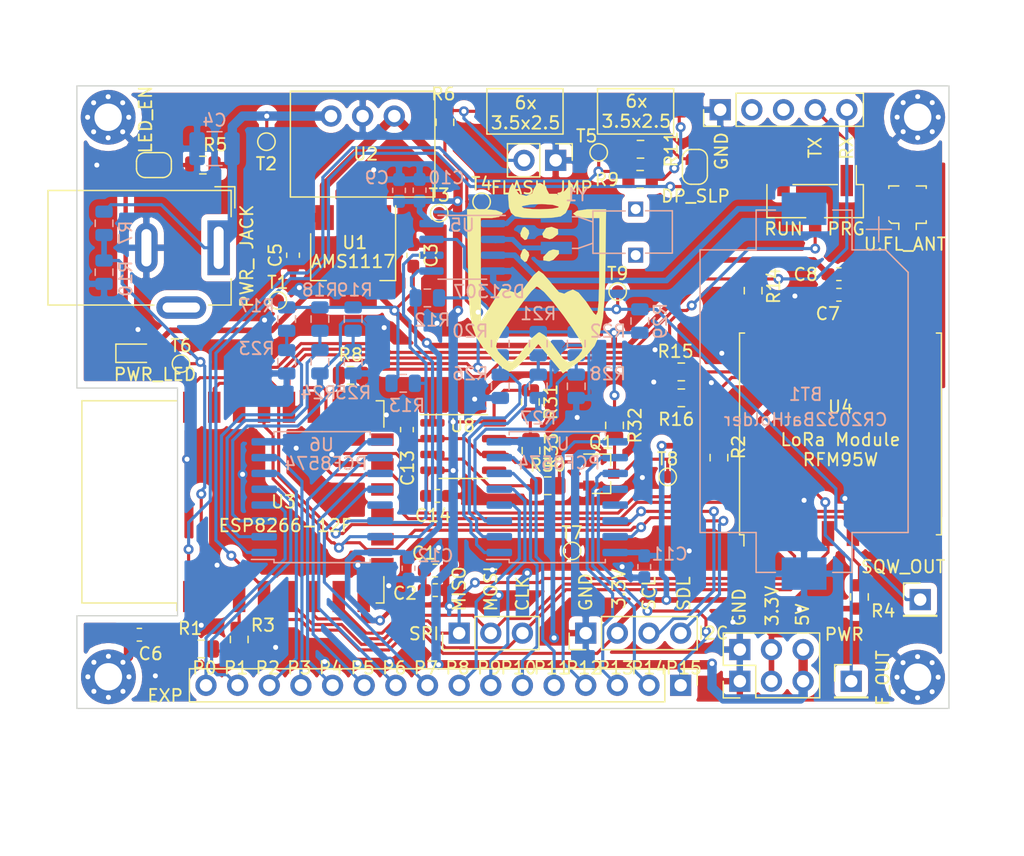
<source format=kicad_pcb>
(kicad_pcb (version 20171130) (host pcbnew "(5.1.4)-1")

  (general
    (thickness 1.6)
    (drawings 62)
    (tracks 856)
    (zones 0)
    (modules 88)
    (nets 76)
  )

  (page A4)
  (layers
    (0 F.Cu signal)
    (31 B.Cu signal)
    (32 B.Adhes user hide)
    (33 F.Adhes user hide)
    (34 B.Paste user hide)
    (35 F.Paste user hide)
    (36 B.SilkS user)
    (37 F.SilkS user)
    (38 B.Mask user hide)
    (39 F.Mask user hide)
    (40 Dwgs.User user hide)
    (41 Cmts.User user hide)
    (42 Eco1.User user hide)
    (43 Eco2.User user hide)
    (44 Edge.Cuts user)
    (45 Margin user hide)
    (46 B.CrtYd user)
    (47 F.CrtYd user)
    (48 B.Fab user)
    (49 F.Fab user hide)
  )

  (setup
    (last_trace_width 0.25)
    (user_trace_width 0.35)
    (user_trace_width 0.4)
    (user_trace_width 0.45)
    (user_trace_width 0.75)
    (user_trace_width 1.38933)
    (user_trace_width 1.5)
    (trace_clearance 0.2)
    (zone_clearance 0.25)
    (zone_45_only no)
    (trace_min 0.2)
    (via_size 0.8)
    (via_drill 0.4)
    (via_min_size 0.4)
    (via_min_drill 0.3)
    (uvia_size 0.3)
    (uvia_drill 0.1)
    (uvias_allowed no)
    (uvia_min_size 0.2)
    (uvia_min_drill 0.1)
    (edge_width 0.05)
    (segment_width 0.2)
    (pcb_text_width 0.3)
    (pcb_text_size 1.5 1.5)
    (mod_edge_width 0.12)
    (mod_text_size 1 1)
    (mod_text_width 0.15)
    (pad_size 1.524 1.524)
    (pad_drill 0.762)
    (pad_to_mask_clearance 0.051)
    (solder_mask_min_width 0.25)
    (aux_axis_origin 0 0)
    (visible_elements 7FFFFFFF)
    (pcbplotparams
      (layerselection 0x010fc_ffffffff)
      (usegerberextensions false)
      (usegerberattributes false)
      (usegerberadvancedattributes false)
      (creategerberjobfile false)
      (excludeedgelayer true)
      (linewidth 0.100000)
      (plotframeref false)
      (viasonmask false)
      (mode 1)
      (useauxorigin false)
      (hpglpennumber 1)
      (hpglpenspeed 20)
      (hpglpendiameter 15.000000)
      (psnegative false)
      (psa4output false)
      (plotreference true)
      (plotvalue true)
      (plotinvisibletext false)
      (padsonsilk false)
      (subtractmaskfromsilk false)
      (outputformat 1)
      (mirror false)
      (drillshape 0)
      (scaleselection 1)
      (outputdirectory "fab/"))
  )

  (net 0 "")
  (net 1 "Net-(BT1-Pad1)")
  (net 2 GND)
  (net 3 +3V3)
  (net 4 "Net-(C4-Pad1)")
  (net 5 +5V)
  (net 6 ESP_RST)
  (net 7 "Net-(D_powerLed_1-Pad1)")
  (net 8 "Net-(J_antenna_1-Pad1)")
  (net 9 P_0)
  (net 10 P_1)
  (net 11 P_2)
  (net 12 P_3)
  (net 13 P_4)
  (net 14 P_5)
  (net 15 P_6)
  (net 16 P_7)
  (net 17 P_8)
  (net 18 P_9)
  (net 19 P_10)
  (net 20 P_11)
  (net 21 P_12)
  (net 22 P_13)
  (net 23 P_14)
  (net 24 P_15)
  (net 25 ESP_GPIO_4_SDA)
  (net 26 ESP_GPIO_5_SCL)
  (net 27 "Net-(J_jumperFlash_1-Pad2)")
  (net 28 "Net-(J_progHeader_1-Pad2)")
  (net 29 "Net-(J_progHeader_1-Pad3)")
  (net 30 ESP_GPIO_3_RXD)
  (net 31 ESP_GPIO_1_TXD)
  (net 32 ESP_GPIO_14_CLK)
  (net 33 ESP_GPIO_13_MOSI)
  (net 34 ESP_GPIO_12_MISO)
  (net 35 "Net-(JP_deepSleepReset_1-Pad2)")
  (net 36 ESP_GPIO_16)
  (net 37 ESP_GPIO_0)
  (net 38 "Net-(R3-Pad2)")
  (net 39 ESP_GPIO_2)
  (net 40 ESP_ADC)
  (net 41 ESP_GPIO_15)
  (net 42 "Net-(R11-Pad2)")
  (net 43 "Net-(R14-Pad2)")
  (net 44 "Net-(R15-Pad2)")
  (net 45 PCF_1_A0)
  (net 46 PCF_1_A1)
  (net 47 PCF_1_A2)
  (net 48 PCF_2_A0)
  (net 49 PCF_2_A1)
  (net 50 PCF_2_A2)
  (net 51 "Net-(U3-Pad14)")
  (net 52 "Net-(U3-Pad13)")
  (net 53 "Net-(U3-Pad12)")
  (net 54 "Net-(U3-Pad11)")
  (net 55 "Net-(U3-Pad10)")
  (net 56 "Net-(U3-Pad9)")
  (net 57 "Net-(U4-Pad12)")
  (net 58 "Net-(U4-Pad11)")
  (net 59 "Net-(U4-Pad7)")
  (net 60 "Net-(U5-Pad1)")
  (net 61 "Net-(U5-Pad2)")
  (net 62 "Net-(U6-Pad13)")
  (net 63 "Net-(U7-Pad13)")
  (net 64 "Net-(R16-Pad2)")
  (net 65 "Net-(JP_powerLed_en_1-Pad2)")
  (net 66 "Net-(J_power_1-Pad3)")
  (net 67 "Net-(J_progHeader_1-Pad4)")
  (net 68 "Net-(J_runProg_1-Pad3)")
  (net 69 SQW_OUT)
  (net 70 TR)
  (net 71 "Net-(J1-Pad1)")
  (net 72 CMD)
  (net 73 "Net-(R30-Pad1)")
  (net 74 "Net-(R31-Pad2)")
  (net 75 "Net-(U8-Pad5)")

  (net_class Default "This is the default net class."
    (clearance 0.2)
    (trace_width 0.25)
    (via_dia 0.8)
    (via_drill 0.4)
    (uvia_dia 0.3)
    (uvia_drill 0.1)
    (add_net +3V3)
    (add_net +5V)
    (add_net CMD)
    (add_net ESP_ADC)
    (add_net ESP_GPIO_0)
    (add_net ESP_GPIO_12_MISO)
    (add_net ESP_GPIO_13_MOSI)
    (add_net ESP_GPIO_14_CLK)
    (add_net ESP_GPIO_15)
    (add_net ESP_GPIO_16)
    (add_net ESP_GPIO_1_TXD)
    (add_net ESP_GPIO_2)
    (add_net ESP_GPIO_3_RXD)
    (add_net ESP_GPIO_4_SDA)
    (add_net ESP_GPIO_5_SCL)
    (add_net ESP_RST)
    (add_net GND)
    (add_net "Net-(BT1-Pad1)")
    (add_net "Net-(C4-Pad1)")
    (add_net "Net-(D_powerLed_1-Pad1)")
    (add_net "Net-(J1-Pad1)")
    (add_net "Net-(JP_deepSleepReset_1-Pad2)")
    (add_net "Net-(JP_powerLed_en_1-Pad2)")
    (add_net "Net-(J_antenna_1-Pad1)")
    (add_net "Net-(J_jumperFlash_1-Pad2)")
    (add_net "Net-(J_power_1-Pad3)")
    (add_net "Net-(J_progHeader_1-Pad2)")
    (add_net "Net-(J_progHeader_1-Pad3)")
    (add_net "Net-(J_progHeader_1-Pad4)")
    (add_net "Net-(J_runProg_1-Pad3)")
    (add_net "Net-(R11-Pad2)")
    (add_net "Net-(R14-Pad2)")
    (add_net "Net-(R15-Pad2)")
    (add_net "Net-(R16-Pad2)")
    (add_net "Net-(R3-Pad2)")
    (add_net "Net-(R30-Pad1)")
    (add_net "Net-(R31-Pad2)")
    (add_net "Net-(U3-Pad10)")
    (add_net "Net-(U3-Pad11)")
    (add_net "Net-(U3-Pad12)")
    (add_net "Net-(U3-Pad13)")
    (add_net "Net-(U3-Pad14)")
    (add_net "Net-(U3-Pad9)")
    (add_net "Net-(U4-Pad11)")
    (add_net "Net-(U4-Pad12)")
    (add_net "Net-(U4-Pad7)")
    (add_net "Net-(U5-Pad1)")
    (add_net "Net-(U5-Pad2)")
    (add_net "Net-(U6-Pad13)")
    (add_net "Net-(U7-Pad13)")
    (add_net "Net-(U8-Pad5)")
    (add_net PCF_1_A0)
    (add_net PCF_1_A1)
    (add_net PCF_1_A2)
    (add_net PCF_2_A0)
    (add_net PCF_2_A1)
    (add_net PCF_2_A2)
    (add_net P_0)
    (add_net P_1)
    (add_net P_10)
    (add_net P_11)
    (add_net P_12)
    (add_net P_13)
    (add_net P_14)
    (add_net P_15)
    (add_net P_2)
    (add_net P_3)
    (add_net P_4)
    (add_net P_5)
    (add_net P_6)
    (add_net P_7)
    (add_net P_8)
    (add_net P_9)
    (add_net SQW_OUT)
    (add_net TR)
  )

  (module TestPoint:TestPoint_Pad_D1.0mm (layer F.Cu) (tedit 5A0F774F) (tstamp 5E92363D)
    (at 116.1288 97.2312)
    (descr "SMD pad as test Point, diameter 1.0mm")
    (tags "test point SMD pad")
    (path /5E936149)
    (attr virtual)
    (fp_text reference T1 (at 0 -1.448) (layer F.SilkS)
      (effects (font (size 1 1) (thickness 0.15)))
    )
    (fp_text value TestPoint (at 0 1.55) (layer F.Fab)
      (effects (font (size 1 1) (thickness 0.15)))
    )
    (fp_circle (center 0 0) (end 0 0.7) (layer F.SilkS) (width 0.12))
    (fp_circle (center 0 0) (end 1 0) (layer F.CrtYd) (width 0.05))
    (fp_text user %R (at 0 -1.45) (layer F.Fab)
      (effects (font (size 1 1) (thickness 0.15)))
    )
    (pad 1 smd circle (at 0 0) (size 1 1) (layers F.Cu F.Mask)
      (net 3 +3V3))
  )

  (module TestPoint:TestPoint_Pad_D1.0mm (layer F.Cu) (tedit 5A0F774F) (tstamp 5E91F02A)
    (at 143.4084 96.52)
    (descr "SMD pad as test Point, diameter 1.0mm")
    (tags "test point SMD pad")
    (path /5E95B706)
    (attr virtual)
    (fp_text reference T9 (at 0 -1.448) (layer F.SilkS)
      (effects (font (size 1 1) (thickness 0.15)))
    )
    (fp_text value TestPoint (at 0 1.55) (layer F.Fab)
      (effects (font (size 1 1) (thickness 0.15)))
    )
    (fp_circle (center 0 0) (end 0 0.7) (layer F.SilkS) (width 0.12))
    (fp_circle (center 0 0) (end 1 0) (layer F.CrtYd) (width 0.05))
    (fp_text user %R (at 0 -1.45) (layer F.Fab)
      (effects (font (size 1 1) (thickness 0.15)))
    )
    (pad 1 smd circle (at 0 0) (size 1 1) (layers F.Cu F.Mask)
      (net 69 SQW_OUT))
  )

  (module TestPoint:TestPoint_Pad_D1.0mm (layer F.Cu) (tedit 5A0F774F) (tstamp 5E924214)
    (at 147.4216 111.4044)
    (descr "SMD pad as test Point, diameter 1.0mm")
    (tags "test point SMD pad")
    (path /5E9541CF)
    (attr virtual)
    (fp_text reference T8 (at 0 -1.448) (layer F.SilkS)
      (effects (font (size 1 1) (thickness 0.15)))
    )
    (fp_text value TestPoint (at 0 1.55) (layer F.Fab)
      (effects (font (size 1 1) (thickness 0.15)))
    )
    (fp_circle (center 0 0) (end 0 0.7) (layer F.SilkS) (width 0.12))
    (fp_circle (center 0 0) (end 1 0) (layer F.CrtYd) (width 0.05))
    (fp_text user %R (at 0 -1.45) (layer F.Fab)
      (effects (font (size 1 1) (thickness 0.15)))
    )
    (pad 1 smd circle (at 0 0) (size 1 1) (layers F.Cu F.Mask)
      (net 71 "Net-(J1-Pad1)"))
  )

  (module TestPoint:TestPoint_Pad_D1.0mm (layer F.Cu) (tedit 5A0F774F) (tstamp 5E91F01A)
    (at 139.7508 117.348)
    (descr "SMD pad as test Point, diameter 1.0mm")
    (tags "test point SMD pad")
    (path /5E93165C)
    (attr virtual)
    (fp_text reference T7 (at 0 -1.448) (layer F.SilkS)
      (effects (font (size 1 1) (thickness 0.15)))
    )
    (fp_text value TestPoint (at 0 1.55) (layer F.Fab)
      (effects (font (size 1 1) (thickness 0.15)))
    )
    (fp_circle (center 0 0) (end 0 0.7) (layer F.SilkS) (width 0.12))
    (fp_circle (center 0 0) (end 1 0) (layer F.CrtYd) (width 0.05))
    (fp_text user %R (at 0 -1.45) (layer F.Fab)
      (effects (font (size 1 1) (thickness 0.15)))
    )
    (pad 1 smd circle (at 0 0) (size 1 1) (layers F.Cu F.Mask)
      (net 2 GND))
  )

  (module TestPoint:TestPoint_Pad_D1.0mm (layer F.Cu) (tedit 5A0F774F) (tstamp 5E91F012)
    (at 108.3564 102.3112)
    (descr "SMD pad as test Point, diameter 1.0mm")
    (tags "test point SMD pad")
    (path /5E956B0B)
    (attr virtual)
    (fp_text reference T6 (at 0 -1.448) (layer F.SilkS)
      (effects (font (size 1 1) (thickness 0.15)))
    )
    (fp_text value TestPoint (at 0 1.55) (layer F.Fab)
      (effects (font (size 1 1) (thickness 0.15)))
    )
    (fp_circle (center 0 0) (end 0 0.7) (layer F.SilkS) (width 0.12))
    (fp_circle (center 0 0) (end 1 0) (layer F.CrtYd) (width 0.05))
    (fp_text user %R (at 0 -1.45) (layer F.Fab)
      (effects (font (size 1 1) (thickness 0.15)))
    )
    (pad 1 smd circle (at 0 0) (size 1 1) (layers F.Cu F.Mask)
      (net 40 ESP_ADC))
  )

  (module TestPoint:TestPoint_Pad_D1.0mm (layer F.Cu) (tedit 5A0F774F) (tstamp 5E91F00A)
    (at 141.8844 85.344)
    (descr "SMD pad as test Point, diameter 1.0mm")
    (tags "test point SMD pad")
    (path /5E950505)
    (attr virtual)
    (fp_text reference T5 (at -0.9652 -1.3208) (layer F.SilkS)
      (effects (font (size 1 1) (thickness 0.15)))
    )
    (fp_text value TestPoint (at 0 1.55) (layer F.Fab)
      (effects (font (size 1 1) (thickness 0.15)))
    )
    (fp_circle (center 0 0) (end 0 0.7) (layer F.SilkS) (width 0.12))
    (fp_circle (center 0 0) (end 1 0) (layer F.CrtYd) (width 0.05))
    (fp_text user %R (at 0 -1.45) (layer F.Fab)
      (effects (font (size 1 1) (thickness 0.15)))
    )
    (pad 1 smd circle (at 0 0) (size 1 1) (layers F.Cu F.Mask)
      (net 6 ESP_RST))
  )

  (module TestPoint:TestPoint_Pad_D1.0mm (layer F.Cu) (tedit 5A0F774F) (tstamp 5E91F002)
    (at 132.4864 89.3064)
    (descr "SMD pad as test Point, diameter 1.0mm")
    (tags "test point SMD pad")
    (path /5E95326B)
    (attr virtual)
    (fp_text reference T4 (at 0 -1.448) (layer F.SilkS)
      (effects (font (size 1 1) (thickness 0.15)))
    )
    (fp_text value TestPoint (at 0 1.55) (layer F.Fab)
      (effects (font (size 1 1) (thickness 0.15)))
    )
    (fp_circle (center 0 0) (end 0 0.7) (layer F.SilkS) (width 0.12))
    (fp_circle (center 0 0) (end 1 0) (layer F.CrtYd) (width 0.05))
    (fp_text user %R (at 0 -1.45) (layer F.Fab)
      (effects (font (size 1 1) (thickness 0.15)))
    )
    (pad 1 smd circle (at 0 0) (size 1 1) (layers F.Cu F.Mask)
      (net 37 ESP_GPIO_0))
  )

  (module TestPoint:TestPoint_Pad_D1.0mm (layer F.Cu) (tedit 5A0F774F) (tstamp 5E91EFFA)
    (at 129.0828 90.2208)
    (descr "SMD pad as test Point, diameter 1.0mm")
    (tags "test point SMD pad")
    (path /5E9346E2)
    (attr virtual)
    (fp_text reference T3 (at 0 -1.448) (layer F.SilkS)
      (effects (font (size 1 1) (thickness 0.15)))
    )
    (fp_text value TestPoint (at 0 1.55) (layer F.Fab)
      (effects (font (size 1 1) (thickness 0.15)))
    )
    (fp_circle (center 0 0) (end 0 0.7) (layer F.SilkS) (width 0.12))
    (fp_circle (center 0 0) (end 1 0) (layer F.CrtYd) (width 0.05))
    (fp_text user %R (at 0 -1.45) (layer F.Fab)
      (effects (font (size 1 1) (thickness 0.15)))
    )
    (pad 1 smd circle (at 0 0) (size 1 1) (layers F.Cu F.Mask)
      (net 5 +5V))
  )

  (module TestPoint:TestPoint_Pad_D1.0mm (layer F.Cu) (tedit 5A0F774F) (tstamp 5E923DF4)
    (at 115.2144 84.4804)
    (descr "SMD pad as test Point, diameter 1.0mm")
    (tags "test point SMD pad")
    (path /5E92FDE7)
    (attr virtual)
    (fp_text reference T2 (at 0 1.778) (layer F.SilkS)
      (effects (font (size 1 1) (thickness 0.15)))
    )
    (fp_text value TestPoint (at 0 1.55) (layer F.Fab)
      (effects (font (size 1 1) (thickness 0.15)))
    )
    (fp_circle (center 0 0) (end 0 0.7) (layer F.SilkS) (width 0.12))
    (fp_circle (center 0 0) (end 1 0) (layer F.CrtYd) (width 0.05))
    (fp_text user %R (at 0 -1.45) (layer F.Fab)
      (effects (font (size 1 1) (thickness 0.15)))
    )
    (pad 1 smd circle (at 0 0) (size 1 1) (layers F.Cu F.Mask)
      (net 4 "Net-(C4-Pad1)"))
  )

  (module Resistor_SMD:R_0805_2012Metric (layer F.Cu) (tedit 5B36C52B) (tstamp 5E908664)
    (at 137.7927 112.1156)
    (descr "Resistor SMD 0805 (2012 Metric), square (rectangular) end terminal, IPC_7351 nominal, (Body size source: https://docs.google.com/spreadsheets/d/1BsfQQcO9C6DZCsRaXUlFlo91Tg2WpOkGARC1WS5S8t0/edit?usp=sharing), generated with kicad-footprint-generator")
    (tags resistor)
    (path /5E956D27)
    (attr smd)
    (fp_text reference R30 (at 0 -1.65 180) (layer F.SilkS)
      (effects (font (size 1 1) (thickness 0.15)))
    )
    (fp_text value R2.2k (at 0 1.65) (layer F.Fab)
      (effects (font (size 1 1) (thickness 0.15)))
    )
    (fp_text user %R (at 0 0) (layer F.Fab)
      (effects (font (size 0.5 0.5) (thickness 0.08)))
    )
    (fp_line (start 1.68 0.95) (end -1.68 0.95) (layer F.CrtYd) (width 0.05))
    (fp_line (start 1.68 -0.95) (end 1.68 0.95) (layer F.CrtYd) (width 0.05))
    (fp_line (start -1.68 -0.95) (end 1.68 -0.95) (layer F.CrtYd) (width 0.05))
    (fp_line (start -1.68 0.95) (end -1.68 -0.95) (layer F.CrtYd) (width 0.05))
    (fp_line (start -0.258578 0.71) (end 0.258578 0.71) (layer F.SilkS) (width 0.12))
    (fp_line (start -0.258578 -0.71) (end 0.258578 -0.71) (layer F.SilkS) (width 0.12))
    (fp_line (start 1 0.6) (end -1 0.6) (layer F.Fab) (width 0.1))
    (fp_line (start 1 -0.6) (end 1 0.6) (layer F.Fab) (width 0.1))
    (fp_line (start -1 -0.6) (end 1 -0.6) (layer F.Fab) (width 0.1))
    (fp_line (start -1 0.6) (end -1 -0.6) (layer F.Fab) (width 0.1))
    (pad 2 smd roundrect (at 0.9375 0) (size 0.975 1.4) (layers F.Cu F.Paste F.Mask) (roundrect_rratio 0.25)
      (net 72 CMD))
    (pad 1 smd roundrect (at -0.9375 0) (size 0.975 1.4) (layers F.Cu F.Paste F.Mask) (roundrect_rratio 0.25)
      (net 73 "Net-(R30-Pad1)"))
    (model ${KISYS3DMOD}/Resistor_SMD.3dshapes/R_0805_2012Metric.wrl
      (at (xyz 0 0 0))
      (scale (xyz 1 1 1))
      (rotate (xyz 0 0 0))
    )
  )

  (module Package_TO_SOT_SMD:SOT-23 (layer F.Cu) (tedit 5A02FF57) (tstamp 5E90DFB7)
    (at 142.0876 111.1504)
    (descr "SOT-23, Standard")
    (tags SOT-23)
    (path /5EBD3AE2)
    (attr smd)
    (fp_text reference Q1 (at 0 -2.5) (layer F.SilkS)
      (effects (font (size 1 1) (thickness 0.15)))
    )
    (fp_text value MMBT3904 (at 0 2.5) (layer F.Fab)
      (effects (font (size 1 1) (thickness 0.15)))
    )
    (fp_line (start 0.76 1.58) (end -0.7 1.58) (layer F.SilkS) (width 0.12))
    (fp_line (start 0.76 -1.58) (end -1.4 -1.58) (layer F.SilkS) (width 0.12))
    (fp_line (start -1.7 1.75) (end -1.7 -1.75) (layer F.CrtYd) (width 0.05))
    (fp_line (start 1.7 1.75) (end -1.7 1.75) (layer F.CrtYd) (width 0.05))
    (fp_line (start 1.7 -1.75) (end 1.7 1.75) (layer F.CrtYd) (width 0.05))
    (fp_line (start -1.7 -1.75) (end 1.7 -1.75) (layer F.CrtYd) (width 0.05))
    (fp_line (start 0.76 -1.58) (end 0.76 -0.65) (layer F.SilkS) (width 0.12))
    (fp_line (start 0.76 1.58) (end 0.76 0.65) (layer F.SilkS) (width 0.12))
    (fp_line (start -0.7 1.52) (end 0.7 1.52) (layer F.Fab) (width 0.1))
    (fp_line (start 0.7 -1.52) (end 0.7 1.52) (layer F.Fab) (width 0.1))
    (fp_line (start -0.7 -0.95) (end -0.15 -1.52) (layer F.Fab) (width 0.1))
    (fp_line (start -0.15 -1.52) (end 0.7 -1.52) (layer F.Fab) (width 0.1))
    (fp_line (start -0.7 -0.95) (end -0.7 1.5) (layer F.Fab) (width 0.1))
    (fp_text user %R (at 0 0 90) (layer F.Fab)
      (effects (font (size 0.5 0.5) (thickness 0.075)))
    )
    (pad 3 smd rect (at 1 0) (size 0.9 0.8) (layers F.Cu F.Paste F.Mask)
      (net 71 "Net-(J1-Pad1)"))
    (pad 2 smd rect (at -1 0.95) (size 0.9 0.8) (layers F.Cu F.Paste F.Mask)
      (net 2 GND))
    (pad 1 smd rect (at -1 -0.95) (size 0.9 0.8) (layers F.Cu F.Paste F.Mask)
      (net 72 CMD))
    (model ${KISYS3DMOD}/Package_TO_SOT_SMD.3dshapes/SOT-23.wrl
      (at (xyz 0 0 0))
      (scale (xyz 1 1 1))
      (rotate (xyz 0 0 0))
    )
  )

  (module Battery:BatteryHolder_Keystone_1060_1x2032 (layer B.Cu) (tedit 5B98EF5E) (tstamp 5E327F87)
    (at 158.369 104.521 270)
    (descr http://www.keyelco.com/product-pdf.cfm?p=726)
    (tags "CR2032 BR2032 BatteryHolder Battery")
    (path /5E63F916)
    (attr smd)
    (fp_text reference BT1 (at 0.254 -0.127 180) (layer B.SilkS)
      (effects (font (size 1 1) (thickness 0.15)) (justify mirror))
    )
    (fp_text value Battery_Cell (at 0 11.75 90) (layer B.Fab)
      (effects (font (size 1 1) (thickness 0.15)) (justify mirror))
    )
    (fp_line (start -12 -6) (end -14 -6) (layer B.SilkS) (width 0.12))
    (fp_line (start -13 -5) (end -13 -7) (layer B.SilkS) (width 0.12))
    (fp_text user %R (at 0 0 90) (layer B.Fab)
      (effects (font (size 1 1) (thickness 0.15)) (justify mirror))
    )
    (fp_line (start 11.5 8.5) (end 6.5 8.5) (layer B.CrtYd) (width 0.05))
    (fp_arc (start 0 0) (end 6.5 8.5) (angle 74.81070976) (layer B.CrtYd) (width 0.05))
    (fp_line (start 11.5 -4) (end 11.5 -8.5) (layer B.CrtYd) (width 0.05))
    (fp_line (start 14.7 -4) (end 11.5 -4) (layer B.CrtYd) (width 0.05))
    (fp_line (start 14.7 -2.3) (end 14.7 -4) (layer B.CrtYd) (width 0.05))
    (fp_line (start 16.45 -2.3) (end 14.7 -2.3) (layer B.CrtYd) (width 0.05))
    (fp_line (start 16.45 2.3) (end 16.45 -2.3) (layer B.CrtYd) (width 0.05))
    (fp_line (start 14.7 2.3) (end 16.45 2.3) (layer B.CrtYd) (width 0.05))
    (fp_line (start 14.7 4) (end 14.7 2.3) (layer B.CrtYd) (width 0.05))
    (fp_line (start 11.5 4) (end 14.7 4) (layer B.CrtYd) (width 0.05))
    (fp_line (start 11.5 8.5) (end 11.5 4) (layer B.CrtYd) (width 0.05))
    (fp_line (start -11.5 8.5) (end -6.5 8.5) (layer B.CrtYd) (width 0.05))
    (fp_line (start -11.5 4) (end -11.5 8.5) (layer B.CrtYd) (width 0.05))
    (fp_line (start -14.7 4) (end -11.5 4) (layer B.CrtYd) (width 0.05))
    (fp_line (start -14.7 2.3) (end -14.7 4) (layer B.CrtYd) (width 0.05))
    (fp_line (start -14.7 2.3) (end -16.45 2.3) (layer B.CrtYd) (width 0.05))
    (fp_line (start -16.45 -2.3) (end -16.45 2.3) (layer B.CrtYd) (width 0.05))
    (fp_line (start -14.7 -2.3) (end -16.45 -2.3) (layer B.CrtYd) (width 0.05))
    (fp_line (start -14.7 -4) (end -14.7 -2.3) (layer B.CrtYd) (width 0.05))
    (fp_line (start -14.7 -4) (end -11.5 -4) (layer B.CrtYd) (width 0.05))
    (fp_line (start -11.5 -4) (end -11.5 -8.5) (layer B.CrtYd) (width 0.05))
    (fp_line (start -6.5 -8.5) (end -11.5 -8.5) (layer B.CrtYd) (width 0.05))
    (fp_line (start 11.5 -8.5) (end 6.5 -8.5) (layer B.CrtYd) (width 0.05))
    (fp_arc (start 0 0) (end -6.5 -8.5) (angle 74.81070976) (layer B.CrtYd) (width 0.05))
    (fp_line (start 11.35 8.35) (end 11.35 3.85) (layer B.SilkS) (width 0.12))
    (fp_line (start -11.35 8.35) (end -11.35 3.85) (layer B.SilkS) (width 0.12))
    (fp_line (start -11.35 8.35) (end 11.35 8.35) (layer B.SilkS) (width 0.12))
    (fp_line (start 14.55 3.85) (end 14.55 2.3) (layer B.SilkS) (width 0.12))
    (fp_line (start 11.35 3.85) (end 14.55 3.85) (layer B.SilkS) (width 0.12))
    (fp_line (start -14.55 3.85) (end -14.55 2.3) (layer B.SilkS) (width 0.12))
    (fp_line (start -11.35 3.85) (end -14.55 3.85) (layer B.SilkS) (width 0.12))
    (fp_line (start -14.55 -3.85) (end -14.55 -2.3) (layer B.SilkS) (width 0.12))
    (fp_line (start -11.35 -3.85) (end -14.55 -3.85) (layer B.SilkS) (width 0.12))
    (fp_line (start -9.55 -8.35) (end -11.35 -6.55) (layer B.SilkS) (width 0.12))
    (fp_line (start -11.35 -6.55) (end -11.35 -3.85) (layer B.SilkS) (width 0.12))
    (fp_line (start 11.35 -8.35) (end -9.55 -8.35) (layer B.SilkS) (width 0.12))
    (fp_line (start 11.35 -8.35) (end 11.35 -3.85) (layer B.SilkS) (width 0.12))
    (fp_line (start 14.55 -3.85) (end 14.55 -2.3) (layer B.SilkS) (width 0.12))
    (fp_line (start 11.35 -3.85) (end 14.55 -3.85) (layer B.SilkS) (width 0.12))
    (fp_line (start -9.4 -8) (end -11 -6.4) (layer B.Fab) (width 0.1))
    (fp_line (start 14.2 3.5) (end 11 3.5) (layer B.Fab) (width 0.1))
    (fp_line (start 14.2 -3.5) (end 14.2 3.5) (layer B.Fab) (width 0.1))
    (fp_line (start 11 -3.5) (end 14.2 -3.5) (layer B.Fab) (width 0.1))
    (fp_line (start -14.2 3.5) (end -11 3.5) (layer B.Fab) (width 0.1))
    (fp_line (start -14.2 -3.5) (end -14.2 3.5) (layer B.Fab) (width 0.1))
    (fp_line (start -11 -3.5) (end -14.2 -3.5) (layer B.Fab) (width 0.1))
    (fp_line (start -11 -6.4) (end -11 -3.5) (layer B.Fab) (width 0.1))
    (fp_line (start -11 8) (end -11 3.5) (layer B.Fab) (width 0.1))
    (fp_line (start 11 8) (end 11 3.5) (layer B.Fab) (width 0.1))
    (fp_line (start 11 -8) (end 11 -3.5) (layer B.Fab) (width 0.1))
    (fp_line (start 11 8) (end -11 8) (layer B.Fab) (width 0.1))
    (fp_line (start 11 -8) (end -9.4 -8) (layer B.Fab) (width 0.1))
    (fp_circle (center 0 0) (end -10.2 0) (layer Dwgs.User) (width 0.3))
    (pad 1 smd rect (at -14.65 0 90) (size 2.6 3.6) (layers B.Cu B.Paste B.Mask)
      (net 1 "Net-(BT1-Pad1)"))
    (pad 2 smd rect (at 14.65 0 90) (size 2.6 3.6) (layers B.Cu B.Paste B.Mask)
      (net 2 GND))
    (model ${KISYS3DMOD}/Battery.3dshapes/BatteryHolder_Keystone_1060_1x2032.wrl
      (at (xyz 0 0 0))
      (scale (xyz 1 1 1))
      (rotate (xyz 0 0 0))
    )
  )

  (module Package_SO:SOIC-8_3.9x4.9mm_P1.27mm (layer F.Cu) (tedit 5C97300E) (tstamp 5E9085B6)
    (at 131.0132 108.966)
    (descr "SOIC, 8 Pin (JEDEC MS-012AA, https://www.analog.com/media/en/package-pcb-resources/package/pkg_pdf/soic_narrow-r/r_8.pdf), generated with kicad-footprint-generator ipc_gullwing_generator.py")
    (tags "SOIC SO")
    (path /5E94F7E2)
    (attr smd)
    (fp_text reference U8 (at -0.0508 -1.6764) (layer F.SilkS)
      (effects (font (size 1 1) (thickness 0.15)))
    )
    (fp_text value NE555 (at 0 3.4) (layer F.Fab)
      (effects (font (size 1 1) (thickness 0.15)))
    )
    (fp_text user %R (at 0 0) (layer F.Fab)
      (effects (font (size 0.98 0.98) (thickness 0.15)))
    )
    (fp_line (start 3.7 -2.7) (end -3.7 -2.7) (layer F.CrtYd) (width 0.05))
    (fp_line (start 3.7 2.7) (end 3.7 -2.7) (layer F.CrtYd) (width 0.05))
    (fp_line (start -3.7 2.7) (end 3.7 2.7) (layer F.CrtYd) (width 0.05))
    (fp_line (start -3.7 -2.7) (end -3.7 2.7) (layer F.CrtYd) (width 0.05))
    (fp_line (start -1.95 -1.475) (end -0.975 -2.45) (layer F.Fab) (width 0.1))
    (fp_line (start -1.95 2.45) (end -1.95 -1.475) (layer F.Fab) (width 0.1))
    (fp_line (start 1.95 2.45) (end -1.95 2.45) (layer F.Fab) (width 0.1))
    (fp_line (start 1.95 -2.45) (end 1.95 2.45) (layer F.Fab) (width 0.1))
    (fp_line (start -0.975 -2.45) (end 1.95 -2.45) (layer F.Fab) (width 0.1))
    (fp_line (start 0 -2.56) (end -3.45 -2.56) (layer F.SilkS) (width 0.12))
    (fp_line (start 0 -2.56) (end 1.95 -2.56) (layer F.SilkS) (width 0.12))
    (fp_line (start 0 2.56) (end -1.95 2.56) (layer F.SilkS) (width 0.12))
    (fp_line (start 0 2.56) (end 1.95 2.56) (layer F.SilkS) (width 0.12))
    (pad 8 smd roundrect (at 2.475 -1.905) (size 1.95 0.6) (layers F.Cu F.Paste F.Mask) (roundrect_rratio 0.25)
      (net 5 +5V))
    (pad 7 smd roundrect (at 2.475 -0.635) (size 1.95 0.6) (layers F.Cu F.Paste F.Mask) (roundrect_rratio 0.25)
      (net 74 "Net-(R31-Pad2)"))
    (pad 6 smd roundrect (at 2.475 0.635) (size 1.95 0.6) (layers F.Cu F.Paste F.Mask) (roundrect_rratio 0.25)
      (net 70 TR))
    (pad 5 smd roundrect (at 2.475 1.905) (size 1.95 0.6) (layers F.Cu F.Paste F.Mask) (roundrect_rratio 0.25)
      (net 75 "Net-(U8-Pad5)"))
    (pad 4 smd roundrect (at -2.475 1.905) (size 1.95 0.6) (layers F.Cu F.Paste F.Mask) (roundrect_rratio 0.25)
      (net 5 +5V))
    (pad 3 smd roundrect (at -2.475 0.635) (size 1.95 0.6) (layers F.Cu F.Paste F.Mask) (roundrect_rratio 0.25)
      (net 73 "Net-(R30-Pad1)"))
    (pad 2 smd roundrect (at -2.475 -0.635) (size 1.95 0.6) (layers F.Cu F.Paste F.Mask) (roundrect_rratio 0.25)
      (net 70 TR))
    (pad 1 smd roundrect (at -2.475 -1.905) (size 1.95 0.6) (layers F.Cu F.Paste F.Mask) (roundrect_rratio 0.25)
      (net 2 GND))
    (model ${KISYS3DMOD}/Package_SO.3dshapes/SOIC-8_3.9x4.9mm_P1.27mm.wrl
      (at (xyz 0 0 0))
      (scale (xyz 1 1 1))
      (rotate (xyz 0 0 0))
    )
  )

  (module Resistor_SMD:R_0805_2012Metric (layer F.Cu) (tedit 5B36C52B) (tstamp 5E9086C4)
    (at 136.4488 109.2985 270)
    (descr "Resistor SMD 0805 (2012 Metric), square (rectangular) end terminal, IPC_7351 nominal, (Body size source: https://docs.google.com/spreadsheets/d/1BsfQQcO9C6DZCsRaXUlFlo91Tg2WpOkGARC1WS5S8t0/edit?usp=sharing), generated with kicad-footprint-generator")
    (tags resistor)
    (path /5E95675B)
    (attr smd)
    (fp_text reference R33 (at 0 -1.65 90) (layer F.SilkS)
      (effects (font (size 1 1) (thickness 0.15)))
    )
    (fp_text value R10k (at 0 1.65 90) (layer F.Fab)
      (effects (font (size 1 1) (thickness 0.15)))
    )
    (fp_text user %R (at 0 0 90) (layer F.Fab)
      (effects (font (size 0.5 0.5) (thickness 0.08)))
    )
    (fp_line (start 1.68 0.95) (end -1.68 0.95) (layer F.CrtYd) (width 0.05))
    (fp_line (start 1.68 -0.95) (end 1.68 0.95) (layer F.CrtYd) (width 0.05))
    (fp_line (start -1.68 -0.95) (end 1.68 -0.95) (layer F.CrtYd) (width 0.05))
    (fp_line (start -1.68 0.95) (end -1.68 -0.95) (layer F.CrtYd) (width 0.05))
    (fp_line (start -0.258578 0.71) (end 0.258578 0.71) (layer F.SilkS) (width 0.12))
    (fp_line (start -0.258578 -0.71) (end 0.258578 -0.71) (layer F.SilkS) (width 0.12))
    (fp_line (start 1 0.6) (end -1 0.6) (layer F.Fab) (width 0.1))
    (fp_line (start 1 -0.6) (end 1 0.6) (layer F.Fab) (width 0.1))
    (fp_line (start -1 -0.6) (end 1 -0.6) (layer F.Fab) (width 0.1))
    (fp_line (start -1 0.6) (end -1 -0.6) (layer F.Fab) (width 0.1))
    (pad 2 smd roundrect (at 0.9375 0 270) (size 0.975 1.4) (layers F.Cu F.Paste F.Mask) (roundrect_rratio 0.25)
      (net 70 TR))
    (pad 1 smd roundrect (at -0.9375 0 270) (size 0.975 1.4) (layers F.Cu F.Paste F.Mask) (roundrect_rratio 0.25)
      (net 74 "Net-(R31-Pad2)"))
    (model ${KISYS3DMOD}/Resistor_SMD.3dshapes/R_0805_2012Metric.wrl
      (at (xyz 0 0 0))
      (scale (xyz 1 1 1))
      (rotate (xyz 0 0 0))
    )
  )

  (module Resistor_SMD:R_0805_2012Metric (layer F.Cu) (tedit 5B36C52B) (tstamp 5E908694)
    (at 143.1544 107.2665 270)
    (descr "Resistor SMD 0805 (2012 Metric), square (rectangular) end terminal, IPC_7351 nominal, (Body size source: https://docs.google.com/spreadsheets/d/1BsfQQcO9C6DZCsRaXUlFlo91Tg2WpOkGARC1WS5S8t0/edit?usp=sharing), generated with kicad-footprint-generator")
    (tags resistor)
    (path /5E9B3F78)
    (attr smd)
    (fp_text reference R32 (at 0 -1.65 90) (layer F.SilkS)
      (effects (font (size 1 1) (thickness 0.15)))
    )
    (fp_text value R1k (at 0 1.65 90) (layer F.Fab)
      (effects (font (size 1 1) (thickness 0.15)))
    )
    (fp_text user %R (at 0 0 90) (layer F.Fab)
      (effects (font (size 0.5 0.5) (thickness 0.08)))
    )
    (fp_line (start 1.68 0.95) (end -1.68 0.95) (layer F.CrtYd) (width 0.05))
    (fp_line (start 1.68 -0.95) (end 1.68 0.95) (layer F.CrtYd) (width 0.05))
    (fp_line (start -1.68 -0.95) (end 1.68 -0.95) (layer F.CrtYd) (width 0.05))
    (fp_line (start -1.68 0.95) (end -1.68 -0.95) (layer F.CrtYd) (width 0.05))
    (fp_line (start -0.258578 0.71) (end 0.258578 0.71) (layer F.SilkS) (width 0.12))
    (fp_line (start -0.258578 -0.71) (end 0.258578 -0.71) (layer F.SilkS) (width 0.12))
    (fp_line (start 1 0.6) (end -1 0.6) (layer F.Fab) (width 0.1))
    (fp_line (start 1 -0.6) (end 1 0.6) (layer F.Fab) (width 0.1))
    (fp_line (start -1 -0.6) (end 1 -0.6) (layer F.Fab) (width 0.1))
    (fp_line (start -1 0.6) (end -1 -0.6) (layer F.Fab) (width 0.1))
    (pad 2 smd roundrect (at 0.9375 0 270) (size 0.975 1.4) (layers F.Cu F.Paste F.Mask) (roundrect_rratio 0.25)
      (net 71 "Net-(J1-Pad1)"))
    (pad 1 smd roundrect (at -0.9375 0 270) (size 0.975 1.4) (layers F.Cu F.Paste F.Mask) (roundrect_rratio 0.25)
      (net 3 +3V3))
    (model ${KISYS3DMOD}/Resistor_SMD.3dshapes/R_0805_2012Metric.wrl
      (at (xyz 0 0 0))
      (scale (xyz 1 1 1))
      (rotate (xyz 0 0 0))
    )
  )

  (module Resistor_SMD:R_0805_2012Metric (layer F.Cu) (tedit 5B36C52B) (tstamp 5E908724)
    (at 136.398 105.3869 270)
    (descr "Resistor SMD 0805 (2012 Metric), square (rectangular) end terminal, IPC_7351 nominal, (Body size source: https://docs.google.com/spreadsheets/d/1BsfQQcO9C6DZCsRaXUlFlo91Tg2WpOkGARC1WS5S8t0/edit?usp=sharing), generated with kicad-footprint-generator")
    (tags resistor)
    (path /5E957542)
    (attr smd)
    (fp_text reference R31 (at 0 -1.65 90) (layer F.SilkS)
      (effects (font (size 1 1) (thickness 0.15)))
    )
    (fp_text value R1k (at 0 1.65 90) (layer F.Fab)
      (effects (font (size 1 1) (thickness 0.15)))
    )
    (fp_text user %R (at 0 0 90) (layer F.Fab)
      (effects (font (size 0.5 0.5) (thickness 0.08)))
    )
    (fp_line (start 1.68 0.95) (end -1.68 0.95) (layer F.CrtYd) (width 0.05))
    (fp_line (start 1.68 -0.95) (end 1.68 0.95) (layer F.CrtYd) (width 0.05))
    (fp_line (start -1.68 -0.95) (end 1.68 -0.95) (layer F.CrtYd) (width 0.05))
    (fp_line (start -1.68 0.95) (end -1.68 -0.95) (layer F.CrtYd) (width 0.05))
    (fp_line (start -0.258578 0.71) (end 0.258578 0.71) (layer F.SilkS) (width 0.12))
    (fp_line (start -0.258578 -0.71) (end 0.258578 -0.71) (layer F.SilkS) (width 0.12))
    (fp_line (start 1 0.6) (end -1 0.6) (layer F.Fab) (width 0.1))
    (fp_line (start 1 -0.6) (end 1 0.6) (layer F.Fab) (width 0.1))
    (fp_line (start -1 -0.6) (end 1 -0.6) (layer F.Fab) (width 0.1))
    (fp_line (start -1 0.6) (end -1 -0.6) (layer F.Fab) (width 0.1))
    (pad 2 smd roundrect (at 0.9375 0 270) (size 0.975 1.4) (layers F.Cu F.Paste F.Mask) (roundrect_rratio 0.25)
      (net 74 "Net-(R31-Pad2)"))
    (pad 1 smd roundrect (at -0.9375 0 270) (size 0.975 1.4) (layers F.Cu F.Paste F.Mask) (roundrect_rratio 0.25)
      (net 5 +5V))
    (model ${KISYS3DMOD}/Resistor_SMD.3dshapes/R_0805_2012Metric.wrl
      (at (xyz 0 0 0))
      (scale (xyz 1 1 1))
      (rotate (xyz 0 0 0))
    )
  )

  (module Connector_PinHeader_2.54mm:PinHeader_1x01_P2.54mm_Vertical (layer F.Cu) (tedit 59FED5CC) (tstamp 5E9085FC)
    (at 162.1536 127.8128)
    (descr "Through hole straight pin header, 1x01, 2.54mm pitch, single row")
    (tags "Through hole pin header THT 1x01 2.54mm single row")
    (path /5EB40056)
    (fp_text reference J1 (at -1.1684 -2.4892) (layer F.SilkS) hide
      (effects (font (size 1 1) (thickness 0.15)))
    )
    (fp_text value Conn_01x01_Male (at 0 2.33) (layer F.Fab)
      (effects (font (size 1 1) (thickness 0.15)))
    )
    (fp_text user %R (at 0 0 90) (layer F.Fab)
      (effects (font (size 1 1) (thickness 0.15)))
    )
    (fp_line (start 1.8 -1.8) (end -1.8 -1.8) (layer F.CrtYd) (width 0.05))
    (fp_line (start 1.8 1.8) (end 1.8 -1.8) (layer F.CrtYd) (width 0.05))
    (fp_line (start -1.8 1.8) (end 1.8 1.8) (layer F.CrtYd) (width 0.05))
    (fp_line (start -1.8 -1.8) (end -1.8 1.8) (layer F.CrtYd) (width 0.05))
    (fp_line (start -1.33 -1.33) (end 0 -1.33) (layer F.SilkS) (width 0.12))
    (fp_line (start -1.33 0) (end -1.33 -1.33) (layer F.SilkS) (width 0.12))
    (fp_line (start -1.33 1.27) (end 1.33 1.27) (layer F.SilkS) (width 0.12))
    (fp_line (start 1.33 1.27) (end 1.33 1.33) (layer F.SilkS) (width 0.12))
    (fp_line (start -1.33 1.27) (end -1.33 1.33) (layer F.SilkS) (width 0.12))
    (fp_line (start -1.33 1.33) (end 1.33 1.33) (layer F.SilkS) (width 0.12))
    (fp_line (start -1.27 -0.635) (end -0.635 -1.27) (layer F.Fab) (width 0.1))
    (fp_line (start -1.27 1.27) (end -1.27 -0.635) (layer F.Fab) (width 0.1))
    (fp_line (start 1.27 1.27) (end -1.27 1.27) (layer F.Fab) (width 0.1))
    (fp_line (start 1.27 -1.27) (end 1.27 1.27) (layer F.Fab) (width 0.1))
    (fp_line (start -0.635 -1.27) (end 1.27 -1.27) (layer F.Fab) (width 0.1))
    (pad 1 thru_hole rect (at 0 0) (size 1.7 1.7) (drill 1) (layers *.Cu *.Mask)
      (net 71 "Net-(J1-Pad1)"))
    (model ${KISYS3DMOD}/Connector_PinHeader_2.54mm.3dshapes/PinHeader_1x01_P2.54mm_Vertical.wrl
      (at (xyz 0 0 0))
      (scale (xyz 1 1 1))
      (rotate (xyz 0 0 0))
    )
  )

  (module Capacitor_SMD:C_0603_1608Metric_Pad1.05x0.95mm_HandSolder (layer F.Cu) (tedit 5B301BBE) (tstamp 5E909B54)
    (at 128.9418 112.9284)
    (descr "Capacitor SMD 0603 (1608 Metric), square (rectangular) end terminal, IPC_7351 nominal with elongated pad for handsoldering. (Body size source: http://www.tortai-tech.com/upload/download/2011102023233369053.pdf), generated with kicad-footprint-generator")
    (tags "capacitor handsolder")
    (path /5E95338E)
    (attr smd)
    (fp_text reference C14 (at -0.367 1.5748) (layer F.SilkS)
      (effects (font (size 1 1) (thickness 0.15)))
    )
    (fp_text value C10nF (at 0 1.43) (layer F.Fab)
      (effects (font (size 1 1) (thickness 0.15)))
    )
    (fp_text user %R (at 0 0) (layer F.Fab)
      (effects (font (size 0.4 0.4) (thickness 0.06)))
    )
    (fp_line (start 1.65 0.73) (end -1.65 0.73) (layer F.CrtYd) (width 0.05))
    (fp_line (start 1.65 -0.73) (end 1.65 0.73) (layer F.CrtYd) (width 0.05))
    (fp_line (start -1.65 -0.73) (end 1.65 -0.73) (layer F.CrtYd) (width 0.05))
    (fp_line (start -1.65 0.73) (end -1.65 -0.73) (layer F.CrtYd) (width 0.05))
    (fp_line (start -0.171267 0.51) (end 0.171267 0.51) (layer F.SilkS) (width 0.12))
    (fp_line (start -0.171267 -0.51) (end 0.171267 -0.51) (layer F.SilkS) (width 0.12))
    (fp_line (start 0.8 0.4) (end -0.8 0.4) (layer F.Fab) (width 0.1))
    (fp_line (start 0.8 -0.4) (end 0.8 0.4) (layer F.Fab) (width 0.1))
    (fp_line (start -0.8 -0.4) (end 0.8 -0.4) (layer F.Fab) (width 0.1))
    (fp_line (start -0.8 0.4) (end -0.8 -0.4) (layer F.Fab) (width 0.1))
    (pad 2 smd roundrect (at 0.875 0) (size 1.05 0.95) (layers F.Cu F.Paste F.Mask) (roundrect_rratio 0.25)
      (net 2 GND))
    (pad 1 smd roundrect (at -0.875 0) (size 1.05 0.95) (layers F.Cu F.Paste F.Mask) (roundrect_rratio 0.25)
      (net 5 +5V))
    (model ${KISYS3DMOD}/Capacitor_SMD.3dshapes/C_0603_1608Metric.wrl
      (at (xyz 0 0 0))
      (scale (xyz 1 1 1))
      (rotate (xyz 0 0 0))
    )
  )

  (module Capacitor_SMD:C_0603_1608Metric_Pad1.05x0.95mm_HandSolder (layer F.Cu) (tedit 5B301BBE) (tstamp 5E90FF8C)
    (at 126.492 107.6058 270)
    (descr "Capacitor SMD 0603 (1608 Metric), square (rectangular) end terminal, IPC_7351 nominal with elongated pad for handsoldering. (Body size source: http://www.tortai-tech.com/upload/download/2011102023233369053.pdf), generated with kicad-footprint-generator")
    (tags "capacitor handsolder")
    (path /5E954945)
    (attr smd)
    (fp_text reference C13 (at 3.0874 -0.0508 90) (layer F.SilkS)
      (effects (font (size 1 1) (thickness 0.15)))
    )
    (fp_text value C0.1nF (at 0 1.43 90) (layer F.Fab)
      (effects (font (size 1 1) (thickness 0.15)))
    )
    (fp_text user %R (at 0 0 90) (layer F.Fab)
      (effects (font (size 0.4 0.4) (thickness 0.06)))
    )
    (fp_line (start 1.65 0.73) (end -1.65 0.73) (layer F.CrtYd) (width 0.05))
    (fp_line (start 1.65 -0.73) (end 1.65 0.73) (layer F.CrtYd) (width 0.05))
    (fp_line (start -1.65 -0.73) (end 1.65 -0.73) (layer F.CrtYd) (width 0.05))
    (fp_line (start -1.65 0.73) (end -1.65 -0.73) (layer F.CrtYd) (width 0.05))
    (fp_line (start -0.171267 0.51) (end 0.171267 0.51) (layer F.SilkS) (width 0.12))
    (fp_line (start -0.171267 -0.51) (end 0.171267 -0.51) (layer F.SilkS) (width 0.12))
    (fp_line (start 0.8 0.4) (end -0.8 0.4) (layer F.Fab) (width 0.1))
    (fp_line (start 0.8 -0.4) (end 0.8 0.4) (layer F.Fab) (width 0.1))
    (fp_line (start -0.8 -0.4) (end 0.8 -0.4) (layer F.Fab) (width 0.1))
    (fp_line (start -0.8 0.4) (end -0.8 -0.4) (layer F.Fab) (width 0.1))
    (pad 2 smd roundrect (at 0.875 0 270) (size 1.05 0.95) (layers F.Cu F.Paste F.Mask) (roundrect_rratio 0.25)
      (net 70 TR))
    (pad 1 smd roundrect (at -0.875 0 270) (size 1.05 0.95) (layers F.Cu F.Paste F.Mask) (roundrect_rratio 0.25)
      (net 2 GND))
    (model ${KISYS3DMOD}/Capacitor_SMD.3dshapes/C_0603_1608Metric.wrl
      (at (xyz 0 0 0))
      (scale (xyz 1 1 1))
      (rotate (xyz 0 0 0))
    )
  )

  (module Capacitor_SMD:C_1210_3225Metric (layer B.Cu) (tedit 5B301BBE) (tstamp 5E6A9928)
    (at 111.0488 85.0392 180)
    (descr "Capacitor SMD 1210 (3225 Metric), square (rectangular) end terminal, IPC_7351 nominal, (Body size source: http://www.tortai-tech.com/upload/download/2011102023233369053.pdf), generated with kicad-footprint-generator")
    (tags capacitor)
    (path /5E2F455C)
    (attr smd)
    (fp_text reference C4 (at 0 2.28) (layer B.SilkS)
      (effects (font (size 1 1) (thickness 0.15)) (justify mirror))
    )
    (fp_text value C22uF (at 0 -2.28) (layer B.Fab)
      (effects (font (size 1 1) (thickness 0.15)) (justify mirror))
    )
    (fp_text user %R (at 0 0) (layer B.Fab)
      (effects (font (size 0.8 0.8) (thickness 0.12)) (justify mirror))
    )
    (fp_line (start 2.28 -1.58) (end -2.28 -1.58) (layer B.CrtYd) (width 0.05))
    (fp_line (start 2.28 1.58) (end 2.28 -1.58) (layer B.CrtYd) (width 0.05))
    (fp_line (start -2.28 1.58) (end 2.28 1.58) (layer B.CrtYd) (width 0.05))
    (fp_line (start -2.28 -1.58) (end -2.28 1.58) (layer B.CrtYd) (width 0.05))
    (fp_line (start -0.602064 -1.36) (end 0.602064 -1.36) (layer B.SilkS) (width 0.12))
    (fp_line (start -0.602064 1.36) (end 0.602064 1.36) (layer B.SilkS) (width 0.12))
    (fp_line (start 1.6 -1.25) (end -1.6 -1.25) (layer B.Fab) (width 0.1))
    (fp_line (start 1.6 1.25) (end 1.6 -1.25) (layer B.Fab) (width 0.1))
    (fp_line (start -1.6 1.25) (end 1.6 1.25) (layer B.Fab) (width 0.1))
    (fp_line (start -1.6 -1.25) (end -1.6 1.25) (layer B.Fab) (width 0.1))
    (pad 2 smd roundrect (at 1.4 0 180) (size 1.25 2.65) (layers B.Cu B.Paste B.Mask) (roundrect_rratio 0.2)
      (net 2 GND))
    (pad 1 smd roundrect (at -1.4 0 180) (size 1.25 2.65) (layers B.Cu B.Paste B.Mask) (roundrect_rratio 0.2)
      (net 4 "Net-(C4-Pad1)"))
    (model ${KISYS3DMOD}/Capacitor_SMD.3dshapes/C_1210_3225Metric.wrl
      (at (xyz 0 0 0))
      (scale (xyz 1 1 1))
      (rotate (xyz 0 0 0))
    )
  )

  (module custom_components:SOIC-8-1EP_3.9x4.9mm_P1.27mm_EP2.29x3mm_NO_CENTER_PAD (layer B.Cu) (tedit 5E2C8101) (tstamp 5E32DD43)
    (at 130.937 92.964 180)
    (descr "SOIC, 8 Pin (https://www.analog.com/media/en/technical-documentation/data-sheets/ada4898-1_4898-2.pdf#page=29), generated with kicad-footprint-generator ipc_gullwing_generator.py")
    (tags "SOIC SO")
    (path /5E280B8F)
    (attr smd)
    (fp_text reference U5 (at 0 1.778) (layer B.SilkS)
      (effects (font (size 1 1) (thickness 0.15)) (justify mirror))
    )
    (fp_text value DS1307+ (at 0 -3.4) (layer B.Fab)
      (effects (font (size 1 1) (thickness 0.15)) (justify mirror))
    )
    (fp_line (start 0 -2.56) (end 1.95 -2.56) (layer B.SilkS) (width 0.12))
    (fp_line (start 0 -2.56) (end -1.95 -2.56) (layer B.SilkS) (width 0.12))
    (fp_line (start 0 2.56) (end 1.95 2.56) (layer B.SilkS) (width 0.12))
    (fp_line (start 0 2.56) (end -3.45 2.56) (layer B.SilkS) (width 0.12))
    (fp_line (start -0.975 2.45) (end 1.95 2.45) (layer B.Fab) (width 0.1))
    (fp_line (start 1.95 2.45) (end 1.95 -2.45) (layer B.Fab) (width 0.1))
    (fp_line (start 1.95 -2.45) (end -1.95 -2.45) (layer B.Fab) (width 0.1))
    (fp_line (start -1.95 -2.45) (end -1.95 1.475) (layer B.Fab) (width 0.1))
    (fp_line (start -1.95 1.475) (end -0.975 2.45) (layer B.Fab) (width 0.1))
    (fp_line (start -3.7 2.7) (end -3.7 -2.7) (layer B.CrtYd) (width 0.05))
    (fp_line (start -3.7 -2.7) (end 3.7 -2.7) (layer B.CrtYd) (width 0.05))
    (fp_line (start 3.7 -2.7) (end 3.7 2.7) (layer B.CrtYd) (width 0.05))
    (fp_line (start 3.7 2.7) (end -3.7 2.7) (layer B.CrtYd) (width 0.05))
    (fp_text user %R (at 0 0) (layer B.Fab)
      (effects (font (size 0.98 0.98) (thickness 0.15)) (justify mirror))
    )
    (pad 1 smd roundrect (at -2.475 1.905 180) (size 1.95 0.6) (layers B.Cu B.Paste B.Mask) (roundrect_rratio 0.25)
      (net 60 "Net-(U5-Pad1)"))
    (pad 2 smd roundrect (at -2.475 0.635 180) (size 1.95 0.6) (layers B.Cu B.Paste B.Mask) (roundrect_rratio 0.25)
      (net 61 "Net-(U5-Pad2)"))
    (pad 3 smd roundrect (at -2.475 -0.635 180) (size 1.95 0.6) (layers B.Cu B.Paste B.Mask) (roundrect_rratio 0.25)
      (net 1 "Net-(BT1-Pad1)"))
    (pad 4 smd roundrect (at -2.475 -1.905 180) (size 1.95 0.6) (layers B.Cu B.Paste B.Mask) (roundrect_rratio 0.25)
      (net 2 GND))
    (pad 5 smd roundrect (at 2.475 -1.905 180) (size 1.95 0.6) (layers B.Cu B.Paste B.Mask) (roundrect_rratio 0.25)
      (net 25 ESP_GPIO_4_SDA))
    (pad 6 smd roundrect (at 2.475 -0.635 180) (size 1.95 0.6) (layers B.Cu B.Paste B.Mask) (roundrect_rratio 0.25)
      (net 26 ESP_GPIO_5_SCL))
    (pad 7 smd roundrect (at 2.475 0.635 180) (size 1.95 0.6) (layers B.Cu B.Paste B.Mask) (roundrect_rratio 0.25)
      (net 69 SQW_OUT))
    (pad 8 smd roundrect (at 2.475 1.905 180) (size 1.95 0.6) (layers B.Cu B.Paste B.Mask) (roundrect_rratio 0.25)
      (net 5 +5V))
    (model ${KISYS3DMOD}/Package_SO.3dshapes/SOIC-8-1EP_3.9x4.9mm_P1.27mm_EP2.29x3mm.wrl
      (at (xyz 0 0 0))
      (scale (xyz 1 1 1))
      (rotate (xyz 0 0 0))
    )
  )

  (module Resistor_SMD:R_0805_2012Metric (layer B.Cu) (tedit 5B36C52B) (tstamp 5E6A7B8C)
    (at 145.1864 98.8845 90)
    (descr "Resistor SMD 0805 (2012 Metric), square (rectangular) end terminal, IPC_7351 nominal, (Body size source: https://docs.google.com/spreadsheets/d/1BsfQQcO9C6DZCsRaXUlFlo91Tg2WpOkGARC1WS5S8t0/edit?usp=sharing), generated with kicad-footprint-generator")
    (tags resistor)
    (path /5E754331)
    (attr smd)
    (fp_text reference R29 (at 0 1.65 90) (layer B.SilkS)
      (effects (font (size 1 1) (thickness 0.15)) (justify mirror))
    )
    (fp_text value R10K (at 0 -1.65 90) (layer B.Fab)
      (effects (font (size 1 1) (thickness 0.15)) (justify mirror))
    )
    (fp_line (start -1 -0.6) (end -1 0.6) (layer B.Fab) (width 0.1))
    (fp_line (start -1 0.6) (end 1 0.6) (layer B.Fab) (width 0.1))
    (fp_line (start 1 0.6) (end 1 -0.6) (layer B.Fab) (width 0.1))
    (fp_line (start 1 -0.6) (end -1 -0.6) (layer B.Fab) (width 0.1))
    (fp_line (start -0.258578 0.71) (end 0.258578 0.71) (layer B.SilkS) (width 0.12))
    (fp_line (start -0.258578 -0.71) (end 0.258578 -0.71) (layer B.SilkS) (width 0.12))
    (fp_line (start -1.68 -0.95) (end -1.68 0.95) (layer B.CrtYd) (width 0.05))
    (fp_line (start -1.68 0.95) (end 1.68 0.95) (layer B.CrtYd) (width 0.05))
    (fp_line (start 1.68 0.95) (end 1.68 -0.95) (layer B.CrtYd) (width 0.05))
    (fp_line (start 1.68 -0.95) (end -1.68 -0.95) (layer B.CrtYd) (width 0.05))
    (fp_text user %R (at 0 0 90) (layer B.Fab)
      (effects (font (size 0.5 0.5) (thickness 0.08)) (justify mirror))
    )
    (pad 1 smd roundrect (at -0.9375 0 90) (size 0.975 1.4) (layers B.Cu B.Paste B.Mask) (roundrect_rratio 0.25)
      (net 3 +3V3))
    (pad 2 smd roundrect (at 0.9375 0 90) (size 0.975 1.4) (layers B.Cu B.Paste B.Mask) (roundrect_rratio 0.25)
      (net 69 SQW_OUT))
    (model ${KISYS3DMOD}/Resistor_SMD.3dshapes/R_0805_2012Metric.wrl
      (at (xyz 0 0 0))
      (scale (xyz 1 1 1))
      (rotate (xyz 0 0 0))
    )
  )

  (module custom_components:Crystal_C38-LF_D1.8mm_L6.0mm_Horizontal_SMD (layer B.Cu) (tedit 5E694B90) (tstamp 5E6A5911)
    (at 138.4808 91.7448 270)
    (descr "Crystal SMD C38-LF 6.0mm length 1.8mm diameter")
    (tags ['C38-LF'])
    (path /5E690083)
    (attr smd)
    (fp_text reference Y1 (at -2.99964 -1.62262 180) (layer B.SilkS)
      (effects (font (size 1 1) (thickness 0.15)) (justify mirror))
    )
    (fp_text value Crystal_32.768KHz (at 3.97 -2.25 180) (layer B.Fab)
      (effects (font (size 1 1) (thickness 0.15)) (justify mirror))
    )
    (fp_line (start -1.7145 -9.31418) (end 1.68656 -9.31418) (layer B.SilkS) (width 0.12))
    (fp_line (start -1.7145 -7.15772) (end -1.7145 -9.31418) (layer B.SilkS) (width 0.12))
    (fp_line (start 1.68656 -7.15772) (end 1.68656 -9.31418) (layer B.SilkS) (width 0.12))
    (fp_text user %R (at 0.05004 -5.39008 180) (layer B.Fab)
      (effects (font (size 1 1) (thickness 0.15)) (justify mirror))
    )
    (fp_line (start -1.49996 -3.14008) (end -1.49996 -9.14008) (layer B.Fab) (width 0.1))
    (fp_line (start -1.49996 -9.14008) (end 1.50004 -9.14008) (layer B.Fab) (width 0.1))
    (fp_line (start 1.50004 -9.14008) (end 1.50004 -3.14008) (layer B.Fab) (width 0.1))
    (fp_line (start 1.50004 -3.14008) (end -1.49996 -3.14008) (layer B.Fab) (width 0.1))
    (fp_line (start -0.82944 -3.09944) (end -1.23444 -1.84944) (layer B.Fab) (width 0.1))
    (fp_line (start 0.90064 -3.10198) (end 1.30564 -1.85198) (layer B.Fab) (width 0.1))
    (fp_line (start -1.69996 -5.52704) (end -1.69996 -2.94008) (layer B.SilkS) (width 0.12))
    (fp_line (start -1.69996 -2.94008) (end 1.70004 -2.94008) (layer B.SilkS) (width 0.12))
    (fp_line (start 1.70004 -2.94008) (end 1.70004 -5.52704) (layer B.SilkS) (width 0.12))
    (fp_line (start -0.82944 -2.89944) (end -1.23444 -1.74944) (layer B.SilkS) (width 0.12))
    (fp_line (start -1.23444 -1.74944) (end -1.23444 -1.29944) (layer B.SilkS) (width 0.12))
    (fp_line (start 0.90064 -2.90198) (end 1.30564 -1.75198) (layer B.SilkS) (width 0.12))
    (fp_line (start 1.30564 -1.75198) (end 1.30564 -1.30198) (layer B.SilkS) (width 0.12))
    (fp_line (start -2.72964 1.8923) (end -2.72964 -9.65962) (layer B.CrtYd) (width 0.05))
    (fp_line (start -2.72964 -9.65962) (end 2.77036 -9.65962) (layer B.CrtYd) (width 0.05))
    (fp_line (start 2.77036 -9.65962) (end 2.77036 1.8923) (layer B.CrtYd) (width 0.05))
    (fp_line (start 2.76696 1.8923) (end -2.73304 1.8923) (layer B.CrtYd) (width 0.05))
    (pad 1 smd rect (at -1.27 0 270) (size 1 2.5) (layers B.Cu B.Paste B.Mask)
      (net 60 "Net-(U5-Pad1)"))
    (pad 2 smd rect (at 1.27 0 270) (size 1 2.5) (layers B.Cu B.Paste B.Mask)
      (net 61 "Net-(U5-Pad2)"))
    (pad 3 thru_hole rect (at -1.85 -6.37262 270) (size 1.2 1.2) (drill 0.8) (layers *.Cu *.Mask))
    (pad 3 thru_hole rect (at 1.85 -6.37262 270) (size 1.2 1.2) (drill 0.8) (layers *.Cu *.Mask))
    (model ${KISYS3DMOD}/Crystal.3dshapes/Crystal_C38-LF_D3.0mm_L8.0mm_Horizontal_1EP_style2.wrl
      (at (xyz 0 0 0))
      (scale (xyz 1 1 1))
      (rotate (xyz 0 0 0))
    )
  )

  (module Connector_PinHeader_2.54mm:PinHeader_1x01_P2.54mm_Vertical (layer F.Cu) (tedit 59FED5CC) (tstamp 5E69636D)
    (at 167.6908 121.2596)
    (descr "Through hole straight pin header, 1x01, 2.54mm pitch, single row")
    (tags "Through hole pin header THT 1x01 2.54mm single row")
    (path /5E6DCE01)
    (fp_text reference J_squareWave_Out_1 (at 0 -2.33) (layer F.SilkS) hide
      (effects (font (size 1 1) (thickness 0.15)))
    )
    (fp_text value Conn_01x01_Male (at 0 2.33) (layer F.Fab)
      (effects (font (size 1 1) (thickness 0.15)))
    )
    (fp_text user %R (at 0 0 90) (layer F.Fab)
      (effects (font (size 1 1) (thickness 0.15)))
    )
    (fp_line (start 1.8 -1.8) (end -1.8 -1.8) (layer F.CrtYd) (width 0.05))
    (fp_line (start 1.8 1.8) (end 1.8 -1.8) (layer F.CrtYd) (width 0.05))
    (fp_line (start -1.8 1.8) (end 1.8 1.8) (layer F.CrtYd) (width 0.05))
    (fp_line (start -1.8 -1.8) (end -1.8 1.8) (layer F.CrtYd) (width 0.05))
    (fp_line (start -1.33 -1.33) (end 0 -1.33) (layer F.SilkS) (width 0.12))
    (fp_line (start -1.33 0) (end -1.33 -1.33) (layer F.SilkS) (width 0.12))
    (fp_line (start -1.33 1.27) (end 1.33 1.27) (layer F.SilkS) (width 0.12))
    (fp_line (start 1.33 1.27) (end 1.33 1.33) (layer F.SilkS) (width 0.12))
    (fp_line (start -1.33 1.27) (end -1.33 1.33) (layer F.SilkS) (width 0.12))
    (fp_line (start -1.33 1.33) (end 1.33 1.33) (layer F.SilkS) (width 0.12))
    (fp_line (start -1.27 -0.635) (end -0.635 -1.27) (layer F.Fab) (width 0.1))
    (fp_line (start -1.27 1.27) (end -1.27 -0.635) (layer F.Fab) (width 0.1))
    (fp_line (start 1.27 1.27) (end -1.27 1.27) (layer F.Fab) (width 0.1))
    (fp_line (start 1.27 -1.27) (end 1.27 1.27) (layer F.Fab) (width 0.1))
    (fp_line (start -0.635 -1.27) (end 1.27 -1.27) (layer F.Fab) (width 0.1))
    (pad 1 thru_hole rect (at 0 0) (size 1.7 1.7) (drill 1) (layers *.Cu *.Mask)
      (net 69 SQW_OUT))
    (model ${KISYS3DMOD}/Connector_PinHeader_2.54mm.3dshapes/PinHeader_1x01_P2.54mm_Vertical.wrl
      (at (xyz 0 0 0))
      (scale (xyz 1 1 1))
      (rotate (xyz 0 0 0))
    )
  )

  (module Connector_PinHeader_2.54mm:PinHeader_1x03_P2.54mm_Vertical_SMD_Pin1Left (layer F.Cu) (tedit 59FED5CC) (tstamp 5E556518)
    (at 159.258 89.2556 270)
    (descr "surface-mounted straight pin header, 1x03, 2.54mm pitch, single row, style 1 (pin 1 left)")
    (tags "Surface mounted pin header SMD 1x03 2.54mm single row style1 pin1 left")
    (path /5E595FAD)
    (attr smd)
    (fp_text reference J_runProg_1 (at 2.3876 5.842 180) (layer F.SilkS) hide
      (effects (font (size 1 1) (thickness 0.15)))
    )
    (fp_text value Conn_01x03_Male (at 0 4.87 90) (layer F.Fab)
      (effects (font (size 1 1) (thickness 0.15)))
    )
    (fp_text user %R (at 0 0) (layer F.Fab)
      (effects (font (size 1 1) (thickness 0.15)))
    )
    (fp_line (start 3.45 -4.35) (end -3.45 -4.35) (layer F.CrtYd) (width 0.05))
    (fp_line (start 3.45 4.35) (end 3.45 -4.35) (layer F.CrtYd) (width 0.05))
    (fp_line (start -3.45 4.35) (end 3.45 4.35) (layer F.CrtYd) (width 0.05))
    (fp_line (start -3.45 -4.35) (end -3.45 4.35) (layer F.CrtYd) (width 0.05))
    (fp_line (start -1.33 -1.78) (end -1.33 1.78) (layer F.SilkS) (width 0.12))
    (fp_line (start 1.33 0.76) (end 1.33 3.87) (layer F.SilkS) (width 0.12))
    (fp_line (start 1.33 3.3) (end 1.33 3.87) (layer F.SilkS) (width 0.12))
    (fp_line (start -1.33 -3.87) (end -1.33 -3.3) (layer F.SilkS) (width 0.12))
    (fp_line (start -1.33 -3.3) (end -2.85 -3.3) (layer F.SilkS) (width 0.12))
    (fp_line (start 1.33 -3.87) (end 1.33 -0.76) (layer F.SilkS) (width 0.12))
    (fp_line (start -1.33 3.87) (end 1.33 3.87) (layer F.SilkS) (width 0.12))
    (fp_line (start -1.33 -3.87) (end 1.33 -3.87) (layer F.SilkS) (width 0.12))
    (fp_line (start 2.54 0.32) (end 1.27 0.32) (layer F.Fab) (width 0.1))
    (fp_line (start 2.54 -0.32) (end 2.54 0.32) (layer F.Fab) (width 0.1))
    (fp_line (start 1.27 -0.32) (end 2.54 -0.32) (layer F.Fab) (width 0.1))
    (fp_line (start -2.54 2.86) (end -1.27 2.86) (layer F.Fab) (width 0.1))
    (fp_line (start -2.54 2.22) (end -2.54 2.86) (layer F.Fab) (width 0.1))
    (fp_line (start -1.27 2.22) (end -2.54 2.22) (layer F.Fab) (width 0.1))
    (fp_line (start -2.54 -2.22) (end -1.27 -2.22) (layer F.Fab) (width 0.1))
    (fp_line (start -2.54 -2.86) (end -2.54 -2.22) (layer F.Fab) (width 0.1))
    (fp_line (start -1.27 -2.86) (end -2.54 -2.86) (layer F.Fab) (width 0.1))
    (fp_line (start 1.27 -3.81) (end 1.27 3.81) (layer F.Fab) (width 0.1))
    (fp_line (start -1.27 -2.86) (end -0.32 -3.81) (layer F.Fab) (width 0.1))
    (fp_line (start -1.27 3.81) (end -1.27 -2.86) (layer F.Fab) (width 0.1))
    (fp_line (start -0.32 -3.81) (end 1.27 -3.81) (layer F.Fab) (width 0.1))
    (fp_line (start 1.27 3.81) (end -1.27 3.81) (layer F.Fab) (width 0.1))
    (pad 2 smd rect (at 1.655 0 270) (size 2.51 1) (layers F.Cu F.Paste F.Mask)
      (net 30 ESP_GPIO_3_RXD))
    (pad 3 smd rect (at -1.655 2.54 270) (size 2.51 1) (layers F.Cu F.Paste F.Mask)
      (net 68 "Net-(J_runProg_1-Pad3)"))
    (pad 1 smd rect (at -1.655 -2.54 270) (size 2.51 1) (layers F.Cu F.Paste F.Mask)
      (net 67 "Net-(J_progHeader_1-Pad4)"))
    (model ${KISYS3DMOD}/Connector_PinHeader_2.54mm.3dshapes/PinHeader_1x03_P2.54mm_Vertical_SMD_Pin1Left.wrl
      (at (xyz 0 0 0))
      (scale (xyz 1 1 1))
      (rotate (xyz 0 0 0))
    )
  )

  (module Desktop:univ (layer F.Cu) (tedit 0) (tstamp 5E49DEF2)
    (at 137.0076 95.1992)
    (fp_text reference G*** (at 0 0) (layer F.SilkS) hide
      (effects (font (size 1.524 1.524) (thickness 0.3)))
    )
    (fp_text value LOGO (at 0.75 0) (layer F.SilkS) hide
      (effects (font (size 1.524 1.524) (thickness 0.3)))
    )
    (fp_poly (pts (xy 0.644091 -7.125947) (xy 0.705556 -6.879167) (xy 0.947587 -6.436196) (xy 1.509172 -6.400664)
      (xy 2.143551 -6.759182) (xy 2.331139 -6.967361) (xy 2.690074 -7.382339) (xy 2.801191 -7.224764)
      (xy 2.811003 -6.990327) (xy 2.696908 -6.213594) (xy 2.478176 -5.491021) (xy 2.223949 -4.985271)
      (xy 1.823026 -4.713677) (xy 1.080406 -4.604589) (xy 0.015453 -4.586111) (xy -1.170869 -4.610189)
      (xy -1.836042 -4.728609) (xy -2.164028 -5.010648) (xy -2.32438 -5.467267) (xy -2.327164 -5.503333)
      (xy -1.317037 -5.503333) (xy -1.129329 -5.382213) (xy -0.416857 -5.305615) (xy 0.176389 -5.291667)
      (xy 1.113745 -5.330004) (xy 1.632833 -5.427958) (xy 1.669815 -5.503334) (xy 1.182221 -5.650608)
      (xy 0.319941 -5.708739) (xy -0.591808 -5.677728) (xy -1.22781 -5.557573) (xy -1.317037 -5.503333)
      (xy -2.327164 -5.503333) (xy -2.395562 -6.389301) (xy -2.276506 -6.966572) (xy -2.04849 -7.399453)
      (xy -1.91226 -7.17782) (xy -1.859815 -6.967361) (xy -1.50336 -6.503379) (xy -0.935264 -6.362476)
      (xy -0.4629 -6.562639) (xy -0.352778 -6.879167) (xy -0.070391 -7.346869) (xy 0.176389 -7.408333)
      (xy 0.644091 -7.125947)) (layer F.SilkS) (width 0.01))
    (fp_poly (pts (xy 1.604948 -3.694689) (xy 1.618258 -3.301305) (xy 1.163973 -2.946729) (xy 0.940905 -2.88455)
      (xy 0.437418 -3.036516) (xy 0.352778 -3.325522) (xy 0.649528 -3.783509) (xy 1.087731 -3.880556)
      (xy 1.604948 -3.694689)) (layer F.SilkS) (width 0.01))
    (fp_poly (pts (xy -0.745356 -3.594821) (xy -0.705556 -3.351389) (xy -0.896046 -2.881923) (xy -1.058333 -2.822222)
      (xy -1.371311 -3.107957) (xy -1.411111 -3.351389) (xy -1.220621 -3.820855) (xy -1.058333 -3.880556)
      (xy -0.745356 -3.594821)) (layer F.SilkS) (width 0.01))
    (fp_poly (pts (xy 1.681952 -1.985645) (xy 1.68709 -1.709386) (xy 1.241833 -1.241055) (xy 0.900277 -1.112836)
      (xy 0.434714 -1.189356) (xy 0.429577 -1.465614) (xy 0.874834 -1.933946) (xy 1.21639 -2.062164)
      (xy 1.681952 -1.985645)) (layer F.SilkS) (width 0.01))
    (fp_poly (pts (xy -0.745356 -1.830932) (xy -0.705556 -1.5875) (xy -0.896046 -1.118034) (xy -1.058333 -1.058333)
      (xy -1.371311 -1.344068) (xy -1.411111 -1.5875) (xy -1.220621 -2.056966) (xy -1.058333 -2.116667)
      (xy -0.745356 -1.830932)) (layer F.SilkS) (width 0.01))
    (fp_poly (pts (xy -3.365273 -5.214681) (xy -2.86272 -5.021988) (xy -2.822222 -4.938889) (xy -3.124123 -4.673697)
      (xy -3.704167 -4.586111) (xy -4.586111 -4.586111) (xy -4.574225 3.704167) (xy -3.809291 2.469444)
      (xy -3.301067 1.658479) (xy -2.964317 1.138351) (xy -2.917246 1.071688) (xy -2.561016 1.099255)
      (xy -2.166182 1.298318) (xy -1.668232 1.462846) (xy -1.214894 1.151867) (xy -0.859309 0.668617)
      (xy -0.335986 -0.014524) (xy 0.046775 -0.345896) (xy 0.077633 -0.351764) (xy 0.433378 -0.095662)
      (xy 0.98701 0.537679) (xy 1.108679 0.698203) (xy 1.685373 1.363571) (xy 2.110905 1.492424)
      (xy 2.394396 1.327006) (xy 2.801533 1.158547) (xy 3.257823 1.396252) (xy 3.861246 2.120939)
      (xy 4.477171 3.044978) (xy 4.658727 3.207357) (xy 4.783514 2.970891) (xy 4.861818 2.25428)
      (xy 4.903922 0.97622) (xy 4.918143 -0.440972) (xy 4.938889 -4.586111) (xy 3.880556 -4.586111)
      (xy 3.137465 -4.688296) (xy 2.822303 -4.9345) (xy 2.822222 -4.938889) (xy 3.133836 -5.165617)
      (xy 3.90651 -5.285639) (xy 4.145139 -5.291377) (xy 5.468056 -5.291087) (xy 5.417654 -0.584441)
      (xy 5.361072 1.720916) (xy 5.222568 3.448641) (xy 4.964312 4.725275) (xy 4.548474 5.677363)
      (xy 3.937222 6.431448) (xy 3.122472 7.092958) (xy 2.000966 7.891541) (xy 1.016994 6.712902)
      (xy 0.033021 5.534262) (xy -0.943992 6.647686) (xy -1.637242 7.342185) (xy -2.188145 7.731069)
      (xy -2.30241 7.761111) (xy -2.755063 7.519417) (xy -3.440447 6.912002) (xy -3.723158 6.614583)
      (xy -4.428361 5.791796) (xy -4.4674 5.73251) (xy -3.361138 5.73251) (xy -3.213454 6.093275)
      (xy -2.989559 6.360002) (xy -2.457032 6.882923) (xy -2.057118 6.957396) (xy -1.605649 6.530605)
      (xy -1.101054 5.818423) (xy -0.494148 5.054021) (xy 0.015233 4.623511) (xy 0.133668 4.588521)
      (xy 0.561781 4.858078) (xy 1.157446 5.530126) (xy 1.36839 5.823244) (xy 2.008682 6.686281)
      (xy 2.46616 6.993569) (xy 2.913311 6.798926) (xy 3.286508 6.421692) (xy 3.533595 6.076803)
      (xy 3.564067 5.694164) (xy 3.32362 5.133703) (xy 2.757949 4.255351) (xy 2.065923 3.27332)
      (xy 1.220893 2.166225) (xy 0.490001 1.348158) (xy -0.012222 0.941732) (xy -0.128734 0.923805)
      (xy -0.505875 1.278898) (xy -1.141864 2.069688) (xy -1.91238 3.139428) (xy -2.074096 3.376624)
      (xy -2.839862 4.531924) (xy -3.252741 5.264639) (xy -3.361138 5.73251) (xy -4.4674 5.73251)
      (xy -4.924555 5.038268) (xy -5.251191 4.203105) (xy -5.447716 3.135411) (xy -5.55358 1.684291)
      (xy -5.608232 -0.301151) (xy -5.61382 -0.617361) (xy -5.693729 -5.291667) (xy -4.257976 -5.291667)
      (xy -3.365273 -5.214681)) (layer F.SilkS) (width 0.01))
  )

  (module Connector_BarrelJack:BarrelJack_Wuerth_6941xx301002 (layer F.Cu) (tedit 5B191DE1) (tstamp 5E360717)
    (at 111.379 93 270)
    (descr "Wuerth electronics barrel jack connector (5.5mm outher diameter, inner diameter 2.05mm or 2.55mm depending on exact order number), See: http://katalog.we-online.de/em/datasheet/6941xx301002.pdf")
    (tags "connector barrel jack")
    (path /5E5022B6)
    (fp_text reference J_power_1 (at -0.3916 3.2258 90) (layer F.SilkS) hide
      (effects (font (size 1 1) (thickness 0.15)))
    )
    (fp_text value Barrel_Jack (at 0 15.5 90) (layer F.Fab)
      (effects (font (size 1 1) (thickness 0.15)))
    )
    (fp_line (start -4.6 -1) (end -2.5 -1) (layer F.SilkS) (width 0.12))
    (fp_line (start 6.2 0.5) (end 5 0.5) (layer F.CrtYd) (width 0.05))
    (fp_line (start 6.2 5.5) (end 5 5.5) (layer F.CrtYd) (width 0.05))
    (fp_line (start 6.2 0.5) (end 6.2 5.5) (layer F.CrtYd) (width 0.05))
    (fp_line (start 5 0.5) (end 5 -1.4) (layer F.CrtYd) (width 0.05))
    (fp_line (start -5 14.1) (end 5 14.1) (layer F.CrtYd) (width 0.05))
    (fp_line (start -5 -1.4) (end -5 14.1) (layer F.CrtYd) (width 0.05))
    (fp_line (start 5 -1.4) (end -5 -1.4) (layer F.CrtYd) (width 0.05))
    (fp_line (start -4.9 -1.3) (end -4.9 0.3) (layer F.SilkS) (width 0.12))
    (fp_line (start -3.2 -1.3) (end -4.9 -1.3) (layer F.SilkS) (width 0.12))
    (fp_line (start 4.6 -1) (end 4.6 0.8) (layer F.SilkS) (width 0.12))
    (fp_line (start 2.5 -1) (end 4.6 -1) (layer F.SilkS) (width 0.12))
    (fp_line (start -4.6 13.7) (end -4.6 -1) (layer F.SilkS) (width 0.12))
    (fp_line (start 4.6 13.7) (end -4.6 13.7) (layer F.SilkS) (width 0.12))
    (fp_text user %R (at 0 7.5 90) (layer F.Fab)
      (effects (font (size 1 1) (thickness 0.15)))
    )
    (fp_line (start -4.5 13.6) (end -4.5 0.1) (layer F.Fab) (width 0.1))
    (fp_line (start 4.5 13.6) (end -4.5 13.6) (layer F.Fab) (width 0.1))
    (fp_line (start 4.5 -0.9) (end 4.5 13.6) (layer F.Fab) (width 0.1))
    (fp_line (start 4.5 -0.9) (end -3.5 -0.9) (layer F.Fab) (width 0.1))
    (fp_line (start -4.5 0.1) (end -3.5 -0.9) (layer F.Fab) (width 0.1))
    (fp_line (start 4.6 5.2) (end 4.6 13.7) (layer F.SilkS) (width 0.12))
    (fp_line (start 5 14.1) (end 5 5.5) (layer F.CrtYd) (width 0.05))
    (pad 1 thru_hole rect (at 0 0 270) (size 4.4 1.8) (drill oval 3.4 0.8) (layers *.Cu *.Mask)
      (net 4 "Net-(C4-Pad1)"))
    (pad 2 thru_hole oval (at 0 5.8 270) (size 4 1.8) (drill oval 3 0.8) (layers *.Cu *.Mask)
      (net 2 GND))
    (pad 3 thru_hole oval (at 4.8 3) (size 4 1.8) (drill oval 3 0.8) (layers *.Cu *.Mask)
      (net 66 "Net-(J_power_1-Pad3)"))
    (model ${KISYS3DMOD}/Connector_BarrelJack.3dshapes/BarrelJack_Wuerth_6941xx301002.wrl
      (at (xyz 0 0 0))
      (scale (xyz 1 1 1))
      (rotate (xyz 0 0 0))
    )
  )

  (module MountingHole:MountingHole_2.2mm_M2_Pad_Via (layer F.Cu) (tedit 56DDB9C7) (tstamp 5E35A97A)
    (at 167.48 127.49)
    (descr "Mounting Hole 2.2mm, M2")
    (tags "mounting hole 2.2mm m2")
    (path /5E4041A9)
    (attr virtual)
    (fp_text reference H4 (at 0 -3.2) (layer F.SilkS) hide
      (effects (font (size 1 1) (thickness 0.15)))
    )
    (fp_text value MountingHole_Pad (at 0 3.2) (layer F.Fab)
      (effects (font (size 1 1) (thickness 0.15)))
    )
    (fp_circle (center 0 0) (end 2.45 0) (layer F.CrtYd) (width 0.05))
    (fp_circle (center 0 0) (end 2.2 0) (layer Cmts.User) (width 0.15))
    (fp_text user %R (at 0.3 0) (layer F.Fab)
      (effects (font (size 1 1) (thickness 0.15)))
    )
    (pad 1 thru_hole circle (at 1.166726 -1.166726) (size 0.7 0.7) (drill 0.4) (layers *.Cu *.Mask)
      (net 2 GND))
    (pad 1 thru_hole circle (at 0 -1.65) (size 0.7 0.7) (drill 0.4) (layers *.Cu *.Mask)
      (net 2 GND))
    (pad 1 thru_hole circle (at -1.166726 -1.166726) (size 0.7 0.7) (drill 0.4) (layers *.Cu *.Mask)
      (net 2 GND))
    (pad 1 thru_hole circle (at -1.65 0) (size 0.7 0.7) (drill 0.4) (layers *.Cu *.Mask)
      (net 2 GND))
    (pad 1 thru_hole circle (at -1.166726 1.166726) (size 0.7 0.7) (drill 0.4) (layers *.Cu *.Mask)
      (net 2 GND))
    (pad 1 thru_hole circle (at 0 1.65) (size 0.7 0.7) (drill 0.4) (layers *.Cu *.Mask)
      (net 2 GND))
    (pad 1 thru_hole circle (at 1.166726 1.166726) (size 0.7 0.7) (drill 0.4) (layers *.Cu *.Mask)
      (net 2 GND))
    (pad 1 thru_hole circle (at 1.65 0) (size 0.7 0.7) (drill 0.4) (layers *.Cu *.Mask)
      (net 2 GND))
    (pad 1 thru_hole circle (at 0 0) (size 4.4 4.4) (drill 2.2) (layers *.Cu *.Mask)
      (net 2 GND))
  )

  (module MountingHole:MountingHole_2.2mm_M2_Pad_Via (layer F.Cu) (tedit 56DDB9C7) (tstamp 5E35A96A)
    (at 102.53 127.46)
    (descr "Mounting Hole 2.2mm, M2")
    (tags "mounting hole 2.2mm m2")
    (path /5E404440)
    (attr virtual)
    (fp_text reference H3 (at -1.24 -3.13) (layer F.SilkS) hide
      (effects (font (size 1 1) (thickness 0.15)))
    )
    (fp_text value MountingHole_Pad (at 0 3.2) (layer F.Fab)
      (effects (font (size 1 1) (thickness 0.15)))
    )
    (fp_circle (center 0 0) (end 2.45 0) (layer F.CrtYd) (width 0.05))
    (fp_circle (center 0 0) (end 2.2 0) (layer Cmts.User) (width 0.15))
    (fp_text user %R (at 0.3 0) (layer F.Fab)
      (effects (font (size 1 1) (thickness 0.15)))
    )
    (pad 1 thru_hole circle (at 1.166726 -1.166726) (size 0.7 0.7) (drill 0.4) (layers *.Cu *.Mask)
      (net 2 GND))
    (pad 1 thru_hole circle (at 0 -1.65) (size 0.7 0.7) (drill 0.4) (layers *.Cu *.Mask)
      (net 2 GND))
    (pad 1 thru_hole circle (at -1.166726 -1.166726) (size 0.7 0.7) (drill 0.4) (layers *.Cu *.Mask)
      (net 2 GND))
    (pad 1 thru_hole circle (at -1.65 0) (size 0.7 0.7) (drill 0.4) (layers *.Cu *.Mask)
      (net 2 GND))
    (pad 1 thru_hole circle (at -1.166726 1.166726) (size 0.7 0.7) (drill 0.4) (layers *.Cu *.Mask)
      (net 2 GND))
    (pad 1 thru_hole circle (at 0 1.65) (size 0.7 0.7) (drill 0.4) (layers *.Cu *.Mask)
      (net 2 GND))
    (pad 1 thru_hole circle (at 1.166726 1.166726) (size 0.7 0.7) (drill 0.4) (layers *.Cu *.Mask)
      (net 2 GND))
    (pad 1 thru_hole circle (at 1.65 0) (size 0.7 0.7) (drill 0.4) (layers *.Cu *.Mask)
      (net 2 GND))
    (pad 1 thru_hole circle (at 0 0) (size 4.4 4.4) (drill 2.2) (layers *.Cu *.Mask)
      (net 2 GND))
  )

  (module MountingHole:MountingHole_2.2mm_M2_Pad_Via (layer F.Cu) (tedit 56DDB9C7) (tstamp 5E35B092)
    (at 167.49 82.51)
    (descr "Mounting Hole 2.2mm, M2")
    (tags "mounting hole 2.2mm m2")
    (path /5E403C79)
    (attr virtual)
    (fp_text reference H2 (at 1.42 3.17) (layer F.SilkS) hide
      (effects (font (size 1 1) (thickness 0.15)))
    )
    (fp_text value MountingHole_Pad (at 0 3.2) (layer F.Fab)
      (effects (font (size 1 1) (thickness 0.15)))
    )
    (fp_circle (center 0 0) (end 2.45 0) (layer F.CrtYd) (width 0.05))
    (fp_circle (center 0 0) (end 2.2 0) (layer Cmts.User) (width 0.15))
    (fp_text user %R (at 0.3 0) (layer F.Fab)
      (effects (font (size 1 1) (thickness 0.15)))
    )
    (pad 1 thru_hole circle (at 1.166726 -1.166726) (size 0.7 0.7) (drill 0.4) (layers *.Cu *.Mask)
      (net 2 GND))
    (pad 1 thru_hole circle (at 0 -1.65) (size 0.7 0.7) (drill 0.4) (layers *.Cu *.Mask)
      (net 2 GND))
    (pad 1 thru_hole circle (at -1.166726 -1.166726) (size 0.7 0.7) (drill 0.4) (layers *.Cu *.Mask)
      (net 2 GND))
    (pad 1 thru_hole circle (at -1.65 0) (size 0.7 0.7) (drill 0.4) (layers *.Cu *.Mask)
      (net 2 GND))
    (pad 1 thru_hole circle (at -1.166726 1.166726) (size 0.7 0.7) (drill 0.4) (layers *.Cu *.Mask)
      (net 2 GND))
    (pad 1 thru_hole circle (at 0 1.65) (size 0.7 0.7) (drill 0.4) (layers *.Cu *.Mask)
      (net 2 GND))
    (pad 1 thru_hole circle (at 1.166726 1.166726) (size 0.7 0.7) (drill 0.4) (layers *.Cu *.Mask)
      (net 2 GND))
    (pad 1 thru_hole circle (at 1.65 0) (size 0.7 0.7) (drill 0.4) (layers *.Cu *.Mask)
      (net 2 GND))
    (pad 1 thru_hole circle (at 0 0) (size 4.4 4.4) (drill 2.2) (layers *.Cu *.Mask)
      (net 2 GND))
  )

  (module MountingHole:MountingHole_2.2mm_M2_Pad_Via (layer F.Cu) (tedit 56DDB9C7) (tstamp 5E35A94A)
    (at 102.51 82.52)
    (descr "Mounting Hole 2.2mm, M2")
    (tags "mounting hole 2.2mm m2")
    (path /5E3FFB4F)
    (attr virtual)
    (fp_text reference H1 (at 3.2 -1.66) (layer F.SilkS) hide
      (effects (font (size 1 1) (thickness 0.15)))
    )
    (fp_text value MountingHole_Pad (at 0 3.2) (layer F.Fab)
      (effects (font (size 1 1) (thickness 0.15)))
    )
    (fp_circle (center 0 0) (end 2.45 0) (layer F.CrtYd) (width 0.05))
    (fp_circle (center 0 0) (end 2.2 0) (layer Cmts.User) (width 0.15))
    (fp_text user %R (at 0.3 0) (layer F.Fab)
      (effects (font (size 1 1) (thickness 0.15)))
    )
    (pad 1 thru_hole circle (at 1.166726 -1.166726) (size 0.7 0.7) (drill 0.4) (layers *.Cu *.Mask)
      (net 2 GND))
    (pad 1 thru_hole circle (at 0 -1.65) (size 0.7 0.7) (drill 0.4) (layers *.Cu *.Mask)
      (net 2 GND))
    (pad 1 thru_hole circle (at -1.166726 -1.166726) (size 0.7 0.7) (drill 0.4) (layers *.Cu *.Mask)
      (net 2 GND))
    (pad 1 thru_hole circle (at -1.65 0) (size 0.7 0.7) (drill 0.4) (layers *.Cu *.Mask)
      (net 2 GND))
    (pad 1 thru_hole circle (at -1.166726 1.166726) (size 0.7 0.7) (drill 0.4) (layers *.Cu *.Mask)
      (net 2 GND))
    (pad 1 thru_hole circle (at 0 1.65) (size 0.7 0.7) (drill 0.4) (layers *.Cu *.Mask)
      (net 2 GND))
    (pad 1 thru_hole circle (at 1.166726 1.166726) (size 0.7 0.7) (drill 0.4) (layers *.Cu *.Mask)
      (net 2 GND))
    (pad 1 thru_hole circle (at 1.65 0) (size 0.7 0.7) (drill 0.4) (layers *.Cu *.Mask)
      (net 2 GND))
    (pad 1 thru_hole circle (at 0 0) (size 4.4 4.4) (drill 2.2) (layers *.Cu *.Mask)
      (net 2 GND))
  )

  (module custom_components:PinHeader_2x03_P2.54mm_Vertical_PowerOut (layer F.Cu) (tedit 5E3471C8) (tstamp 5E910AF5)
    (at 158.2928 125.2728 270)
    (descr "Through hole straight pin header, 2x03, 2.54mm pitch, double rows")
    (tags "Through hole pin header THT 2x03 2.54mm double row")
    (path /5E381DF1)
    (fp_text reference J_power_2 (at 0.889 -2.54 90) (layer F.SilkS) hide
      (effects (font (size 1 1) (thickness 0.15)))
    )
    (fp_text value Conn_02x03_Odd_Even (at 1.27 7.41 90) (layer F.Fab)
      (effects (font (size 1 1) (thickness 0.15)))
    )
    (fp_line (start 3.81762 5.09778) (end 2.58064 6.35) (layer F.Fab) (width 0.12))
    (fp_line (start 3.88016 5.08) (end 3.88016 6.41) (layer F.SilkS) (width 0.12))
    (fp_line (start 3.88016 6.41) (end 2.55016 6.41) (layer F.SilkS) (width 0.12))
    (fp_line (start -1.24714 -1.27) (end 3.81 -1.27) (layer F.Fab) (width 0.1))
    (fp_line (start 3.81 -1.27) (end 3.80746 5.09524) (layer F.Fab) (width 0.1))
    (fp_line (start 2.5781 6.35254) (end -1.27 6.35) (layer F.Fab) (width 0.1))
    (fp_line (start -1.27 6.35) (end -1.26746 -1.27254) (layer F.Fab) (width 0.1))
    (fp_line (start -1.33 6.41) (end 1.26746 6.41096) (layer F.SilkS) (width 0.12))
    (fp_line (start -1.3335 -1.32334) (end -1.33 6.41) (layer F.SilkS) (width 0.12))
    (fp_line (start 3.87 -1.33) (end 3.86588 3.79984) (layer F.SilkS) (width 0.12))
    (fp_line (start 1.27096 3.79984) (end 3.86588 3.79984) (layer F.SilkS) (width 0.12))
    (fp_line (start 1.26746 6.41096) (end 1.26746 3.80334) (layer F.SilkS) (width 0.12))
    (fp_line (start -1.3081 -1.32842) (end 3.87 -1.33) (layer F.SilkS) (width 0.12))
    (fp_line (start -1.8 -1.8) (end -1.8 6.85) (layer F.CrtYd) (width 0.05))
    (fp_line (start -1.8 6.85) (end 4.35 6.85) (layer F.CrtYd) (width 0.05))
    (fp_line (start 4.35 6.85) (end 4.35 -1.8) (layer F.CrtYd) (width 0.05))
    (fp_line (start 4.35 -1.8) (end -1.8 -1.8) (layer F.CrtYd) (width 0.05))
    (fp_text user %R (at 1.27 2.54) (layer F.Fab)
      (effects (font (size 1 1) (thickness 0.15)))
    )
    (pad 1 thru_hole circle (at 0 0 270) (size 1.7 1.7) (drill 1) (layers *.Cu *.Mask)
      (net 5 +5V))
    (pad 2 thru_hole oval (at 2.54 0 270) (size 1.7 1.7) (drill 1) (layers *.Cu *.Mask)
      (net 5 +5V))
    (pad 3 thru_hole oval (at 0 2.54 270) (size 1.7 1.7) (drill 1) (layers *.Cu *.Mask)
      (net 3 +3V3))
    (pad 4 thru_hole oval (at 2.54 2.54 270) (size 1.7 1.7) (drill 1) (layers *.Cu *.Mask)
      (net 3 +3V3))
    (pad 5 thru_hole rect (at 0 5.08 270) (size 1.7 1.7) (drill 1) (layers *.Cu *.Mask)
      (net 2 GND))
    (pad 6 thru_hole rect (at 2.54 5.08 270) (size 1.7 1.7) (drill 1) (layers *.Cu *.Mask)
      (net 2 GND))
    (model ${KISYS3DMOD}/Connector_PinHeader_2.54mm.3dshapes/PinHeader_2x03_P2.54mm_Vertical.wrl
      (at (xyz 0 0 0))
      (scale (xyz 1 1 1))
      (rotate (xyz 0 0 0))
    )
  )

  (module custom_components:SW_Push_3x6x2.5mm (layer F.Cu) (tedit 5E345C43) (tstamp 5E329D60)
    (at 144.851 82.042)
    (path /5E226DF7)
    (fp_text reference SW_userReset_1 (at -2.992 2.54) (layer F.SilkS) hide
      (effects (font (size 1 1) (thickness 0.15)))
    )
    (fp_text value SW_Push (at 0.127 4.191) (layer F.Fab)
      (effects (font (size 1 1) (thickness 0.15)))
    )
    (fp_line (start -3.06324 -1.825) (end -3.06324 1.81358) (layer F.SilkS) (width 0.12))
    (fp_line (start 3.05 -1.825) (end 3.05 1.825) (layer F.SilkS) (width 0.12))
    (fp_line (start -3.05 -1.825) (end 3.05 -1.825) (layer F.SilkS) (width 0.12))
    (fp_line (start -3.05 1.825) (end 3.05 1.825) (layer F.SilkS) (width 0.12))
    (pad 1 smd rect (at -3.5 0) (size 1 1) (layers F.Cu F.Paste F.Mask)
      (net 2 GND))
    (pad 2 smd rect (at 3.5 0) (size 1 1) (layers F.Cu F.Paste F.Mask)
      (net 42 "Net-(R11-Pad2)"))
  )

  (module custom_components:SW_Push_3x6x2.5mm (layer F.Cu) (tedit 5E345C43) (tstamp 5E329D56)
    (at 135.961 82.042 180)
    (path /5E2283EB)
    (fp_text reference SW_userFlash_1 (at 3.627 -2.794) (layer F.SilkS) hide
      (effects (font (size 1 1) (thickness 0.15)))
    )
    (fp_text value SW_Push (at -0.00762 -4.31) (layer F.Fab)
      (effects (font (size 1 1) (thickness 0.15)))
    )
    (fp_line (start -3.06324 -1.825) (end -3.06324 1.81358) (layer F.SilkS) (width 0.12))
    (fp_line (start 3.05 -1.825) (end 3.05 1.825) (layer F.SilkS) (width 0.12))
    (fp_line (start -3.05 -1.825) (end 3.05 -1.825) (layer F.SilkS) (width 0.12))
    (fp_line (start -3.05 1.825) (end 3.05 1.825) (layer F.SilkS) (width 0.12))
    (pad 1 smd rect (at -3.5 0 180) (size 1 1) (layers F.Cu F.Paste F.Mask)
      (net 2 GND))
    (pad 2 smd rect (at 3.5 0 180) (size 1 1) (layers F.Cu F.Paste F.Mask)
      (net 27 "Net-(J_jumperFlash_1-Pad2)"))
  )

  (module Resistor_SMD:R_0805_2012Metric (layer B.Cu) (tedit 5B36C52B) (tstamp 5E3283E6)
    (at 140.081 104.126 90)
    (descr "Resistor SMD 0805 (2012 Metric), square (rectangular) end terminal, IPC_7351 nominal, (Body size source: https://docs.google.com/spreadsheets/d/1BsfQQcO9C6DZCsRaXUlFlo91Tg2WpOkGARC1WS5S8t0/edit?usp=sharing), generated with kicad-footprint-generator")
    (tags resistor)
    (path /5E53C489)
    (attr smd)
    (fp_text reference R28 (at 1.002 2.54 180) (layer B.SilkS)
      (effects (font (size 1 1) (thickness 0.15)) (justify mirror))
    )
    (fp_text value R (at 0 -1.65 90) (layer B.Fab)
      (effects (font (size 1 1) (thickness 0.15)) (justify mirror))
    )
    (fp_text user %R (at 0 0 90) (layer B.Fab)
      (effects (font (size 0.5 0.5) (thickness 0.08)) (justify mirror))
    )
    (fp_line (start 1.68 -0.95) (end -1.68 -0.95) (layer B.CrtYd) (width 0.05))
    (fp_line (start 1.68 0.95) (end 1.68 -0.95) (layer B.CrtYd) (width 0.05))
    (fp_line (start -1.68 0.95) (end 1.68 0.95) (layer B.CrtYd) (width 0.05))
    (fp_line (start -1.68 -0.95) (end -1.68 0.95) (layer B.CrtYd) (width 0.05))
    (fp_line (start -0.258578 -0.71) (end 0.258578 -0.71) (layer B.SilkS) (width 0.12))
    (fp_line (start -0.258578 0.71) (end 0.258578 0.71) (layer B.SilkS) (width 0.12))
    (fp_line (start 1 -0.6) (end -1 -0.6) (layer B.Fab) (width 0.1))
    (fp_line (start 1 0.6) (end 1 -0.6) (layer B.Fab) (width 0.1))
    (fp_line (start -1 0.6) (end 1 0.6) (layer B.Fab) (width 0.1))
    (fp_line (start -1 -0.6) (end -1 0.6) (layer B.Fab) (width 0.1))
    (pad 2 smd roundrect (at 0.9375 0 90) (size 0.975 1.4) (layers B.Cu B.Paste B.Mask) (roundrect_rratio 0.25)
      (net 50 PCF_2_A2))
    (pad 1 smd roundrect (at -0.9375 0 90) (size 0.975 1.4) (layers B.Cu B.Paste B.Mask) (roundrect_rratio 0.25)
      (net 2 GND))
    (model ${KISYS3DMOD}/Resistor_SMD.3dshapes/R_0805_2012Metric.wrl
      (at (xyz 0 0 0))
      (scale (xyz 1 1 1))
      (rotate (xyz 0 0 0))
    )
  )

  (module Resistor_SMD:R_0805_2012Metric (layer B.Cu) (tedit 5B36C52B) (tstamp 5E3283D5)
    (at 137.033 104.126 90)
    (descr "Resistor SMD 0805 (2012 Metric), square (rectangular) end terminal, IPC_7351 nominal, (Body size source: https://docs.google.com/spreadsheets/d/1BsfQQcO9C6DZCsRaXUlFlo91Tg2WpOkGARC1WS5S8t0/edit?usp=sharing), generated with kicad-footprint-generator")
    (tags resistor)
    (path /5E53C474)
    (attr smd)
    (fp_text reference R27 (at -2.554 0 180) (layer B.SilkS)
      (effects (font (size 1 1) (thickness 0.15)) (justify mirror))
    )
    (fp_text value R (at 0 -1.65 90) (layer B.Fab)
      (effects (font (size 1 1) (thickness 0.15)) (justify mirror))
    )
    (fp_text user %R (at 0 0 90) (layer B.Fab)
      (effects (font (size 0.5 0.5) (thickness 0.08)) (justify mirror))
    )
    (fp_line (start 1.68 -0.95) (end -1.68 -0.95) (layer B.CrtYd) (width 0.05))
    (fp_line (start 1.68 0.95) (end 1.68 -0.95) (layer B.CrtYd) (width 0.05))
    (fp_line (start -1.68 0.95) (end 1.68 0.95) (layer B.CrtYd) (width 0.05))
    (fp_line (start -1.68 -0.95) (end -1.68 0.95) (layer B.CrtYd) (width 0.05))
    (fp_line (start -0.258578 -0.71) (end 0.258578 -0.71) (layer B.SilkS) (width 0.12))
    (fp_line (start -0.258578 0.71) (end 0.258578 0.71) (layer B.SilkS) (width 0.12))
    (fp_line (start 1 -0.6) (end -1 -0.6) (layer B.Fab) (width 0.1))
    (fp_line (start 1 0.6) (end 1 -0.6) (layer B.Fab) (width 0.1))
    (fp_line (start -1 0.6) (end 1 0.6) (layer B.Fab) (width 0.1))
    (fp_line (start -1 -0.6) (end -1 0.6) (layer B.Fab) (width 0.1))
    (pad 2 smd roundrect (at 0.9375 0 90) (size 0.975 1.4) (layers B.Cu B.Paste B.Mask) (roundrect_rratio 0.25)
      (net 49 PCF_2_A1))
    (pad 1 smd roundrect (at -0.9375 0 90) (size 0.975 1.4) (layers B.Cu B.Paste B.Mask) (roundrect_rratio 0.25)
      (net 2 GND))
    (model ${KISYS3DMOD}/Resistor_SMD.3dshapes/R_0805_2012Metric.wrl
      (at (xyz 0 0 0))
      (scale (xyz 1 1 1))
      (rotate (xyz 0 0 0))
    )
  )

  (module Resistor_SMD:R_0805_2012Metric (layer B.Cu) (tedit 5B36C52B) (tstamp 5E3283C4)
    (at 133.985 104.126 90)
    (descr "Resistor SMD 0805 (2012 Metric), square (rectangular) end terminal, IPC_7351 nominal, (Body size source: https://docs.google.com/spreadsheets/d/1BsfQQcO9C6DZCsRaXUlFlo91Tg2WpOkGARC1WS5S8t0/edit?usp=sharing), generated with kicad-footprint-generator")
    (tags resistor)
    (path /5E53C466)
    (attr smd)
    (fp_text reference R26 (at 1.002 -2.413 180) (layer B.SilkS)
      (effects (font (size 1 1) (thickness 0.15)) (justify mirror))
    )
    (fp_text value R (at 0 -1.65 90) (layer B.Fab)
      (effects (font (size 1 1) (thickness 0.15)) (justify mirror))
    )
    (fp_text user %R (at 0 0 90) (layer B.Fab)
      (effects (font (size 0.5 0.5) (thickness 0.08)) (justify mirror))
    )
    (fp_line (start 1.68 -0.95) (end -1.68 -0.95) (layer B.CrtYd) (width 0.05))
    (fp_line (start 1.68 0.95) (end 1.68 -0.95) (layer B.CrtYd) (width 0.05))
    (fp_line (start -1.68 0.95) (end 1.68 0.95) (layer B.CrtYd) (width 0.05))
    (fp_line (start -1.68 -0.95) (end -1.68 0.95) (layer B.CrtYd) (width 0.05))
    (fp_line (start -0.258578 -0.71) (end 0.258578 -0.71) (layer B.SilkS) (width 0.12))
    (fp_line (start -0.258578 0.71) (end 0.258578 0.71) (layer B.SilkS) (width 0.12))
    (fp_line (start 1 -0.6) (end -1 -0.6) (layer B.Fab) (width 0.1))
    (fp_line (start 1 0.6) (end 1 -0.6) (layer B.Fab) (width 0.1))
    (fp_line (start -1 0.6) (end 1 0.6) (layer B.Fab) (width 0.1))
    (fp_line (start -1 -0.6) (end -1 0.6) (layer B.Fab) (width 0.1))
    (pad 2 smd roundrect (at 0.9375 0 90) (size 0.975 1.4) (layers B.Cu B.Paste B.Mask) (roundrect_rratio 0.25)
      (net 48 PCF_2_A0))
    (pad 1 smd roundrect (at -0.9375 0 90) (size 0.975 1.4) (layers B.Cu B.Paste B.Mask) (roundrect_rratio 0.25)
      (net 2 GND))
    (model ${KISYS3DMOD}/Resistor_SMD.3dshapes/R_0805_2012Metric.wrl
      (at (xyz 0 0 0))
      (scale (xyz 1 1 1))
      (rotate (xyz 0 0 0))
    )
  )

  (module Resistor_SMD:R_0805_2012Metric (layer B.Cu) (tedit 5B36C52B) (tstamp 5E328380)
    (at 140.081 100.697 90)
    (descr "Resistor SMD 0805 (2012 Metric), square (rectangular) end terminal, IPC_7351 nominal, (Body size source: https://docs.google.com/spreadsheets/d/1BsfQQcO9C6DZCsRaXUlFlo91Tg2WpOkGARC1WS5S8t0/edit?usp=sharing), generated with kicad-footprint-generator")
    (tags resistor)
    (path /5E53C483)
    (attr smd)
    (fp_text reference R22 (at 1.002 2.54 180) (layer B.SilkS)
      (effects (font (size 1 1) (thickness 0.15)) (justify mirror))
    )
    (fp_text value R (at 0 -1.65 90) (layer B.Fab)
      (effects (font (size 1 1) (thickness 0.15)) (justify mirror))
    )
    (fp_text user %R (at 0 0 90) (layer B.Fab)
      (effects (font (size 0.5 0.5) (thickness 0.08)) (justify mirror))
    )
    (fp_line (start 1.68 -0.95) (end -1.68 -0.95) (layer B.CrtYd) (width 0.05))
    (fp_line (start 1.68 0.95) (end 1.68 -0.95) (layer B.CrtYd) (width 0.05))
    (fp_line (start -1.68 0.95) (end 1.68 0.95) (layer B.CrtYd) (width 0.05))
    (fp_line (start -1.68 -0.95) (end -1.68 0.95) (layer B.CrtYd) (width 0.05))
    (fp_line (start -0.258578 -0.71) (end 0.258578 -0.71) (layer B.SilkS) (width 0.12))
    (fp_line (start -0.258578 0.71) (end 0.258578 0.71) (layer B.SilkS) (width 0.12))
    (fp_line (start 1 -0.6) (end -1 -0.6) (layer B.Fab) (width 0.1))
    (fp_line (start 1 0.6) (end 1 -0.6) (layer B.Fab) (width 0.1))
    (fp_line (start -1 0.6) (end 1 0.6) (layer B.Fab) (width 0.1))
    (fp_line (start -1 -0.6) (end -1 0.6) (layer B.Fab) (width 0.1))
    (pad 2 smd roundrect (at 0.9375 0 90) (size 0.975 1.4) (layers B.Cu B.Paste B.Mask) (roundrect_rratio 0.25)
      (net 3 +3V3))
    (pad 1 smd roundrect (at -0.9375 0 90) (size 0.975 1.4) (layers B.Cu B.Paste B.Mask) (roundrect_rratio 0.25)
      (net 50 PCF_2_A2))
    (model ${KISYS3DMOD}/Resistor_SMD.3dshapes/R_0805_2012Metric.wrl
      (at (xyz 0 0 0))
      (scale (xyz 1 1 1))
      (rotate (xyz 0 0 0))
    )
  )

  (module Resistor_SMD:R_0805_2012Metric (layer B.Cu) (tedit 5B36C52B) (tstamp 5E32836F)
    (at 137.033 100.697 90)
    (descr "Resistor SMD 0805 (2012 Metric), square (rectangular) end terminal, IPC_7351 nominal, (Body size source: https://docs.google.com/spreadsheets/d/1BsfQQcO9C6DZCsRaXUlFlo91Tg2WpOkGARC1WS5S8t0/edit?usp=sharing), generated with kicad-footprint-generator")
    (tags resistor)
    (path /5E53C46E)
    (attr smd)
    (fp_text reference R21 (at 2.399 0 180) (layer B.SilkS)
      (effects (font (size 1 1) (thickness 0.15)) (justify mirror))
    )
    (fp_text value R (at 0 -1.65 90) (layer B.Fab)
      (effects (font (size 1 1) (thickness 0.15)) (justify mirror))
    )
    (fp_text user %R (at 0 0 90) (layer B.Fab)
      (effects (font (size 0.5 0.5) (thickness 0.08)) (justify mirror))
    )
    (fp_line (start 1.68 -0.95) (end -1.68 -0.95) (layer B.CrtYd) (width 0.05))
    (fp_line (start 1.68 0.95) (end 1.68 -0.95) (layer B.CrtYd) (width 0.05))
    (fp_line (start -1.68 0.95) (end 1.68 0.95) (layer B.CrtYd) (width 0.05))
    (fp_line (start -1.68 -0.95) (end -1.68 0.95) (layer B.CrtYd) (width 0.05))
    (fp_line (start -0.258578 -0.71) (end 0.258578 -0.71) (layer B.SilkS) (width 0.12))
    (fp_line (start -0.258578 0.71) (end 0.258578 0.71) (layer B.SilkS) (width 0.12))
    (fp_line (start 1 -0.6) (end -1 -0.6) (layer B.Fab) (width 0.1))
    (fp_line (start 1 0.6) (end 1 -0.6) (layer B.Fab) (width 0.1))
    (fp_line (start -1 0.6) (end 1 0.6) (layer B.Fab) (width 0.1))
    (fp_line (start -1 -0.6) (end -1 0.6) (layer B.Fab) (width 0.1))
    (pad 2 smd roundrect (at 0.9375 0 90) (size 0.975 1.4) (layers B.Cu B.Paste B.Mask) (roundrect_rratio 0.25)
      (net 3 +3V3))
    (pad 1 smd roundrect (at -0.9375 0 90) (size 0.975 1.4) (layers B.Cu B.Paste B.Mask) (roundrect_rratio 0.25)
      (net 49 PCF_2_A1))
    (model ${KISYS3DMOD}/Resistor_SMD.3dshapes/R_0805_2012Metric.wrl
      (at (xyz 0 0 0))
      (scale (xyz 1 1 1))
      (rotate (xyz 0 0 0))
    )
  )

  (module Resistor_SMD:R_0805_2012Metric (layer B.Cu) (tedit 5B36C52B) (tstamp 5E32835E)
    (at 133.985 100.697 90)
    (descr "Resistor SMD 0805 (2012 Metric), square (rectangular) end terminal, IPC_7351 nominal, (Body size source: https://docs.google.com/spreadsheets/d/1BsfQQcO9C6DZCsRaXUlFlo91Tg2WpOkGARC1WS5S8t0/edit?usp=sharing), generated with kicad-footprint-generator")
    (tags resistor)
    (path /5E53C460)
    (attr smd)
    (fp_text reference R20 (at 1.002 -2.413 180) (layer B.SilkS)
      (effects (font (size 1 1) (thickness 0.15)) (justify mirror))
    )
    (fp_text value R (at 0 -1.65 90) (layer B.Fab)
      (effects (font (size 1 1) (thickness 0.15)) (justify mirror))
    )
    (fp_text user %R (at 0 0 90) (layer B.Fab)
      (effects (font (size 0.5 0.5) (thickness 0.08)) (justify mirror))
    )
    (fp_line (start 1.68 -0.95) (end -1.68 -0.95) (layer B.CrtYd) (width 0.05))
    (fp_line (start 1.68 0.95) (end 1.68 -0.95) (layer B.CrtYd) (width 0.05))
    (fp_line (start -1.68 0.95) (end 1.68 0.95) (layer B.CrtYd) (width 0.05))
    (fp_line (start -1.68 -0.95) (end -1.68 0.95) (layer B.CrtYd) (width 0.05))
    (fp_line (start -0.258578 -0.71) (end 0.258578 -0.71) (layer B.SilkS) (width 0.12))
    (fp_line (start -0.258578 0.71) (end 0.258578 0.71) (layer B.SilkS) (width 0.12))
    (fp_line (start 1 -0.6) (end -1 -0.6) (layer B.Fab) (width 0.1))
    (fp_line (start 1 0.6) (end 1 -0.6) (layer B.Fab) (width 0.1))
    (fp_line (start -1 0.6) (end 1 0.6) (layer B.Fab) (width 0.1))
    (fp_line (start -1 -0.6) (end -1 0.6) (layer B.Fab) (width 0.1))
    (pad 2 smd roundrect (at 0.9375 0 90) (size 0.975 1.4) (layers B.Cu B.Paste B.Mask) (roundrect_rratio 0.25)
      (net 3 +3V3))
    (pad 1 smd roundrect (at -0.9375 0 90) (size 0.975 1.4) (layers B.Cu B.Paste B.Mask) (roundrect_rratio 0.25)
      (net 48 PCF_2_A0))
    (model ${KISYS3DMOD}/Resistor_SMD.3dshapes/R_0805_2012Metric.wrl
      (at (xyz 0 0 0))
      (scale (xyz 1 1 1))
      (rotate (xyz 0 0 0))
    )
  )

  (module Resistor_SMD:R_0805_2012Metric (layer B.Cu) (tedit 5B36C52B) (tstamp 5E32E6B2)
    (at 116.84 98.7275 90)
    (descr "Resistor SMD 0805 (2012 Metric), square (rectangular) end terminal, IPC_7351 nominal, (Body size source: https://docs.google.com/spreadsheets/d/1BsfQQcO9C6DZCsRaXUlFlo91Tg2WpOkGARC1WS5S8t0/edit?usp=sharing), generated with kicad-footprint-generator")
    (tags resistor)
    (path /5E4A46D8)
    (attr smd)
    (fp_text reference R17 (at 1.0645 -2.413 180) (layer B.SilkS)
      (effects (font (size 1 1) (thickness 0.15)) (justify mirror))
    )
    (fp_text value R (at 0 -1.65 90) (layer B.Fab)
      (effects (font (size 1 1) (thickness 0.15)) (justify mirror))
    )
    (fp_text user %R (at 0 0 90) (layer B.Fab)
      (effects (font (size 0.5 0.5) (thickness 0.08)) (justify mirror))
    )
    (fp_line (start 1.68 -0.95) (end -1.68 -0.95) (layer B.CrtYd) (width 0.05))
    (fp_line (start 1.68 0.95) (end 1.68 -0.95) (layer B.CrtYd) (width 0.05))
    (fp_line (start -1.68 0.95) (end 1.68 0.95) (layer B.CrtYd) (width 0.05))
    (fp_line (start -1.68 -0.95) (end -1.68 0.95) (layer B.CrtYd) (width 0.05))
    (fp_line (start -0.258578 -0.71) (end 0.258578 -0.71) (layer B.SilkS) (width 0.12))
    (fp_line (start -0.258578 0.71) (end 0.258578 0.71) (layer B.SilkS) (width 0.12))
    (fp_line (start 1 -0.6) (end -1 -0.6) (layer B.Fab) (width 0.1))
    (fp_line (start 1 0.6) (end 1 -0.6) (layer B.Fab) (width 0.1))
    (fp_line (start -1 0.6) (end 1 0.6) (layer B.Fab) (width 0.1))
    (fp_line (start -1 -0.6) (end -1 0.6) (layer B.Fab) (width 0.1))
    (pad 2 smd roundrect (at 0.9375 0 90) (size 0.975 1.4) (layers B.Cu B.Paste B.Mask) (roundrect_rratio 0.25)
      (net 3 +3V3))
    (pad 1 smd roundrect (at -0.9375 0 90) (size 0.975 1.4) (layers B.Cu B.Paste B.Mask) (roundrect_rratio 0.25)
      (net 45 PCF_1_A0))
    (model ${KISYS3DMOD}/Resistor_SMD.3dshapes/R_0805_2012Metric.wrl
      (at (xyz 0 0 0))
      (scale (xyz 1 1 1))
      (rotate (xyz 0 0 0))
    )
  )

  (module Resistor_SMD:R_0805_2012Metric (layer B.Cu) (tedit 5B36C52B) (tstamp 5E3283B3)
    (at 122.174 102.1565 90)
    (descr "Resistor SMD 0805 (2012 Metric), square (rectangular) end terminal, IPC_7351 nominal, (Body size source: https://docs.google.com/spreadsheets/d/1BsfQQcO9C6DZCsRaXUlFlo91Tg2WpOkGARC1WS5S8t0/edit?usp=sharing), generated with kicad-footprint-generator")
    (tags resistor)
    (path /5E4D034C)
    (attr smd)
    (fp_text reference R25 (at -2.4915 0 180) (layer B.SilkS)
      (effects (font (size 1 1) (thickness 0.15)) (justify mirror))
    )
    (fp_text value R (at 0 -1.65 90) (layer B.Fab)
      (effects (font (size 1 1) (thickness 0.15)) (justify mirror))
    )
    (fp_text user %R (at 0 0 90) (layer B.Fab)
      (effects (font (size 0.5 0.5) (thickness 0.08)) (justify mirror))
    )
    (fp_line (start 1.68 -0.95) (end -1.68 -0.95) (layer B.CrtYd) (width 0.05))
    (fp_line (start 1.68 0.95) (end 1.68 -0.95) (layer B.CrtYd) (width 0.05))
    (fp_line (start -1.68 0.95) (end 1.68 0.95) (layer B.CrtYd) (width 0.05))
    (fp_line (start -1.68 -0.95) (end -1.68 0.95) (layer B.CrtYd) (width 0.05))
    (fp_line (start -0.258578 -0.71) (end 0.258578 -0.71) (layer B.SilkS) (width 0.12))
    (fp_line (start -0.258578 0.71) (end 0.258578 0.71) (layer B.SilkS) (width 0.12))
    (fp_line (start 1 -0.6) (end -1 -0.6) (layer B.Fab) (width 0.1))
    (fp_line (start 1 0.6) (end 1 -0.6) (layer B.Fab) (width 0.1))
    (fp_line (start -1 0.6) (end 1 0.6) (layer B.Fab) (width 0.1))
    (fp_line (start -1 -0.6) (end -1 0.6) (layer B.Fab) (width 0.1))
    (pad 2 smd roundrect (at 0.9375 0 90) (size 0.975 1.4) (layers B.Cu B.Paste B.Mask) (roundrect_rratio 0.25)
      (net 47 PCF_1_A2))
    (pad 1 smd roundrect (at -0.9375 0 90) (size 0.975 1.4) (layers B.Cu B.Paste B.Mask) (roundrect_rratio 0.25)
      (net 2 GND))
    (model ${KISYS3DMOD}/Resistor_SMD.3dshapes/R_0805_2012Metric.wrl
      (at (xyz 0 0 0))
      (scale (xyz 1 1 1))
      (rotate (xyz 0 0 0))
    )
  )

  (module Resistor_SMD:R_0805_2012Metric (layer B.Cu) (tedit 5B36C52B) (tstamp 5E3283A2)
    (at 119.507 102.1565 90)
    (descr "Resistor SMD 0805 (2012 Metric), square (rectangular) end terminal, IPC_7351 nominal, (Body size source: https://docs.google.com/spreadsheets/d/1BsfQQcO9C6DZCsRaXUlFlo91Tg2WpOkGARC1WS5S8t0/edit?usp=sharing), generated with kicad-footprint-generator")
    (tags resistor)
    (path /5E4B6A86)
    (attr smd)
    (fp_text reference R24 (at -2.4915 -0.127 180) (layer B.SilkS)
      (effects (font (size 1 1) (thickness 0.15)) (justify mirror))
    )
    (fp_text value R (at 0 -1.65 90) (layer B.Fab)
      (effects (font (size 1 1) (thickness 0.15)) (justify mirror))
    )
    (fp_text user %R (at 0 0 90) (layer B.Fab)
      (effects (font (size 0.5 0.5) (thickness 0.08)) (justify mirror))
    )
    (fp_line (start 1.68 -0.95) (end -1.68 -0.95) (layer B.CrtYd) (width 0.05))
    (fp_line (start 1.68 0.95) (end 1.68 -0.95) (layer B.CrtYd) (width 0.05))
    (fp_line (start -1.68 0.95) (end 1.68 0.95) (layer B.CrtYd) (width 0.05))
    (fp_line (start -1.68 -0.95) (end -1.68 0.95) (layer B.CrtYd) (width 0.05))
    (fp_line (start -0.258578 -0.71) (end 0.258578 -0.71) (layer B.SilkS) (width 0.12))
    (fp_line (start -0.258578 0.71) (end 0.258578 0.71) (layer B.SilkS) (width 0.12))
    (fp_line (start 1 -0.6) (end -1 -0.6) (layer B.Fab) (width 0.1))
    (fp_line (start 1 0.6) (end 1 -0.6) (layer B.Fab) (width 0.1))
    (fp_line (start -1 0.6) (end 1 0.6) (layer B.Fab) (width 0.1))
    (fp_line (start -1 -0.6) (end -1 0.6) (layer B.Fab) (width 0.1))
    (pad 2 smd roundrect (at 0.9375 0 90) (size 0.975 1.4) (layers B.Cu B.Paste B.Mask) (roundrect_rratio 0.25)
      (net 46 PCF_1_A1))
    (pad 1 smd roundrect (at -0.9375 0 90) (size 0.975 1.4) (layers B.Cu B.Paste B.Mask) (roundrect_rratio 0.25)
      (net 2 GND))
    (model ${KISYS3DMOD}/Resistor_SMD.3dshapes/R_0805_2012Metric.wrl
      (at (xyz 0 0 0))
      (scale (xyz 1 1 1))
      (rotate (xyz 0 0 0))
    )
  )

  (module Resistor_SMD:R_0805_2012Metric (layer B.Cu) (tedit 5B36C52B) (tstamp 5E32E6E2)
    (at 116.84 102.1565 90)
    (descr "Resistor SMD 0805 (2012 Metric), square (rectangular) end terminal, IPC_7351 nominal, (Body size source: https://docs.google.com/spreadsheets/d/1BsfQQcO9C6DZCsRaXUlFlo91Tg2WpOkGARC1WS5S8t0/edit?usp=sharing), generated with kicad-footprint-generator")
    (tags resistor)
    (path /5E4A565B)
    (attr smd)
    (fp_text reference R23 (at 1.0645 -2.413 180) (layer B.SilkS)
      (effects (font (size 1 1) (thickness 0.15)) (justify mirror))
    )
    (fp_text value R (at 0 -1.65 90) (layer B.Fab)
      (effects (font (size 1 1) (thickness 0.15)) (justify mirror))
    )
    (fp_text user %R (at 0 0 90) (layer B.Fab)
      (effects (font (size 0.5 0.5) (thickness 0.08)) (justify mirror))
    )
    (fp_line (start 1.68 -0.95) (end -1.68 -0.95) (layer B.CrtYd) (width 0.05))
    (fp_line (start 1.68 0.95) (end 1.68 -0.95) (layer B.CrtYd) (width 0.05))
    (fp_line (start -1.68 0.95) (end 1.68 0.95) (layer B.CrtYd) (width 0.05))
    (fp_line (start -1.68 -0.95) (end -1.68 0.95) (layer B.CrtYd) (width 0.05))
    (fp_line (start -0.258578 -0.71) (end 0.258578 -0.71) (layer B.SilkS) (width 0.12))
    (fp_line (start -0.258578 0.71) (end 0.258578 0.71) (layer B.SilkS) (width 0.12))
    (fp_line (start 1 -0.6) (end -1 -0.6) (layer B.Fab) (width 0.1))
    (fp_line (start 1 0.6) (end 1 -0.6) (layer B.Fab) (width 0.1))
    (fp_line (start -1 0.6) (end 1 0.6) (layer B.Fab) (width 0.1))
    (fp_line (start -1 -0.6) (end -1 0.6) (layer B.Fab) (width 0.1))
    (pad 2 smd roundrect (at 0.9375 0 90) (size 0.975 1.4) (layers B.Cu B.Paste B.Mask) (roundrect_rratio 0.25)
      (net 45 PCF_1_A0))
    (pad 1 smd roundrect (at -0.9375 0 90) (size 0.975 1.4) (layers B.Cu B.Paste B.Mask) (roundrect_rratio 0.25)
      (net 2 GND))
    (model ${KISYS3DMOD}/Resistor_SMD.3dshapes/R_0805_2012Metric.wrl
      (at (xyz 0 0 0))
      (scale (xyz 1 1 1))
      (rotate (xyz 0 0 0))
    )
  )

  (module Resistor_SMD:R_0805_2012Metric (layer B.Cu) (tedit 5B36C52B) (tstamp 5E32834D)
    (at 122.174 98.7275 90)
    (descr "Resistor SMD 0805 (2012 Metric), square (rectangular) end terminal, IPC_7351 nominal, (Body size source: https://docs.google.com/spreadsheets/d/1BsfQQcO9C6DZCsRaXUlFlo91Tg2WpOkGARC1WS5S8t0/edit?usp=sharing), generated with kicad-footprint-generator")
    (tags resistor)
    (path /5E4CFCD1)
    (attr smd)
    (fp_text reference R19 (at 2.3345 0.127 180) (layer B.SilkS)
      (effects (font (size 1 1) (thickness 0.15)) (justify mirror))
    )
    (fp_text value R (at 0 -1.65 90) (layer B.Fab)
      (effects (font (size 1 1) (thickness 0.15)) (justify mirror))
    )
    (fp_text user %R (at 0 0 90) (layer B.Fab)
      (effects (font (size 0.5 0.5) (thickness 0.08)) (justify mirror))
    )
    (fp_line (start 1.68 -0.95) (end -1.68 -0.95) (layer B.CrtYd) (width 0.05))
    (fp_line (start 1.68 0.95) (end 1.68 -0.95) (layer B.CrtYd) (width 0.05))
    (fp_line (start -1.68 0.95) (end 1.68 0.95) (layer B.CrtYd) (width 0.05))
    (fp_line (start -1.68 -0.95) (end -1.68 0.95) (layer B.CrtYd) (width 0.05))
    (fp_line (start -0.258578 -0.71) (end 0.258578 -0.71) (layer B.SilkS) (width 0.12))
    (fp_line (start -0.258578 0.71) (end 0.258578 0.71) (layer B.SilkS) (width 0.12))
    (fp_line (start 1 -0.6) (end -1 -0.6) (layer B.Fab) (width 0.1))
    (fp_line (start 1 0.6) (end 1 -0.6) (layer B.Fab) (width 0.1))
    (fp_line (start -1 0.6) (end 1 0.6) (layer B.Fab) (width 0.1))
    (fp_line (start -1 -0.6) (end -1 0.6) (layer B.Fab) (width 0.1))
    (pad 2 smd roundrect (at 0.9375 0 90) (size 0.975 1.4) (layers B.Cu B.Paste B.Mask) (roundrect_rratio 0.25)
      (net 3 +3V3))
    (pad 1 smd roundrect (at -0.9375 0 90) (size 0.975 1.4) (layers B.Cu B.Paste B.Mask) (roundrect_rratio 0.25)
      (net 47 PCF_1_A2))
    (model ${KISYS3DMOD}/Resistor_SMD.3dshapes/R_0805_2012Metric.wrl
      (at (xyz 0 0 0))
      (scale (xyz 1 1 1))
      (rotate (xyz 0 0 0))
    )
  )

  (module Resistor_SMD:R_0805_2012Metric (layer B.Cu) (tedit 5B36C52B) (tstamp 5E32833C)
    (at 119.507 98.7275 90)
    (descr "Resistor SMD 0805 (2012 Metric), square (rectangular) end terminal, IPC_7351 nominal, (Body size source: https://docs.google.com/spreadsheets/d/1BsfQQcO9C6DZCsRaXUlFlo91Tg2WpOkGARC1WS5S8t0/edit?usp=sharing), generated with kicad-footprint-generator")
    (tags resistor)
    (path /5E4B667D)
    (attr smd)
    (fp_text reference R18 (at 2.3345 0 180) (layer B.SilkS)
      (effects (font (size 1 1) (thickness 0.15)) (justify mirror))
    )
    (fp_text value R (at 0 -1.65 90) (layer B.Fab)
      (effects (font (size 1 1) (thickness 0.15)) (justify mirror))
    )
    (fp_text user %R (at 0 0 90) (layer B.Fab)
      (effects (font (size 0.5 0.5) (thickness 0.08)) (justify mirror))
    )
    (fp_line (start 1.68 -0.95) (end -1.68 -0.95) (layer B.CrtYd) (width 0.05))
    (fp_line (start 1.68 0.95) (end 1.68 -0.95) (layer B.CrtYd) (width 0.05))
    (fp_line (start -1.68 0.95) (end 1.68 0.95) (layer B.CrtYd) (width 0.05))
    (fp_line (start -1.68 -0.95) (end -1.68 0.95) (layer B.CrtYd) (width 0.05))
    (fp_line (start -0.258578 -0.71) (end 0.258578 -0.71) (layer B.SilkS) (width 0.12))
    (fp_line (start -0.258578 0.71) (end 0.258578 0.71) (layer B.SilkS) (width 0.12))
    (fp_line (start 1 -0.6) (end -1 -0.6) (layer B.Fab) (width 0.1))
    (fp_line (start 1 0.6) (end 1 -0.6) (layer B.Fab) (width 0.1))
    (fp_line (start -1 0.6) (end 1 0.6) (layer B.Fab) (width 0.1))
    (fp_line (start -1 -0.6) (end -1 0.6) (layer B.Fab) (width 0.1))
    (pad 2 smd roundrect (at 0.9375 0 90) (size 0.975 1.4) (layers B.Cu B.Paste B.Mask) (roundrect_rratio 0.25)
      (net 3 +3V3))
    (pad 1 smd roundrect (at -0.9375 0 90) (size 0.975 1.4) (layers B.Cu B.Paste B.Mask) (roundrect_rratio 0.25)
      (net 46 PCF_1_A1))
    (model ${KISYS3DMOD}/Resistor_SMD.3dshapes/R_0805_2012Metric.wrl
      (at (xyz 0 0 0))
      (scale (xyz 1 1 1))
      (rotate (xyz 0 0 0))
    )
  )

  (module Resistor_SMD:R_0805_2012Metric (layer B.Cu) (tedit 5B36C52B) (tstamp 5E3282F8)
    (at 126.1895 103.886)
    (descr "Resistor SMD 0805 (2012 Metric), square (rectangular) end terminal, IPC_7351 nominal, (Body size source: https://docs.google.com/spreadsheets/d/1BsfQQcO9C6DZCsRaXUlFlo91Tg2WpOkGARC1WS5S8t0/edit?usp=sharing), generated with kicad-footprint-generator")
    (tags resistor)
    (path /5E51E66B)
    (attr smd)
    (fp_text reference R13 (at 0.3025 1.778) (layer B.SilkS)
      (effects (font (size 1 1) (thickness 0.15)) (justify mirror))
    )
    (fp_text value R4.7k (at 0 -1.65) (layer B.Fab)
      (effects (font (size 1 1) (thickness 0.15)) (justify mirror))
    )
    (fp_line (start -1 -0.6) (end -1 0.6) (layer B.Fab) (width 0.1))
    (fp_line (start -1 0.6) (end 1 0.6) (layer B.Fab) (width 0.1))
    (fp_line (start 1 0.6) (end 1 -0.6) (layer B.Fab) (width 0.1))
    (fp_line (start 1 -0.6) (end -1 -0.6) (layer B.Fab) (width 0.1))
    (fp_line (start -0.258578 0.71) (end 0.258578 0.71) (layer B.SilkS) (width 0.12))
    (fp_line (start -0.258578 -0.71) (end 0.258578 -0.71) (layer B.SilkS) (width 0.12))
    (fp_line (start -1.68 -0.95) (end -1.68 0.95) (layer B.CrtYd) (width 0.05))
    (fp_line (start -1.68 0.95) (end 1.68 0.95) (layer B.CrtYd) (width 0.05))
    (fp_line (start 1.68 0.95) (end 1.68 -0.95) (layer B.CrtYd) (width 0.05))
    (fp_line (start 1.68 -0.95) (end -1.68 -0.95) (layer B.CrtYd) (width 0.05))
    (fp_text user %R (at 0 0) (layer B.Fab)
      (effects (font (size 0.5 0.5) (thickness 0.08)) (justify mirror))
    )
    (pad 1 smd roundrect (at -0.9375 0) (size 0.975 1.4) (layers B.Cu B.Paste B.Mask) (roundrect_rratio 0.25)
      (net 3 +3V3))
    (pad 2 smd roundrect (at 0.9375 0) (size 0.975 1.4) (layers B.Cu B.Paste B.Mask) (roundrect_rratio 0.25)
      (net 26 ESP_GPIO_5_SCL))
    (model ${KISYS3DMOD}/Resistor_SMD.3dshapes/R_0805_2012Metric.wrl
      (at (xyz 0 0 0))
      (scale (xyz 1 1 1))
      (rotate (xyz 0 0 0))
    )
  )

  (module Resistor_SMD:R_0805_2012Metric (layer B.Cu) (tedit 5B36C52B) (tstamp 5E3282E7)
    (at 128.129 97.028 180)
    (descr "Resistor SMD 0805 (2012 Metric), square (rectangular) end terminal, IPC_7351 nominal, (Body size source: https://docs.google.com/spreadsheets/d/1BsfQQcO9C6DZCsRaXUlFlo91Tg2WpOkGARC1WS5S8t0/edit?usp=sharing), generated with kicad-footprint-generator")
    (tags resistor)
    (path /5E51EC0F)
    (attr smd)
    (fp_text reference R12 (at -0.395 -1.778 180) (layer B.SilkS)
      (effects (font (size 1 1) (thickness 0.15)) (justify mirror))
    )
    (fp_text value R4.7k (at 0 -1.65) (layer B.Fab)
      (effects (font (size 1 1) (thickness 0.15)) (justify mirror))
    )
    (fp_text user %R (at 0 0) (layer B.Fab)
      (effects (font (size 0.5 0.5) (thickness 0.08)) (justify mirror))
    )
    (fp_line (start 1.68 -0.95) (end -1.68 -0.95) (layer B.CrtYd) (width 0.05))
    (fp_line (start 1.68 0.95) (end 1.68 -0.95) (layer B.CrtYd) (width 0.05))
    (fp_line (start -1.68 0.95) (end 1.68 0.95) (layer B.CrtYd) (width 0.05))
    (fp_line (start -1.68 -0.95) (end -1.68 0.95) (layer B.CrtYd) (width 0.05))
    (fp_line (start -0.258578 -0.71) (end 0.258578 -0.71) (layer B.SilkS) (width 0.12))
    (fp_line (start -0.258578 0.71) (end 0.258578 0.71) (layer B.SilkS) (width 0.12))
    (fp_line (start 1 -0.6) (end -1 -0.6) (layer B.Fab) (width 0.1))
    (fp_line (start 1 0.6) (end 1 -0.6) (layer B.Fab) (width 0.1))
    (fp_line (start -1 0.6) (end 1 0.6) (layer B.Fab) (width 0.1))
    (fp_line (start -1 -0.6) (end -1 0.6) (layer B.Fab) (width 0.1))
    (pad 2 smd roundrect (at 0.9375 0 180) (size 0.975 1.4) (layers B.Cu B.Paste B.Mask) (roundrect_rratio 0.25)
      (net 25 ESP_GPIO_4_SDA))
    (pad 1 smd roundrect (at -0.9375 0 180) (size 0.975 1.4) (layers B.Cu B.Paste B.Mask) (roundrect_rratio 0.25)
      (net 3 +3V3))
    (model ${KISYS3DMOD}/Resistor_SMD.3dshapes/R_0805_2012Metric.wrl
      (at (xyz 0 0 0))
      (scale (xyz 1 1 1))
      (rotate (xyz 0 0 0))
    )
  )

  (module Resistor_SMD:R_0805_2012Metric (layer B.Cu) (tedit 5B36C52B) (tstamp 5E3282C5)
    (at 102.18 94.9625 90)
    (descr "Resistor SMD 0805 (2012 Metric), square (rectangular) end terminal, IPC_7351 nominal, (Body size source: https://docs.google.com/spreadsheets/d/1BsfQQcO9C6DZCsRaXUlFlo91Tg2WpOkGARC1WS5S8t0/edit?usp=sharing), generated with kicad-footprint-generator")
    (tags resistor)
    (path /5E37FAE9)
    (attr smd)
    (fp_text reference R10 (at -0.5175 1.74 270) (layer B.SilkS)
      (effects (font (size 1 1) (thickness 0.15)) (justify mirror))
    )
    (fp_text value R10k (at 0 -1.65 90) (layer B.Fab)
      (effects (font (size 1 1) (thickness 0.15)) (justify mirror))
    )
    (fp_text user %R (at 0 0 90) (layer B.Fab)
      (effects (font (size 0.5 0.5) (thickness 0.08)) (justify mirror))
    )
    (fp_line (start 1.68 -0.95) (end -1.68 -0.95) (layer B.CrtYd) (width 0.05))
    (fp_line (start 1.68 0.95) (end 1.68 -0.95) (layer B.CrtYd) (width 0.05))
    (fp_line (start -1.68 0.95) (end 1.68 0.95) (layer B.CrtYd) (width 0.05))
    (fp_line (start -1.68 -0.95) (end -1.68 0.95) (layer B.CrtYd) (width 0.05))
    (fp_line (start -0.258578 -0.71) (end 0.258578 -0.71) (layer B.SilkS) (width 0.12))
    (fp_line (start -0.258578 0.71) (end 0.258578 0.71) (layer B.SilkS) (width 0.12))
    (fp_line (start 1 -0.6) (end -1 -0.6) (layer B.Fab) (width 0.1))
    (fp_line (start 1 0.6) (end 1 -0.6) (layer B.Fab) (width 0.1))
    (fp_line (start -1 0.6) (end 1 0.6) (layer B.Fab) (width 0.1))
    (fp_line (start -1 -0.6) (end -1 0.6) (layer B.Fab) (width 0.1))
    (pad 2 smd roundrect (at 0.9375 0 90) (size 0.975 1.4) (layers B.Cu B.Paste B.Mask) (roundrect_rratio 0.25)
      (net 40 ESP_ADC))
    (pad 1 smd roundrect (at -0.9375 0 90) (size 0.975 1.4) (layers B.Cu B.Paste B.Mask) (roundrect_rratio 0.25)
      (net 2 GND))
    (model ${KISYS3DMOD}/Resistor_SMD.3dshapes/R_0805_2012Metric.wrl
      (at (xyz 0 0 0))
      (scale (xyz 1 1 1))
      (rotate (xyz 0 0 0))
    )
  )

  (module Resistor_SMD:R_0805_2012Metric (layer B.Cu) (tedit 5B36C52B) (tstamp 5E328292)
    (at 102.18 91.0375 90)
    (descr "Resistor SMD 0805 (2012 Metric), square (rectangular) end terminal, IPC_7351 nominal, (Body size source: https://docs.google.com/spreadsheets/d/1BsfQQcO9C6DZCsRaXUlFlo91Tg2WpOkGARC1WS5S8t0/edit?usp=sharing), generated with kicad-footprint-generator")
    (tags resistor)
    (path /5E37C0D6)
    (attr smd)
    (fp_text reference R7 (at -0.7525 1.74 270) (layer B.SilkS)
      (effects (font (size 1 1) (thickness 0.15)) (justify mirror))
    )
    (fp_text value R150k (at 0 -1.65 90) (layer B.Fab)
      (effects (font (size 1 1) (thickness 0.15)) (justify mirror))
    )
    (fp_text user %R (at 0 0 90) (layer B.Fab)
      (effects (font (size 0.5 0.5) (thickness 0.08)) (justify mirror))
    )
    (fp_line (start 1.68 -0.95) (end -1.68 -0.95) (layer B.CrtYd) (width 0.05))
    (fp_line (start 1.68 0.95) (end 1.68 -0.95) (layer B.CrtYd) (width 0.05))
    (fp_line (start -1.68 0.95) (end 1.68 0.95) (layer B.CrtYd) (width 0.05))
    (fp_line (start -1.68 -0.95) (end -1.68 0.95) (layer B.CrtYd) (width 0.05))
    (fp_line (start -0.258578 -0.71) (end 0.258578 -0.71) (layer B.SilkS) (width 0.12))
    (fp_line (start -0.258578 0.71) (end 0.258578 0.71) (layer B.SilkS) (width 0.12))
    (fp_line (start 1 -0.6) (end -1 -0.6) (layer B.Fab) (width 0.1))
    (fp_line (start 1 0.6) (end 1 -0.6) (layer B.Fab) (width 0.1))
    (fp_line (start -1 0.6) (end 1 0.6) (layer B.Fab) (width 0.1))
    (fp_line (start -1 -0.6) (end -1 0.6) (layer B.Fab) (width 0.1))
    (pad 2 smd roundrect (at 0.9375 0 90) (size 0.975 1.4) (layers B.Cu B.Paste B.Mask) (roundrect_rratio 0.25)
      (net 4 "Net-(C4-Pad1)"))
    (pad 1 smd roundrect (at -0.9375 0 90) (size 0.975 1.4) (layers B.Cu B.Paste B.Mask) (roundrect_rratio 0.25)
      (net 40 ESP_ADC))
    (model ${KISYS3DMOD}/Resistor_SMD.3dshapes/R_0805_2012Metric.wrl
      (at (xyz 0 0 0))
      (scale (xyz 1 1 1))
      (rotate (xyz 0 0 0))
    )
  )

  (module Resistor_SMD:R_0805_2012Metric (layer F.Cu) (tedit 5B36C52B) (tstamp 5E3282D6)
    (at 145.2395 85.09)
    (descr "Resistor SMD 0805 (2012 Metric), square (rectangular) end terminal, IPC_7351 nominal, (Body size source: https://docs.google.com/spreadsheets/d/1BsfQQcO9C6DZCsRaXUlFlo91Tg2WpOkGARC1WS5S8t0/edit?usp=sharing), generated with kicad-footprint-generator")
    (tags resistor)
    (path /5E2F1FD1)
    (attr smd)
    (fp_text reference R11 (at 2.4615 0 90) (layer F.SilkS)
      (effects (font (size 1 1) (thickness 0.15)))
    )
    (fp_text value R470 (at 0 1.65) (layer F.Fab)
      (effects (font (size 1 1) (thickness 0.15)))
    )
    (fp_text user %R (at 0 0) (layer F.Fab)
      (effects (font (size 0.5 0.5) (thickness 0.08)))
    )
    (fp_line (start 1.68 0.95) (end -1.68 0.95) (layer F.CrtYd) (width 0.05))
    (fp_line (start 1.68 -0.95) (end 1.68 0.95) (layer F.CrtYd) (width 0.05))
    (fp_line (start -1.68 -0.95) (end 1.68 -0.95) (layer F.CrtYd) (width 0.05))
    (fp_line (start -1.68 0.95) (end -1.68 -0.95) (layer F.CrtYd) (width 0.05))
    (fp_line (start -0.258578 0.71) (end 0.258578 0.71) (layer F.SilkS) (width 0.12))
    (fp_line (start -0.258578 -0.71) (end 0.258578 -0.71) (layer F.SilkS) (width 0.12))
    (fp_line (start 1 0.6) (end -1 0.6) (layer F.Fab) (width 0.1))
    (fp_line (start 1 -0.6) (end 1 0.6) (layer F.Fab) (width 0.1))
    (fp_line (start -1 -0.6) (end 1 -0.6) (layer F.Fab) (width 0.1))
    (fp_line (start -1 0.6) (end -1 -0.6) (layer F.Fab) (width 0.1))
    (pad 2 smd roundrect (at 0.9375 0) (size 0.975 1.4) (layers F.Cu F.Paste F.Mask) (roundrect_rratio 0.25)
      (net 42 "Net-(R11-Pad2)"))
    (pad 1 smd roundrect (at -0.9375 0) (size 0.975 1.4) (layers F.Cu F.Paste F.Mask) (roundrect_rratio 0.25)
      (net 35 "Net-(JP_deepSleepReset_1-Pad2)"))
    (model ${KISYS3DMOD}/Resistor_SMD.3dshapes/R_0805_2012Metric.wrl
      (at (xyz 0 0 0))
      (scale (xyz 1 1 1))
      (rotate (xyz 0 0 0))
    )
  )

  (module Resistor_SMD:R_0805_2012Metric (layer F.Cu) (tedit 5B36C52B) (tstamp 5E3282B4)
    (at 145.2095 87.503)
    (descr "Resistor SMD 0805 (2012 Metric), square (rectangular) end terminal, IPC_7351 nominal, (Body size source: https://docs.google.com/spreadsheets/d/1BsfQQcO9C6DZCsRaXUlFlo91Tg2WpOkGARC1WS5S8t0/edit?usp=sharing), generated with kicad-footprint-generator")
    (tags resistor)
    (path /5E2D7A27)
    (attr smd)
    (fp_text reference R9 (at -2.6647 0.0254) (layer F.SilkS)
      (effects (font (size 1 1) (thickness 0.15)))
    )
    (fp_text value R470 (at 0 1.65) (layer F.Fab)
      (effects (font (size 1 1) (thickness 0.15)))
    )
    (fp_text user %R (at 0 0) (layer F.Fab)
      (effects (font (size 0.5 0.5) (thickness 0.08)))
    )
    (fp_line (start 1.68 0.95) (end -1.68 0.95) (layer F.CrtYd) (width 0.05))
    (fp_line (start 1.68 -0.95) (end 1.68 0.95) (layer F.CrtYd) (width 0.05))
    (fp_line (start -1.68 -0.95) (end 1.68 -0.95) (layer F.CrtYd) (width 0.05))
    (fp_line (start -1.68 0.95) (end -1.68 -0.95) (layer F.CrtYd) (width 0.05))
    (fp_line (start -0.258578 0.71) (end 0.258578 0.71) (layer F.SilkS) (width 0.12))
    (fp_line (start -0.258578 -0.71) (end 0.258578 -0.71) (layer F.SilkS) (width 0.12))
    (fp_line (start 1 0.6) (end -1 0.6) (layer F.Fab) (width 0.1))
    (fp_line (start 1 -0.6) (end 1 0.6) (layer F.Fab) (width 0.1))
    (fp_line (start -1 -0.6) (end 1 -0.6) (layer F.Fab) (width 0.1))
    (fp_line (start -1 0.6) (end -1 -0.6) (layer F.Fab) (width 0.1))
    (pad 2 smd roundrect (at 0.9375 0) (size 0.975 1.4) (layers F.Cu F.Paste F.Mask) (roundrect_rratio 0.25)
      (net 42 "Net-(R11-Pad2)"))
    (pad 1 smd roundrect (at -0.9375 0) (size 0.975 1.4) (layers F.Cu F.Paste F.Mask) (roundrect_rratio 0.25)
      (net 6 ESP_RST))
    (model ${KISYS3DMOD}/Resistor_SMD.3dshapes/R_0805_2012Metric.wrl
      (at (xyz 0 0 0))
      (scale (xyz 1 1 1))
      (rotate (xyz 0 0 0))
    )
  )

  (module Resistor_SMD:R_0805_2012Metric (layer F.Cu) (tedit 5B36C52B) (tstamp 5E33A383)
    (at 129.54 82.917 90)
    (descr "Resistor SMD 0805 (2012 Metric), square (rectangular) end terminal, IPC_7351 nominal, (Body size source: https://docs.google.com/spreadsheets/d/1BsfQQcO9C6DZCsRaXUlFlo91Tg2WpOkGARC1WS5S8t0/edit?usp=sharing), generated with kicad-footprint-generator")
    (tags resistor)
    (path /5E2D4651)
    (attr smd)
    (fp_text reference R6 (at 2.272 -0.127 180) (layer F.SilkS)
      (effects (font (size 1 1) (thickness 0.15)))
    )
    (fp_text value R1k (at 0 1.65 90) (layer F.Fab)
      (effects (font (size 1 1) (thickness 0.15)))
    )
    (fp_text user %R (at 0 0 90) (layer F.Fab)
      (effects (font (size 0.5 0.5) (thickness 0.08)))
    )
    (fp_line (start 1.68 0.95) (end -1.68 0.95) (layer F.CrtYd) (width 0.05))
    (fp_line (start 1.68 -0.95) (end 1.68 0.95) (layer F.CrtYd) (width 0.05))
    (fp_line (start -1.68 -0.95) (end 1.68 -0.95) (layer F.CrtYd) (width 0.05))
    (fp_line (start -1.68 0.95) (end -1.68 -0.95) (layer F.CrtYd) (width 0.05))
    (fp_line (start -0.258578 0.71) (end 0.258578 0.71) (layer F.SilkS) (width 0.12))
    (fp_line (start -0.258578 -0.71) (end 0.258578 -0.71) (layer F.SilkS) (width 0.12))
    (fp_line (start 1 0.6) (end -1 0.6) (layer F.Fab) (width 0.1))
    (fp_line (start 1 -0.6) (end 1 0.6) (layer F.Fab) (width 0.1))
    (fp_line (start -1 -0.6) (end 1 -0.6) (layer F.Fab) (width 0.1))
    (fp_line (start -1 0.6) (end -1 -0.6) (layer F.Fab) (width 0.1))
    (pad 2 smd roundrect (at 0.9375 0 90) (size 0.975 1.4) (layers F.Cu F.Paste F.Mask) (roundrect_rratio 0.25)
      (net 27 "Net-(J_jumperFlash_1-Pad2)"))
    (pad 1 smd roundrect (at -0.9375 0 90) (size 0.975 1.4) (layers F.Cu F.Paste F.Mask) (roundrect_rratio 0.25)
      (net 37 ESP_GPIO_0))
    (model ${KISYS3DMOD}/Resistor_SMD.3dshapes/R_0805_2012Metric.wrl
      (at (xyz 0 0 0))
      (scale (xyz 1 1 1))
      (rotate (xyz 0 0 0))
    )
  )

  (module Resistor_SMD:R_0805_2012Metric (layer F.Cu) (tedit 5B36C52B) (tstamp 5E32823D)
    (at 151.5364 109.8573 270)
    (descr "Resistor SMD 0805 (2012 Metric), square (rectangular) end terminal, IPC_7351 nominal, (Body size source: https://docs.google.com/spreadsheets/d/1BsfQQcO9C6DZCsRaXUlFlo91Tg2WpOkGARC1WS5S8t0/edit?usp=sharing), generated with kicad-footprint-generator")
    (tags resistor)
    (path /5E2B8AD1)
    (attr smd)
    (fp_text reference R2 (at -0.8405 -1.5748 90) (layer F.SilkS)
      (effects (font (size 1 1) (thickness 0.15)))
    )
    (fp_text value R22k (at 0 1.65 90) (layer F.Fab)
      (effects (font (size 1 1) (thickness 0.15)))
    )
    (fp_text user %R (at 0 0 90) (layer F.Fab)
      (effects (font (size 0.5 0.5) (thickness 0.08)))
    )
    (fp_line (start 1.68 0.95) (end -1.68 0.95) (layer F.CrtYd) (width 0.05))
    (fp_line (start 1.68 -0.95) (end 1.68 0.95) (layer F.CrtYd) (width 0.05))
    (fp_line (start -1.68 -0.95) (end 1.68 -0.95) (layer F.CrtYd) (width 0.05))
    (fp_line (start -1.68 0.95) (end -1.68 -0.95) (layer F.CrtYd) (width 0.05))
    (fp_line (start -0.258578 0.71) (end 0.258578 0.71) (layer F.SilkS) (width 0.12))
    (fp_line (start -0.258578 -0.71) (end 0.258578 -0.71) (layer F.SilkS) (width 0.12))
    (fp_line (start 1 0.6) (end -1 0.6) (layer F.Fab) (width 0.1))
    (fp_line (start 1 -0.6) (end 1 0.6) (layer F.Fab) (width 0.1))
    (fp_line (start -1 -0.6) (end 1 -0.6) (layer F.Fab) (width 0.1))
    (fp_line (start -1 0.6) (end -1 -0.6) (layer F.Fab) (width 0.1))
    (pad 2 smd roundrect (at 0.9375 0 270) (size 0.975 1.4) (layers F.Cu F.Paste F.Mask) (roundrect_rratio 0.25)
      (net 37 ESP_GPIO_0))
    (pad 1 smd roundrect (at -0.9375 0 270) (size 0.975 1.4) (layers F.Cu F.Paste F.Mask) (roundrect_rratio 0.25)
      (net 3 +3V3))
    (model ${KISYS3DMOD}/Resistor_SMD.3dshapes/R_0805_2012Metric.wrl
      (at (xyz 0 0 0))
      (scale (xyz 1 1 1))
      (rotate (xyz 0 0 0))
    )
  )

  (module Resistor_SMD:R_0805_2012Metric (layer F.Cu) (tedit 5B36C52B) (tstamp 5E3282A3)
    (at 121.9685 103.251)
    (descr "Resistor SMD 0805 (2012 Metric), square (rectangular) end terminal, IPC_7351 nominal, (Body size source: https://docs.google.com/spreadsheets/d/1BsfQQcO9C6DZCsRaXUlFlo91Tg2WpOkGARC1WS5S8t0/edit?usp=sharing), generated with kicad-footprint-generator")
    (tags resistor)
    (path /5E39C8F6)
    (attr smd)
    (fp_text reference R8 (at 0 -1.65) (layer F.SilkS)
      (effects (font (size 1 1) (thickness 0.15)))
    )
    (fp_text value R12k (at 0 1.65) (layer F.Fab)
      (effects (font (size 1 1) (thickness 0.15)))
    )
    (fp_text user %R (at 0 0) (layer F.Fab)
      (effects (font (size 0.5 0.5) (thickness 0.08)))
    )
    (fp_line (start 1.68 0.95) (end -1.68 0.95) (layer F.CrtYd) (width 0.05))
    (fp_line (start 1.68 -0.95) (end 1.68 0.95) (layer F.CrtYd) (width 0.05))
    (fp_line (start -1.68 -0.95) (end 1.68 -0.95) (layer F.CrtYd) (width 0.05))
    (fp_line (start -1.68 0.95) (end -1.68 -0.95) (layer F.CrtYd) (width 0.05))
    (fp_line (start -0.258578 0.71) (end 0.258578 0.71) (layer F.SilkS) (width 0.12))
    (fp_line (start -0.258578 -0.71) (end 0.258578 -0.71) (layer F.SilkS) (width 0.12))
    (fp_line (start 1 0.6) (end -1 0.6) (layer F.Fab) (width 0.1))
    (fp_line (start 1 -0.6) (end 1 0.6) (layer F.Fab) (width 0.1))
    (fp_line (start -1 -0.6) (end 1 -0.6) (layer F.Fab) (width 0.1))
    (fp_line (start -1 0.6) (end -1 -0.6) (layer F.Fab) (width 0.1))
    (pad 2 smd roundrect (at 0.9375 0) (size 0.975 1.4) (layers F.Cu F.Paste F.Mask) (roundrect_rratio 0.25)
      (net 2 GND))
    (pad 1 smd roundrect (at -0.9375 0) (size 0.975 1.4) (layers F.Cu F.Paste F.Mask) (roundrect_rratio 0.25)
      (net 41 ESP_GPIO_15))
    (model ${KISYS3DMOD}/Resistor_SMD.3dshapes/R_0805_2012Metric.wrl
      (at (xyz 0 0 0))
      (scale (xyz 1 1 1))
      (rotate (xyz 0 0 0))
    )
  )

  (module Resistor_SMD:R_0805_2012Metric (layer F.Cu) (tedit 5B36C52B) (tstamp 5E33B86F)
    (at 148.5161 105.0544)
    (descr "Resistor SMD 0805 (2012 Metric), square (rectangular) end terminal, IPC_7351 nominal, (Body size source: https://docs.google.com/spreadsheets/d/1BsfQQcO9C6DZCsRaXUlFlo91Tg2WpOkGARC1WS5S8t0/edit?usp=sharing), generated with kicad-footprint-generator")
    (tags resistor)
    (path /5E44F4BD)
    (attr smd)
    (fp_text reference R16 (at -0.4064 1.7272) (layer F.SilkS)
      (effects (font (size 1 1) (thickness 0.15)))
    )
    (fp_text value R4.7k (at 0 1.65) (layer F.Fab)
      (effects (font (size 1 1) (thickness 0.15)))
    )
    (fp_text user %R (at 0 0) (layer F.Fab)
      (effects (font (size 0.5 0.5) (thickness 0.08)))
    )
    (fp_line (start 1.68 0.95) (end -1.68 0.95) (layer F.CrtYd) (width 0.05))
    (fp_line (start 1.68 -0.95) (end 1.68 0.95) (layer F.CrtYd) (width 0.05))
    (fp_line (start -1.68 -0.95) (end 1.68 -0.95) (layer F.CrtYd) (width 0.05))
    (fp_line (start -1.68 0.95) (end -1.68 -0.95) (layer F.CrtYd) (width 0.05))
    (fp_line (start -0.258578 0.71) (end 0.258578 0.71) (layer F.SilkS) (width 0.12))
    (fp_line (start -0.258578 -0.71) (end 0.258578 -0.71) (layer F.SilkS) (width 0.12))
    (fp_line (start 1 0.6) (end -1 0.6) (layer F.Fab) (width 0.1))
    (fp_line (start 1 -0.6) (end 1 0.6) (layer F.Fab) (width 0.1))
    (fp_line (start -1 -0.6) (end 1 -0.6) (layer F.Fab) (width 0.1))
    (fp_line (start -1 0.6) (end -1 -0.6) (layer F.Fab) (width 0.1))
    (pad 2 smd roundrect (at 0.9375 0) (size 0.975 1.4) (layers F.Cu F.Paste F.Mask) (roundrect_rratio 0.25)
      (net 64 "Net-(R16-Pad2)"))
    (pad 1 smd roundrect (at -0.9375 0) (size 0.975 1.4) (layers F.Cu F.Paste F.Mask) (roundrect_rratio 0.25)
      (net 41 ESP_GPIO_15))
    (model ${KISYS3DMOD}/Resistor_SMD.3dshapes/R_0805_2012Metric.wrl
      (at (xyz 0 0 0))
      (scale (xyz 1 1 1))
      (rotate (xyz 0 0 0))
    )
  )

  (module Resistor_SMD:R_0805_2012Metric (layer F.Cu) (tedit 5B36C52B) (tstamp 5E367777)
    (at 148.5115 102.9716)
    (descr "Resistor SMD 0805 (2012 Metric), square (rectangular) end terminal, IPC_7351 nominal, (Body size source: https://docs.google.com/spreadsheets/d/1BsfQQcO9C6DZCsRaXUlFlo91Tg2WpOkGARC1WS5S8t0/edit?usp=sharing), generated with kicad-footprint-generator")
    (tags resistor)
    (path /5E3F3479)
    (attr smd)
    (fp_text reference R15 (at -0.4595 -1.651) (layer F.SilkS)
      (effects (font (size 1 1) (thickness 0.15)))
    )
    (fp_text value R4.7k (at 0 1.65) (layer F.Fab)
      (effects (font (size 1 1) (thickness 0.15)))
    )
    (fp_text user %R (at 0 0) (layer F.Fab)
      (effects (font (size 0.5 0.5) (thickness 0.08)))
    )
    (fp_line (start 1.68 0.95) (end -1.68 0.95) (layer F.CrtYd) (width 0.05))
    (fp_line (start 1.68 -0.95) (end 1.68 0.95) (layer F.CrtYd) (width 0.05))
    (fp_line (start -1.68 -0.95) (end 1.68 -0.95) (layer F.CrtYd) (width 0.05))
    (fp_line (start -1.68 0.95) (end -1.68 -0.95) (layer F.CrtYd) (width 0.05))
    (fp_line (start -0.258578 0.71) (end 0.258578 0.71) (layer F.SilkS) (width 0.12))
    (fp_line (start -0.258578 -0.71) (end 0.258578 -0.71) (layer F.SilkS) (width 0.12))
    (fp_line (start 1 0.6) (end -1 0.6) (layer F.Fab) (width 0.1))
    (fp_line (start 1 -0.6) (end 1 0.6) (layer F.Fab) (width 0.1))
    (fp_line (start -1 -0.6) (end 1 -0.6) (layer F.Fab) (width 0.1))
    (fp_line (start -1 0.6) (end -1 -0.6) (layer F.Fab) (width 0.1))
    (pad 2 smd roundrect (at 0.9375 0) (size 0.975 1.4) (layers F.Cu F.Paste F.Mask) (roundrect_rratio 0.25)
      (net 44 "Net-(R15-Pad2)"))
    (pad 1 smd roundrect (at -0.9375 0) (size 0.975 1.4) (layers F.Cu F.Paste F.Mask) (roundrect_rratio 0.25)
      (net 30 ESP_GPIO_3_RXD))
    (model ${KISYS3DMOD}/Resistor_SMD.3dshapes/R_0805_2012Metric.wrl
      (at (xyz 0 0 0))
      (scale (xyz 1 1 1))
      (rotate (xyz 0 0 0))
    )
  )

  (module Resistor_SMD:R_0805_2012Metric (layer F.Cu) (tedit 5B36C52B) (tstamp 5E328309)
    (at 154.2796 96.4461 270)
    (descr "Resistor SMD 0805 (2012 Metric), square (rectangular) end terminal, IPC_7351 nominal, (Body size source: https://docs.google.com/spreadsheets/d/1BsfQQcO9C6DZCsRaXUlFlo91Tg2WpOkGARC1WS5S8t0/edit?usp=sharing), generated with kicad-footprint-generator")
    (tags resistor)
    (path /5E404A6B)
    (attr smd)
    (fp_text reference R14 (at -0.381 -1.651 90) (layer F.SilkS)
      (effects (font (size 1 1) (thickness 0.15)))
    )
    (fp_text value R4.7k (at 0 1.65 90) (layer F.Fab)
      (effects (font (size 1 1) (thickness 0.15)))
    )
    (fp_text user %R (at 0 0 90) (layer F.Fab)
      (effects (font (size 0.5 0.5) (thickness 0.08)))
    )
    (fp_line (start 1.68 0.95) (end -1.68 0.95) (layer F.CrtYd) (width 0.05))
    (fp_line (start 1.68 -0.95) (end 1.68 0.95) (layer F.CrtYd) (width 0.05))
    (fp_line (start -1.68 -0.95) (end 1.68 -0.95) (layer F.CrtYd) (width 0.05))
    (fp_line (start -1.68 0.95) (end -1.68 -0.95) (layer F.CrtYd) (width 0.05))
    (fp_line (start -0.258578 0.71) (end 0.258578 0.71) (layer F.SilkS) (width 0.12))
    (fp_line (start -0.258578 -0.71) (end 0.258578 -0.71) (layer F.SilkS) (width 0.12))
    (fp_line (start 1 0.6) (end -1 0.6) (layer F.Fab) (width 0.1))
    (fp_line (start 1 -0.6) (end 1 0.6) (layer F.Fab) (width 0.1))
    (fp_line (start -1 -0.6) (end 1 -0.6) (layer F.Fab) (width 0.1))
    (fp_line (start -1 0.6) (end -1 -0.6) (layer F.Fab) (width 0.1))
    (pad 2 smd roundrect (at 0.9375 0 270) (size 0.975 1.4) (layers F.Cu F.Paste F.Mask) (roundrect_rratio 0.25)
      (net 43 "Net-(R14-Pad2)"))
    (pad 1 smd roundrect (at -0.9375 0 270) (size 0.975 1.4) (layers F.Cu F.Paste F.Mask) (roundrect_rratio 0.25)
      (net 31 ESP_GPIO_1_TXD))
    (model ${KISYS3DMOD}/Resistor_SMD.3dshapes/R_0805_2012Metric.wrl
      (at (xyz 0 0 0))
      (scale (xyz 1 1 1))
      (rotate (xyz 0 0 0))
    )
  )

  (module Resistor_SMD:R_0805_2012Metric (layer F.Cu) (tedit 5B36C52B) (tstamp 5E328270)
    (at 110.1113 86.36 180)
    (descr "Resistor SMD 0805 (2012 Metric), square (rectangular) end terminal, IPC_7351 nominal, (Body size source: https://docs.google.com/spreadsheets/d/1BsfQQcO9C6DZCsRaXUlFlo91Tg2WpOkGARC1WS5S8t0/edit?usp=sharing), generated with kicad-footprint-generator")
    (tags resistor)
    (path /5E38DF8E)
    (attr smd)
    (fp_text reference R5 (at -0.9929 1.6256) (layer F.SilkS)
      (effects (font (size 1 1) (thickness 0.15)))
    )
    (fp_text value R150 (at 0 1.65) (layer F.Fab)
      (effects (font (size 1 1) (thickness 0.15)))
    )
    (fp_text user %R (at 0 0) (layer F.Fab)
      (effects (font (size 0.5 0.5) (thickness 0.08)))
    )
    (fp_line (start 1.68 0.95) (end -1.68 0.95) (layer F.CrtYd) (width 0.05))
    (fp_line (start 1.68 -0.95) (end 1.68 0.95) (layer F.CrtYd) (width 0.05))
    (fp_line (start -1.68 -0.95) (end 1.68 -0.95) (layer F.CrtYd) (width 0.05))
    (fp_line (start -1.68 0.95) (end -1.68 -0.95) (layer F.CrtYd) (width 0.05))
    (fp_line (start -0.258578 0.71) (end 0.258578 0.71) (layer F.SilkS) (width 0.12))
    (fp_line (start -0.258578 -0.71) (end 0.258578 -0.71) (layer F.SilkS) (width 0.12))
    (fp_line (start 1 0.6) (end -1 0.6) (layer F.Fab) (width 0.1))
    (fp_line (start 1 -0.6) (end 1 0.6) (layer F.Fab) (width 0.1))
    (fp_line (start -1 -0.6) (end 1 -0.6) (layer F.Fab) (width 0.1))
    (fp_line (start -1 0.6) (end -1 -0.6) (layer F.Fab) (width 0.1))
    (pad 2 smd roundrect (at 0.9375 0 180) (size 0.975 1.4) (layers F.Cu F.Paste F.Mask) (roundrect_rratio 0.25)
      (net 65 "Net-(JP_powerLed_en_1-Pad2)"))
    (pad 1 smd roundrect (at -0.9375 0 180) (size 0.975 1.4) (layers F.Cu F.Paste F.Mask) (roundrect_rratio 0.25)
      (net 2 GND))
    (model ${KISYS3DMOD}/Resistor_SMD.3dshapes/R_0805_2012Metric.wrl
      (at (xyz 0 0 0))
      (scale (xyz 1 1 1))
      (rotate (xyz 0 0 0))
    )
  )

  (module Resistor_SMD:R_0805_2012Metric (layer F.Cu) (tedit 5B36C52B) (tstamp 5E32825F)
    (at 162.814 121.045 270)
    (descr "Resistor SMD 0805 (2012 Metric), square (rectangular) end terminal, IPC_7351 nominal, (Body size source: https://docs.google.com/spreadsheets/d/1BsfQQcO9C6DZCsRaXUlFlo91Tg2WpOkGARC1WS5S8t0/edit?usp=sharing), generated with kicad-footprint-generator")
    (tags resistor)
    (path /5E2BA62C)
    (attr smd)
    (fp_text reference R4 (at 1.129 -1.905 180) (layer F.SilkS)
      (effects (font (size 1 1) (thickness 0.15)))
    )
    (fp_text value R22k (at 0 1.65 90) (layer F.Fab)
      (effects (font (size 1 1) (thickness 0.15)))
    )
    (fp_text user %R (at 0 0 90) (layer F.Fab)
      (effects (font (size 0.5 0.5) (thickness 0.08)))
    )
    (fp_line (start 1.68 0.95) (end -1.68 0.95) (layer F.CrtYd) (width 0.05))
    (fp_line (start 1.68 -0.95) (end 1.68 0.95) (layer F.CrtYd) (width 0.05))
    (fp_line (start -1.68 -0.95) (end 1.68 -0.95) (layer F.CrtYd) (width 0.05))
    (fp_line (start -1.68 0.95) (end -1.68 -0.95) (layer F.CrtYd) (width 0.05))
    (fp_line (start -0.258578 0.71) (end 0.258578 0.71) (layer F.SilkS) (width 0.12))
    (fp_line (start -0.258578 -0.71) (end 0.258578 -0.71) (layer F.SilkS) (width 0.12))
    (fp_line (start 1 0.6) (end -1 0.6) (layer F.Fab) (width 0.1))
    (fp_line (start 1 -0.6) (end 1 0.6) (layer F.Fab) (width 0.1))
    (fp_line (start -1 -0.6) (end 1 -0.6) (layer F.Fab) (width 0.1))
    (fp_line (start -1 0.6) (end -1 -0.6) (layer F.Fab) (width 0.1))
    (pad 2 smd roundrect (at 0.9375 0 270) (size 0.975 1.4) (layers F.Cu F.Paste F.Mask) (roundrect_rratio 0.25)
      (net 3 +3V3))
    (pad 1 smd roundrect (at -0.9375 0 270) (size 0.975 1.4) (layers F.Cu F.Paste F.Mask) (roundrect_rratio 0.25)
      (net 39 ESP_GPIO_2))
    (model ${KISYS3DMOD}/Resistor_SMD.3dshapes/R_0805_2012Metric.wrl
      (at (xyz 0 0 0))
      (scale (xyz 1 1 1))
      (rotate (xyz 0 0 0))
    )
  )

  (module Resistor_SMD:R_0805_2012Metric (layer F.Cu) (tedit 5B36C52B) (tstamp 5E362CE0)
    (at 109.982 125.222 180)
    (descr "Resistor SMD 0805 (2012 Metric), square (rectangular) end terminal, IPC_7351 nominal, (Body size source: https://docs.google.com/spreadsheets/d/1BsfQQcO9C6DZCsRaXUlFlo91Tg2WpOkGARC1WS5S8t0/edit?usp=sharing), generated with kicad-footprint-generator")
    (tags resistor)
    (path /5E2B5248)
    (attr smd)
    (fp_text reference R1 (at 0.889 1.651) (layer F.SilkS)
      (effects (font (size 1 1) (thickness 0.15)))
    )
    (fp_text value R22k (at 0 1.65) (layer F.Fab)
      (effects (font (size 1 1) (thickness 0.15)))
    )
    (fp_text user %R (at 0 0) (layer F.Fab)
      (effects (font (size 0.5 0.5) (thickness 0.08)))
    )
    (fp_line (start 1.68 0.95) (end -1.68 0.95) (layer F.CrtYd) (width 0.05))
    (fp_line (start 1.68 -0.95) (end 1.68 0.95) (layer F.CrtYd) (width 0.05))
    (fp_line (start -1.68 -0.95) (end 1.68 -0.95) (layer F.CrtYd) (width 0.05))
    (fp_line (start -1.68 0.95) (end -1.68 -0.95) (layer F.CrtYd) (width 0.05))
    (fp_line (start -0.258578 0.71) (end 0.258578 0.71) (layer F.SilkS) (width 0.12))
    (fp_line (start -0.258578 -0.71) (end 0.258578 -0.71) (layer F.SilkS) (width 0.12))
    (fp_line (start 1 0.6) (end -1 0.6) (layer F.Fab) (width 0.1))
    (fp_line (start 1 -0.6) (end 1 0.6) (layer F.Fab) (width 0.1))
    (fp_line (start -1 -0.6) (end 1 -0.6) (layer F.Fab) (width 0.1))
    (fp_line (start -1 0.6) (end -1 -0.6) (layer F.Fab) (width 0.1))
    (pad 2 smd roundrect (at 0.9375 0 180) (size 0.975 1.4) (layers F.Cu F.Paste F.Mask) (roundrect_rratio 0.25)
      (net 6 ESP_RST))
    (pad 1 smd roundrect (at -0.9375 0 180) (size 0.975 1.4) (layers F.Cu F.Paste F.Mask) (roundrect_rratio 0.25)
      (net 3 +3V3))
    (model ${KISYS3DMOD}/Resistor_SMD.3dshapes/R_0805_2012Metric.wrl
      (at (xyz 0 0 0))
      (scale (xyz 1 1 1))
      (rotate (xyz 0 0 0))
    )
  )

  (module Resistor_SMD:R_0805_2012Metric (layer F.Cu) (tedit 5B36C52B) (tstamp 5E35F69B)
    (at 113.03 124.46 90)
    (descr "Resistor SMD 0805 (2012 Metric), square (rectangular) end terminal, IPC_7351 nominal, (Body size source: https://docs.google.com/spreadsheets/d/1BsfQQcO9C6DZCsRaXUlFlo91Tg2WpOkGARC1WS5S8t0/edit?usp=sharing), generated with kicad-footprint-generator")
    (tags resistor)
    (path /5E2B73B9)
    (attr smd)
    (fp_text reference R3 (at 1.143 1.905 180) (layer F.SilkS)
      (effects (font (size 1 1) (thickness 0.15)))
    )
    (fp_text value R22k (at 0 1.65 90) (layer F.Fab)
      (effects (font (size 1 1) (thickness 0.15)))
    )
    (fp_text user %R (at 0 0 90) (layer F.Fab)
      (effects (font (size 0.5 0.5) (thickness 0.08)))
    )
    (fp_line (start 1.68 0.95) (end -1.68 0.95) (layer F.CrtYd) (width 0.05))
    (fp_line (start 1.68 -0.95) (end 1.68 0.95) (layer F.CrtYd) (width 0.05))
    (fp_line (start -1.68 -0.95) (end 1.68 -0.95) (layer F.CrtYd) (width 0.05))
    (fp_line (start -1.68 0.95) (end -1.68 -0.95) (layer F.CrtYd) (width 0.05))
    (fp_line (start -0.258578 0.71) (end 0.258578 0.71) (layer F.SilkS) (width 0.12))
    (fp_line (start -0.258578 -0.71) (end 0.258578 -0.71) (layer F.SilkS) (width 0.12))
    (fp_line (start 1 0.6) (end -1 0.6) (layer F.Fab) (width 0.1))
    (fp_line (start 1 -0.6) (end 1 0.6) (layer F.Fab) (width 0.1))
    (fp_line (start -1 -0.6) (end 1 -0.6) (layer F.Fab) (width 0.1))
    (fp_line (start -1 0.6) (end -1 -0.6) (layer F.Fab) (width 0.1))
    (pad 2 smd roundrect (at 0.9375 0 90) (size 0.975 1.4) (layers F.Cu F.Paste F.Mask) (roundrect_rratio 0.25)
      (net 38 "Net-(R3-Pad2)"))
    (pad 1 smd roundrect (at -0.9375 0 90) (size 0.975 1.4) (layers F.Cu F.Paste F.Mask) (roundrect_rratio 0.25)
      (net 3 +3V3))
    (model ${KISYS3DMOD}/Resistor_SMD.3dshapes/R_0805_2012Metric.wrl
      (at (xyz 0 0 0))
      (scale (xyz 1 1 1))
      (rotate (xyz 0 0 0))
    )
  )

  (module custom_components:WPMDL110xxx1S (layer F.Cu) (tedit 5E31F252) (tstamp 5E327D37)
    (at 120.396 82.423 90)
    (descr "Through hole straight pin header, 1x03, 2.54mm pitch, single row")
    (tags "Through hole pin header THT 1x03 2.54mm single row")
    (path /5E348909)
    (fp_text reference U2 (at -3.048 2.794 180) (layer F.SilkS)
      (effects (font (size 1 1) (thickness 0.15)))
    )
    (fp_text value WPMDL110xxx1S (at -0.03302 10.93724 90) (layer F.Fab)
      (effects (font (size 1 1) (thickness 0.15)))
    )
    (fp_line (start -6.5 -3.26) (end -6.5 8.34) (layer F.SilkS) (width 0.12))
    (fp_line (start 2 8.34) (end -6.5 8.34) (layer F.SilkS) (width 0.12))
    (fp_text user %R (at 0 2.54) (layer F.Fab)
      (effects (font (size 1 1) (thickness 0.15)))
    )
    (fp_line (start 1.8 -1.8) (end -1.8 -1.8) (layer F.CrtYd) (width 0.05))
    (fp_line (start 1.8 6.85) (end 1.8 -1.8) (layer F.CrtYd) (width 0.05))
    (fp_line (start -1.8 6.85) (end 1.8 6.85) (layer F.CrtYd) (width 0.05))
    (fp_line (start -1.8 -1.8) (end -1.8 6.85) (layer F.CrtYd) (width 0.05))
    (fp_line (start -1.27 6.35) (end -1.27 -1.27) (layer F.Fab) (width 0.1))
    (fp_line (start 1.27 6.35) (end -1.27 6.35) (layer F.Fab) (width 0.1))
    (fp_line (start 1.27 -1.27) (end 1.27 6.35) (layer F.Fab) (width 0.1))
    (fp_line (start -1.27 -1.27) (end 1.27 -1.27) (layer F.Fab) (width 0.1))
    (fp_line (start 2 -3.26) (end 2 8.34) (layer F.SilkS) (width 0.12))
    (fp_line (start 2 -3.26) (end -6.5 -3.26) (layer F.SilkS) (width 0.12))
    (pad 3 thru_hole oval (at 0 5.08 90) (size 1.7 1.7) (drill 1) (layers *.Cu *.Mask)
      (net 5 +5V))
    (pad 2 thru_hole oval (at 0 2.54 90) (size 1.7 1.7) (drill 1) (layers *.Cu *.Mask)
      (net 2 GND))
    (pad 1 thru_hole circle (at 0 0 90) (size 1.7 1.7) (drill 1) (layers *.Cu *.Mask)
      (net 4 "Net-(C4-Pad1)"))
    (model ${KISYS3DMOD}/Connector_PinHeader_2.54mm.3dshapes/PinHeader_1x03_P2.54mm_Vertical.wrl
      (at (xyz 0 0 0))
      (scale (xyz 1 1 1))
      (rotate (xyz 0 0 0))
    )
  )

  (module RF_Module:ESP-12E (layer F.Cu) (tedit 5A030172) (tstamp 5E31EB07)
    (at 112.522 113.411 90)
    (descr "Wi-Fi Module, http://wiki.ai-thinker.com/_media/esp8266/docs/aithinker_esp_12f_datasheet_en.pdf")
    (tags "Wi-Fi Module")
    (path /5E21D968)
    (attr smd)
    (fp_text reference U3 (at 0 4.064 180) (layer F.SilkS)
      (effects (font (size 1 1) (thickness 0.15)))
    )
    (fp_text value ESP-12F (at -0.06 -12.78 90) (layer F.Fab)
      (effects (font (size 1 1) (thickness 0.15)))
    )
    (fp_line (start 5.56 -4.8) (end 8.12 -7.36) (layer Dwgs.User) (width 0.12))
    (fp_line (start 2.56 -4.8) (end 8.12 -10.36) (layer Dwgs.User) (width 0.12))
    (fp_line (start -0.44 -4.8) (end 6.88 -12.12) (layer Dwgs.User) (width 0.12))
    (fp_line (start -3.44 -4.8) (end 3.88 -12.12) (layer Dwgs.User) (width 0.12))
    (fp_line (start -6.44 -4.8) (end 0.88 -12.12) (layer Dwgs.User) (width 0.12))
    (fp_line (start -8.12 -6.12) (end -2.12 -12.12) (layer Dwgs.User) (width 0.12))
    (fp_line (start -8.12 -9.12) (end -5.12 -12.12) (layer Dwgs.User) (width 0.12))
    (fp_line (start -8.12 -4.8) (end -8.12 -12.12) (layer Dwgs.User) (width 0.12))
    (fp_line (start 8.12 -4.8) (end -8.12 -4.8) (layer Dwgs.User) (width 0.12))
    (fp_line (start 8.12 -12.12) (end 8.12 -4.8) (layer Dwgs.User) (width 0.12))
    (fp_line (start -8.12 -12.12) (end 8.12 -12.12) (layer Dwgs.User) (width 0.12))
    (fp_line (start -8.12 -4.5) (end -8.73 -4.5) (layer F.SilkS) (width 0.12))
    (fp_line (start -8.12 -4.5) (end -8.12 -12.12) (layer F.SilkS) (width 0.12))
    (fp_line (start -8.12 12.12) (end -8.12 11.5) (layer F.SilkS) (width 0.12))
    (fp_line (start -6 12.12) (end -8.12 12.12) (layer F.SilkS) (width 0.12))
    (fp_line (start 8.12 12.12) (end 6 12.12) (layer F.SilkS) (width 0.12))
    (fp_line (start 8.12 11.5) (end 8.12 12.12) (layer F.SilkS) (width 0.12))
    (fp_line (start 8.12 -12.12) (end 8.12 -4.5) (layer F.SilkS) (width 0.12))
    (fp_line (start -8.12 -12.12) (end 8.12 -12.12) (layer F.SilkS) (width 0.12))
    (fp_line (start -9.05 13.1) (end -9.05 -12.2) (layer F.CrtYd) (width 0.05))
    (fp_line (start 9.05 13.1) (end -9.05 13.1) (layer F.CrtYd) (width 0.05))
    (fp_line (start 9.05 -12.2) (end 9.05 13.1) (layer F.CrtYd) (width 0.05))
    (fp_line (start -9.05 -12.2) (end 9.05 -12.2) (layer F.CrtYd) (width 0.05))
    (fp_line (start -8 -4) (end -8 -12) (layer F.Fab) (width 0.12))
    (fp_line (start -7.5 -3.5) (end -8 -4) (layer F.Fab) (width 0.12))
    (fp_line (start -8 -3) (end -7.5 -3.5) (layer F.Fab) (width 0.12))
    (fp_line (start -8 12) (end -8 -3) (layer F.Fab) (width 0.12))
    (fp_line (start 8 12) (end -8 12) (layer F.Fab) (width 0.12))
    (fp_line (start 8 -12) (end 8 12) (layer F.Fab) (width 0.12))
    (fp_line (start -8 -12) (end 8 -12) (layer F.Fab) (width 0.12))
    (fp_text user %R (at 0.49 -0.8 90) (layer F.Fab)
      (effects (font (size 1 1) (thickness 0.15)))
    )
    (fp_text user "KEEP-OUT ZONE" (at 0.03 -9.55 270) (layer Cmts.User)
      (effects (font (size 1 1) (thickness 0.15)))
    )
    (fp_text user Antenna (at -0.06 -7 270) (layer Cmts.User)
      (effects (font (size 1 1) (thickness 0.15)))
    )
    (pad 22 smd rect (at 7.6 -3.5 90) (size 2.5 1) (layers F.Cu F.Paste F.Mask)
      (net 31 ESP_GPIO_1_TXD))
    (pad 21 smd rect (at 7.6 -1.5 90) (size 2.5 1) (layers F.Cu F.Paste F.Mask)
      (net 30 ESP_GPIO_3_RXD))
    (pad 20 smd rect (at 7.6 0.5 90) (size 2.5 1) (layers F.Cu F.Paste F.Mask)
      (net 26 ESP_GPIO_5_SCL))
    (pad 19 smd rect (at 7.6 2.5 90) (size 2.5 1) (layers F.Cu F.Paste F.Mask)
      (net 25 ESP_GPIO_4_SDA))
    (pad 18 smd rect (at 7.6 4.5 90) (size 2.5 1) (layers F.Cu F.Paste F.Mask)
      (net 37 ESP_GPIO_0))
    (pad 17 smd rect (at 7.6 6.5 90) (size 2.5 1) (layers F.Cu F.Paste F.Mask)
      (net 39 ESP_GPIO_2))
    (pad 16 smd rect (at 7.6 8.5 90) (size 2.5 1) (layers F.Cu F.Paste F.Mask)
      (net 41 ESP_GPIO_15))
    (pad 15 smd rect (at 7.6 10.5 90) (size 2.5 1) (layers F.Cu F.Paste F.Mask)
      (net 2 GND))
    (pad 14 smd rect (at 5 12 90) (size 1 1.8) (layers F.Cu F.Paste F.Mask)
      (net 51 "Net-(U3-Pad14)"))
    (pad 13 smd rect (at 3 12 90) (size 1 1.8) (layers F.Cu F.Paste F.Mask)
      (net 52 "Net-(U3-Pad13)"))
    (pad 12 smd rect (at 1 12 90) (size 1 1.8) (layers F.Cu F.Paste F.Mask)
      (net 53 "Net-(U3-Pad12)"))
    (pad 11 smd rect (at -1 12 90) (size 1 1.8) (layers F.Cu F.Paste F.Mask)
      (net 54 "Net-(U3-Pad11)"))
    (pad 10 smd rect (at -3 12 90) (size 1 1.8) (layers F.Cu F.Paste F.Mask)
      (net 55 "Net-(U3-Pad10)"))
    (pad 9 smd rect (at -5 12 90) (size 1 1.8) (layers F.Cu F.Paste F.Mask)
      (net 56 "Net-(U3-Pad9)"))
    (pad 8 smd rect (at -7.6 10.5 90) (size 2.5 1) (layers F.Cu F.Paste F.Mask)
      (net 3 +3V3))
    (pad 7 smd rect (at -7.6 8.5 90) (size 2.5 1) (layers F.Cu F.Paste F.Mask)
      (net 33 ESP_GPIO_13_MOSI))
    (pad 6 smd rect (at -7.6 6.5 90) (size 2.5 1) (layers F.Cu F.Paste F.Mask)
      (net 34 ESP_GPIO_12_MISO))
    (pad 5 smd rect (at -7.6 4.5 90) (size 2.5 1) (layers F.Cu F.Paste F.Mask)
      (net 32 ESP_GPIO_14_CLK))
    (pad 4 smd rect (at -7.6 2.5 90) (size 2.5 1) (layers F.Cu F.Paste F.Mask)
      (net 36 ESP_GPIO_16))
    (pad 3 smd rect (at -7.6 0.5 90) (size 2.5 1) (layers F.Cu F.Paste F.Mask)
      (net 38 "Net-(R3-Pad2)"))
    (pad 2 smd rect (at -7.6 -1.5 90) (size 2.5 1) (layers F.Cu F.Paste F.Mask)
      (net 40 ESP_ADC))
    (pad 1 smd rect (at -7.6 -3.5 90) (size 2.5 1) (layers F.Cu F.Paste F.Mask)
      (net 6 ESP_RST))
    (model ${KISYS3DMOD}/RF_Module.3dshapes/ESP-12E.wrl
      (at (xyz 0 0 0))
      (scale (xyz 1 1 1))
      (rotate (xyz 0 0 0))
    )
  )

  (module Connector_PinHeader_2.54mm:PinHeader_1x05_P2.54mm_Vertical (layer F.Cu) (tedit 59FED5CC) (tstamp 5E33400E)
    (at 151.638 81.915 90)
    (descr "Through hole straight pin header, 1x05, 2.54mm pitch, single row")
    (tags "Through hole pin header THT 1x05 2.54mm single row")
    (path /5E22FD42)
    (fp_text reference J_progHeader_1 (at -2.54 2.286 180) (layer F.SilkS) hide
      (effects (font (size 1 1) (thickness 0.15)))
    )
    (fp_text value Conn_01x05_Female (at 0 12.49 90) (layer F.Fab)
      (effects (font (size 1 1) (thickness 0.15)))
    )
    (fp_text user %R (at 0 5.08) (layer F.Fab)
      (effects (font (size 1 1) (thickness 0.15)))
    )
    (fp_line (start 1.8 -1.8) (end -1.8 -1.8) (layer F.CrtYd) (width 0.05))
    (fp_line (start 1.8 11.95) (end 1.8 -1.8) (layer F.CrtYd) (width 0.05))
    (fp_line (start -1.8 11.95) (end 1.8 11.95) (layer F.CrtYd) (width 0.05))
    (fp_line (start -1.8 -1.8) (end -1.8 11.95) (layer F.CrtYd) (width 0.05))
    (fp_line (start -1.33 -1.33) (end 0 -1.33) (layer F.SilkS) (width 0.12))
    (fp_line (start -1.33 0) (end -1.33 -1.33) (layer F.SilkS) (width 0.12))
    (fp_line (start -1.33 1.27) (end 1.33 1.27) (layer F.SilkS) (width 0.12))
    (fp_line (start 1.33 1.27) (end 1.33 11.49) (layer F.SilkS) (width 0.12))
    (fp_line (start -1.33 1.27) (end -1.33 11.49) (layer F.SilkS) (width 0.12))
    (fp_line (start -1.33 11.49) (end 1.33 11.49) (layer F.SilkS) (width 0.12))
    (fp_line (start -1.27 -0.635) (end -0.635 -1.27) (layer F.Fab) (width 0.1))
    (fp_line (start -1.27 11.43) (end -1.27 -0.635) (layer F.Fab) (width 0.1))
    (fp_line (start 1.27 11.43) (end -1.27 11.43) (layer F.Fab) (width 0.1))
    (fp_line (start 1.27 -1.27) (end 1.27 11.43) (layer F.Fab) (width 0.1))
    (fp_line (start -0.635 -1.27) (end 1.27 -1.27) (layer F.Fab) (width 0.1))
    (pad 5 thru_hole oval (at 0 10.16 90) (size 1.7 1.7) (drill 1) (layers *.Cu *.Mask)
      (net 31 ESP_GPIO_1_TXD))
    (pad 4 thru_hole oval (at 0 7.62 90) (size 1.7 1.7) (drill 1) (layers *.Cu *.Mask)
      (net 67 "Net-(J_progHeader_1-Pad4)"))
    (pad 3 thru_hole oval (at 0 5.08 90) (size 1.7 1.7) (drill 1) (layers *.Cu *.Mask)
      (net 29 "Net-(J_progHeader_1-Pad3)"))
    (pad 2 thru_hole oval (at 0 2.54 90) (size 1.7 1.7) (drill 1) (layers *.Cu *.Mask)
      (net 28 "Net-(J_progHeader_1-Pad2)"))
    (pad 1 thru_hole rect (at 0 0 90) (size 1.7 1.7) (drill 1) (layers *.Cu *.Mask)
      (net 2 GND))
    (model ${KISYS3DMOD}/Connector_PinHeader_2.54mm.3dshapes/PinHeader_1x05_P2.54mm_Vertical.wrl
      (at (xyz 0 0 0))
      (scale (xyz 1 1 1))
      (rotate (xyz 0 0 0))
    )
  )

  (module Package_SO:SOIC-16W_7.5x10.3mm_P1.27mm (layer B.Cu) (tedit 5C97300E) (tstamp 5E49E1F2)
    (at 138.557 113.03)
    (descr "SOIC, 16 Pin (JEDEC MS-013AA, https://www.analog.com/media/en/package-pcb-resources/package/pkg_pdf/soic_wide-rw/rw_16.pdf), generated with kicad-footprint-generator ipc_gullwing_generator.py")
    (tags "SOIC SO")
    (path /5E21A793)
    (attr smd)
    (fp_text reference U7 (at 0 -4.2672) (layer B.SilkS)
      (effects (font (size 1 1) (thickness 0.15)) (justify mirror))
    )
    (fp_text value PCF8574 (at -2.7686 -7.4168) (layer B.Fab)
      (effects (font (size 1 1) (thickness 0.15)) (justify mirror))
    )
    (fp_text user %R (at 0 0) (layer B.Fab)
      (effects (font (size 1 1) (thickness 0.15)) (justify mirror))
    )
    (fp_line (start 5.93 5.4) (end -5.93 5.4) (layer B.CrtYd) (width 0.05))
    (fp_line (start 5.93 -5.4) (end 5.93 5.4) (layer B.CrtYd) (width 0.05))
    (fp_line (start -5.93 -5.4) (end 5.93 -5.4) (layer B.CrtYd) (width 0.05))
    (fp_line (start -5.93 5.4) (end -5.93 -5.4) (layer B.CrtYd) (width 0.05))
    (fp_line (start -3.75 4.15) (end -2.75 5.15) (layer B.Fab) (width 0.1))
    (fp_line (start -3.75 -5.15) (end -3.75 4.15) (layer B.Fab) (width 0.1))
    (fp_line (start 3.75 -5.15) (end -3.75 -5.15) (layer B.Fab) (width 0.1))
    (fp_line (start 3.75 5.15) (end 3.75 -5.15) (layer B.Fab) (width 0.1))
    (fp_line (start -2.75 5.15) (end 3.75 5.15) (layer B.Fab) (width 0.1))
    (fp_line (start -3.86 5.005) (end -5.675 5.005) (layer B.SilkS) (width 0.12))
    (fp_line (start -3.86 5.26) (end -3.86 5.005) (layer B.SilkS) (width 0.12))
    (fp_line (start 0 5.26) (end -3.86 5.26) (layer B.SilkS) (width 0.12))
    (fp_line (start 3.86 5.26) (end 3.86 5.005) (layer B.SilkS) (width 0.12))
    (fp_line (start 0 5.26) (end 3.86 5.26) (layer B.SilkS) (width 0.12))
    (fp_line (start -3.86 -5.26) (end -3.86 -5.005) (layer B.SilkS) (width 0.12))
    (fp_line (start 0 -5.26) (end -3.86 -5.26) (layer B.SilkS) (width 0.12))
    (fp_line (start 3.86 -5.26) (end 3.86 -5.005) (layer B.SilkS) (width 0.12))
    (fp_line (start 0 -5.26) (end 3.86 -5.26) (layer B.SilkS) (width 0.12))
    (pad 16 smd roundrect (at 4.65 4.445) (size 2.05 0.6) (layers B.Cu B.Paste B.Mask) (roundrect_rratio 0.25)
      (net 3 +3V3))
    (pad 15 smd roundrect (at 4.65 3.175) (size 2.05 0.6) (layers B.Cu B.Paste B.Mask) (roundrect_rratio 0.25)
      (net 25 ESP_GPIO_4_SDA))
    (pad 14 smd roundrect (at 4.65 1.905) (size 2.05 0.6) (layers B.Cu B.Paste B.Mask) (roundrect_rratio 0.25)
      (net 26 ESP_GPIO_5_SCL))
    (pad 13 smd roundrect (at 4.65 0.635) (size 2.05 0.6) (layers B.Cu B.Paste B.Mask) (roundrect_rratio 0.25)
      (net 63 "Net-(U7-Pad13)"))
    (pad 12 smd roundrect (at 4.65 -0.635) (size 2.05 0.6) (layers B.Cu B.Paste B.Mask) (roundrect_rratio 0.25)
      (net 24 P_15))
    (pad 11 smd roundrect (at 4.65 -1.905) (size 2.05 0.6) (layers B.Cu B.Paste B.Mask) (roundrect_rratio 0.25)
      (net 23 P_14))
    (pad 10 smd roundrect (at 4.65 -3.175) (size 2.05 0.6) (layers B.Cu B.Paste B.Mask) (roundrect_rratio 0.25)
      (net 22 P_13))
    (pad 9 smd roundrect (at 4.65 -4.445) (size 2.05 0.6) (layers B.Cu B.Paste B.Mask) (roundrect_rratio 0.25)
      (net 21 P_12))
    (pad 8 smd roundrect (at -4.65 -4.445) (size 2.05 0.6) (layers B.Cu B.Paste B.Mask) (roundrect_rratio 0.25)
      (net 2 GND))
    (pad 7 smd roundrect (at -4.65 -3.175) (size 2.05 0.6) (layers B.Cu B.Paste B.Mask) (roundrect_rratio 0.25)
      (net 20 P_11))
    (pad 6 smd roundrect (at -4.65 -1.905) (size 2.05 0.6) (layers B.Cu B.Paste B.Mask) (roundrect_rratio 0.25)
      (net 19 P_10))
    (pad 5 smd roundrect (at -4.65 -0.635) (size 2.05 0.6) (layers B.Cu B.Paste B.Mask) (roundrect_rratio 0.25)
      (net 18 P_9))
    (pad 4 smd roundrect (at -4.65 0.635) (size 2.05 0.6) (layers B.Cu B.Paste B.Mask) (roundrect_rratio 0.25)
      (net 17 P_8))
    (pad 3 smd roundrect (at -4.65 1.905) (size 2.05 0.6) (layers B.Cu B.Paste B.Mask) (roundrect_rratio 0.25)
      (net 50 PCF_2_A2))
    (pad 2 smd roundrect (at -4.65 3.175) (size 2.05 0.6) (layers B.Cu B.Paste B.Mask) (roundrect_rratio 0.25)
      (net 49 PCF_2_A1))
    (pad 1 smd roundrect (at -4.65 4.445) (size 2.05 0.6) (layers B.Cu B.Paste B.Mask) (roundrect_rratio 0.25)
      (net 48 PCF_2_A0))
    (model ${KISYS3DMOD}/Package_SO.3dshapes/SOIC-16W_7.5x10.3mm_P1.27mm.wrl
      (at (xyz 0 0 0))
      (scale (xyz 1 1 1))
      (rotate (xyz 0 0 0))
    )
  )

  (module Connector_PinHeader_2.54mm:PinHeader_1x04_P2.54mm_Vertical (layer F.Cu) (tedit 59FED5CC) (tstamp 5E35957F)
    (at 140.843 123.952 90)
    (descr "Through hole straight pin header, 1x04, 2.54mm pitch, single row")
    (tags "Through hole pin header THT 1x04 2.54mm single row")
    (path /5E37E794)
    (fp_text reference J_I2C_1 (at 1.143 -2.413 180) (layer F.SilkS) hide
      (effects (font (size 1 1) (thickness 0.15)))
    )
    (fp_text value Conn_01x04_Male (at 0 9.95 90) (layer F.Fab)
      (effects (font (size 1 1) (thickness 0.15)))
    )
    (fp_text user %R (at 0 3.81) (layer F.Fab)
      (effects (font (size 1 1) (thickness 0.15)))
    )
    (fp_line (start 1.8 -1.8) (end -1.8 -1.8) (layer F.CrtYd) (width 0.05))
    (fp_line (start 1.8 9.4) (end 1.8 -1.8) (layer F.CrtYd) (width 0.05))
    (fp_line (start -1.8 9.4) (end 1.8 9.4) (layer F.CrtYd) (width 0.05))
    (fp_line (start -1.8 -1.8) (end -1.8 9.4) (layer F.CrtYd) (width 0.05))
    (fp_line (start -1.33 -1.33) (end 0 -1.33) (layer F.SilkS) (width 0.12))
    (fp_line (start -1.33 0) (end -1.33 -1.33) (layer F.SilkS) (width 0.12))
    (fp_line (start -1.33 1.27) (end 1.33 1.27) (layer F.SilkS) (width 0.12))
    (fp_line (start 1.33 1.27) (end 1.33 8.95) (layer F.SilkS) (width 0.12))
    (fp_line (start -1.33 1.27) (end -1.33 8.95) (layer F.SilkS) (width 0.12))
    (fp_line (start -1.33 8.95) (end 1.33 8.95) (layer F.SilkS) (width 0.12))
    (fp_line (start -1.27 -0.635) (end -0.635 -1.27) (layer F.Fab) (width 0.1))
    (fp_line (start -1.27 8.89) (end -1.27 -0.635) (layer F.Fab) (width 0.1))
    (fp_line (start 1.27 8.89) (end -1.27 8.89) (layer F.Fab) (width 0.1))
    (fp_line (start 1.27 -1.27) (end 1.27 8.89) (layer F.Fab) (width 0.1))
    (fp_line (start -0.635 -1.27) (end 1.27 -1.27) (layer F.Fab) (width 0.1))
    (pad 4 thru_hole oval (at 0 7.62 90) (size 1.7 1.7) (drill 1) (layers *.Cu *.Mask)
      (net 25 ESP_GPIO_4_SDA))
    (pad 3 thru_hole oval (at 0 5.08 90) (size 1.7 1.7) (drill 1) (layers *.Cu *.Mask)
      (net 26 ESP_GPIO_5_SCL))
    (pad 2 thru_hole oval (at 0 2.54 90) (size 1.7 1.7) (drill 1) (layers *.Cu *.Mask)
      (net 3 +3V3))
    (pad 1 thru_hole rect (at 0 0 90) (size 1.7 1.7) (drill 1) (layers *.Cu *.Mask)
      (net 2 GND))
    (model ${KISYS3DMOD}/Connector_PinHeader_2.54mm.3dshapes/PinHeader_1x04_P2.54mm_Vertical.wrl
      (at (xyz 0 0 0))
      (scale (xyz 1 1 1))
      (rotate (xyz 0 0 0))
    )
  )

  (module Package_SO:SOIC-16W_7.5x10.3mm_P1.27mm (layer B.Cu) (tedit 5C97300E) (tstamp 5E3284C0)
    (at 119.683 113.03)
    (descr "SOIC, 16 Pin (JEDEC MS-013AA, https://www.analog.com/media/en/package-pcb-resources/package/pkg_pdf/soic_wide-rw/rw_16.pdf), generated with kicad-footprint-generator ipc_gullwing_generator.py")
    (tags "SOIC SO")
    (path /5E21BD24)
    (attr smd)
    (fp_text reference U6 (at -0.049 -4.2164) (layer B.SilkS)
      (effects (font (size 1 1) (thickness 0.15)) (justify mirror))
    )
    (fp_text value PCF8574 (at 0 -6.1) (layer B.Fab)
      (effects (font (size 1 1) (thickness 0.15)) (justify mirror))
    )
    (fp_text user %R (at 0 0) (layer B.Fab)
      (effects (font (size 1 1) (thickness 0.15)) (justify mirror))
    )
    (fp_line (start 5.93 5.4) (end -5.93 5.4) (layer B.CrtYd) (width 0.05))
    (fp_line (start 5.93 -5.4) (end 5.93 5.4) (layer B.CrtYd) (width 0.05))
    (fp_line (start -5.93 -5.4) (end 5.93 -5.4) (layer B.CrtYd) (width 0.05))
    (fp_line (start -5.93 5.4) (end -5.93 -5.4) (layer B.CrtYd) (width 0.05))
    (fp_line (start -3.75 4.15) (end -2.75 5.15) (layer B.Fab) (width 0.1))
    (fp_line (start -3.75 -5.15) (end -3.75 4.15) (layer B.Fab) (width 0.1))
    (fp_line (start 3.75 -5.15) (end -3.75 -5.15) (layer B.Fab) (width 0.1))
    (fp_line (start 3.75 5.15) (end 3.75 -5.15) (layer B.Fab) (width 0.1))
    (fp_line (start -2.75 5.15) (end 3.75 5.15) (layer B.Fab) (width 0.1))
    (fp_line (start -3.86 5.005) (end -5.675 5.005) (layer B.SilkS) (width 0.12))
    (fp_line (start -3.86 5.26) (end -3.86 5.005) (layer B.SilkS) (width 0.12))
    (fp_line (start 0 5.26) (end -3.86 5.26) (layer B.SilkS) (width 0.12))
    (fp_line (start 3.86 5.26) (end 3.86 5.005) (layer B.SilkS) (width 0.12))
    (fp_line (start 0 5.26) (end 3.86 5.26) (layer B.SilkS) (width 0.12))
    (fp_line (start -3.86 -5.26) (end -3.86 -5.005) (layer B.SilkS) (width 0.12))
    (fp_line (start 0 -5.26) (end -3.86 -5.26) (layer B.SilkS) (width 0.12))
    (fp_line (start 3.86 -5.26) (end 3.86 -5.005) (layer B.SilkS) (width 0.12))
    (fp_line (start 0 -5.26) (end 3.86 -5.26) (layer B.SilkS) (width 0.12))
    (pad 16 smd roundrect (at 4.65 4.445) (size 2.05 0.6) (layers B.Cu B.Paste B.Mask) (roundrect_rratio 0.25)
      (net 3 +3V3))
    (pad 15 smd roundrect (at 4.65 3.175) (size 2.05 0.6) (layers B.Cu B.Paste B.Mask) (roundrect_rratio 0.25)
      (net 25 ESP_GPIO_4_SDA))
    (pad 14 smd roundrect (at 4.65 1.905) (size 2.05 0.6) (layers B.Cu B.Paste B.Mask) (roundrect_rratio 0.25)
      (net 26 ESP_GPIO_5_SCL))
    (pad 13 smd roundrect (at 4.65 0.635) (size 2.05 0.6) (layers B.Cu B.Paste B.Mask) (roundrect_rratio 0.25)
      (net 62 "Net-(U6-Pad13)"))
    (pad 12 smd roundrect (at 4.65 -0.635) (size 2.05 0.6) (layers B.Cu B.Paste B.Mask) (roundrect_rratio 0.25)
      (net 16 P_7))
    (pad 11 smd roundrect (at 4.65 -1.905) (size 2.05 0.6) (layers B.Cu B.Paste B.Mask) (roundrect_rratio 0.25)
      (net 15 P_6))
    (pad 10 smd roundrect (at 4.65 -3.175) (size 2.05 0.6) (layers B.Cu B.Paste B.Mask) (roundrect_rratio 0.25)
      (net 14 P_5))
    (pad 9 smd roundrect (at 4.65 -4.445) (size 2.05 0.6) (layers B.Cu B.Paste B.Mask) (roundrect_rratio 0.25)
      (net 13 P_4))
    (pad 8 smd roundrect (at -4.65 -4.445) (size 2.05 0.6) (layers B.Cu B.Paste B.Mask) (roundrect_rratio 0.25)
      (net 2 GND))
    (pad 7 smd roundrect (at -4.65 -3.175) (size 2.05 0.6) (layers B.Cu B.Paste B.Mask) (roundrect_rratio 0.25)
      (net 12 P_3))
    (pad 6 smd roundrect (at -4.65 -1.905) (size 2.05 0.6) (layers B.Cu B.Paste B.Mask) (roundrect_rratio 0.25)
      (net 11 P_2))
    (pad 5 smd roundrect (at -4.65 -0.635) (size 2.05 0.6) (layers B.Cu B.Paste B.Mask) (roundrect_rratio 0.25)
      (net 10 P_1))
    (pad 4 smd roundrect (at -4.65 0.635) (size 2.05 0.6) (layers B.Cu B.Paste B.Mask) (roundrect_rratio 0.25)
      (net 9 P_0))
    (pad 3 smd roundrect (at -4.65 1.905) (size 2.05 0.6) (layers B.Cu B.Paste B.Mask) (roundrect_rratio 0.25)
      (net 47 PCF_1_A2))
    (pad 2 smd roundrect (at -4.65 3.175) (size 2.05 0.6) (layers B.Cu B.Paste B.Mask) (roundrect_rratio 0.25)
      (net 46 PCF_1_A1))
    (pad 1 smd roundrect (at -4.65 4.445) (size 2.05 0.6) (layers B.Cu B.Paste B.Mask) (roundrect_rratio 0.25)
      (net 45 PCF_1_A0))
    (model ${KISYS3DMOD}/Package_SO.3dshapes/SOIC-16W_7.5x10.3mm_P1.27mm.wrl
      (at (xyz 0 0 0))
      (scale (xyz 1 1 1))
      (rotate (xyz 0 0 0))
    )
  )

  (module RF_Module:HOPERF_RFM9XW_SMD (layer F.Cu) (tedit 5C227243) (tstamp 5E329FEB)
    (at 161.29 107.95 90)
    (descr "Low Power Long Range Transceiver Module SMD-16 (https://www.hoperf.com/data/upload/portal/20181127/5bfcbea20e9ef.pdf)")
    (tags "LoRa Low Power Long Range Transceiver Module")
    (path /5E220B58)
    (attr smd)
    (fp_text reference U4 (at 2.159 0 180) (layer F.SilkS)
      (effects (font (size 1 1) (thickness 0.15)))
    )
    (fp_text value RFM95W-868S2 (at 0 9.5 90) (layer F.Fab)
      (effects (font (size 1 1) (thickness 0.15)))
    )
    (fp_line (start -7 -8) (end -8 -7) (layer F.Fab) (width 0.1))
    (fp_line (start -8.1 -7.75) (end -9 -7.75) (layer F.SilkS) (width 0.12))
    (fp_line (start -8.1 -8.1) (end -8.1 -7.75) (layer F.SilkS) (width 0.12))
    (fp_line (start 8.1 8.1) (end 8.1 7.7) (layer F.SilkS) (width 0.12))
    (fp_line (start -8.1 8.1) (end 8.1 8.1) (layer F.SilkS) (width 0.12))
    (fp_line (start -8.1 7.7) (end -8.1 8.1) (layer F.SilkS) (width 0.12))
    (fp_line (start 8.1 -8.1) (end 8.1 -7.7) (layer F.SilkS) (width 0.12))
    (fp_line (start -8.1 -8.1) (end 8.1 -8.1) (layer F.SilkS) (width 0.12))
    (fp_line (start -9.25 8.25) (end -9.25 -8.25) (layer F.CrtYd) (width 0.05))
    (fp_line (start -9.25 8.25) (end 9.25 8.25) (layer F.CrtYd) (width 0.05))
    (fp_line (start 9.25 -8.25) (end 9.25 8.25) (layer F.CrtYd) (width 0.05))
    (fp_line (start -9.25 -8.25) (end 9.25 -8.25) (layer F.CrtYd) (width 0.05))
    (fp_text user %R (at 0 0 90) (layer F.Fab)
      (effects (font (size 1 1) (thickness 0.15)))
    )
    (fp_line (start -8 8) (end -8 -7) (layer F.Fab) (width 0.1))
    (fp_line (start -8 8) (end 8 8) (layer F.Fab) (width 0.1))
    (fp_line (start 8 8) (end 8 -8) (layer F.Fab) (width 0.1))
    (fp_line (start -7 -8) (end 8 -8) (layer F.Fab) (width 0.1))
    (pad 16 smd rect (at 8 -7 90) (size 2 1) (layers F.Cu F.Paste F.Mask)
      (net 43 "Net-(R14-Pad2)"))
    (pad 15 smd rect (at 8 -5 90) (size 2 1) (layers F.Cu F.Paste F.Mask)
      (net 44 "Net-(R15-Pad2)"))
    (pad 14 smd rect (at 8 -3 90) (size 2 1) (layers F.Cu F.Paste F.Mask)
      (net 64 "Net-(R16-Pad2)"))
    (pad 13 smd rect (at 8 -1 90) (size 2 1) (layers F.Cu F.Paste F.Mask)
      (net 3 +3V3))
    (pad 12 smd rect (at 8 1 90) (size 2 1) (layers F.Cu F.Paste F.Mask)
      (net 57 "Net-(U4-Pad12)"))
    (pad 11 smd rect (at 8 3 90) (size 2 1) (layers F.Cu F.Paste F.Mask)
      (net 58 "Net-(U4-Pad11)"))
    (pad 10 smd rect (at 8 5 90) (size 2 1) (layers F.Cu F.Paste F.Mask)
      (net 2 GND))
    (pad 9 smd rect (at 8 7 90) (size 2 1) (layers F.Cu F.Paste F.Mask)
      (net 8 "Net-(J_antenna_1-Pad1)"))
    (pad 8 smd rect (at -8 7 90) (size 2 1) (layers F.Cu F.Paste F.Mask)
      (net 2 GND))
    (pad 7 smd rect (at -8 5 90) (size 2 1) (layers F.Cu F.Paste F.Mask)
      (net 59 "Net-(U4-Pad7)"))
    (pad 6 smd rect (at -8 3 90) (size 2 1) (layers F.Cu F.Paste F.Mask)
      (net 37 ESP_GPIO_0))
    (pad 5 smd rect (at -8 1 90) (size 2 1) (layers F.Cu F.Paste F.Mask)
      (net 39 ESP_GPIO_2))
    (pad 4 smd rect (at -8 -1 90) (size 2 1) (layers F.Cu F.Paste F.Mask)
      (net 32 ESP_GPIO_14_CLK))
    (pad 3 smd rect (at -8 -3 90) (size 2 1) (layers F.Cu F.Paste F.Mask)
      (net 33 ESP_GPIO_13_MOSI))
    (pad 2 smd rect (at -8 -5 90) (size 2 1) (layers F.Cu F.Paste F.Mask)
      (net 34 ESP_GPIO_12_MISO))
    (pad 1 smd rect (at -8 -7 90) (size 2 1) (layers F.Cu F.Paste F.Mask)
      (net 2 GND))
    (model ${KISYS3DMOD}/RF_Module.3dshapes/HOPERF_RFM9XW_SMD.wrl
      (at (xyz 0 0 0))
      (scale (xyz 1 1 1))
      (rotate (xyz 0 0 0))
    )
  )

  (module Package_TO_SOT_SMD:SOT-223-3_TabPin2 (layer F.Cu) (tedit 5A02FF57) (tstamp 5E32DD00)
    (at 122.174 93.726 270)
    (descr "module CMS SOT223 4 pins")
    (tags "CMS SOT")
    (path /5E2295AD)
    (attr smd)
    (fp_text reference U1 (at -1.143 -0.127 180) (layer F.SilkS)
      (effects (font (size 1 1) (thickness 0.15)))
    )
    (fp_text value AMS1117-3.3 (at 0 4.5 90) (layer F.Fab)
      (effects (font (size 1 1) (thickness 0.15)))
    )
    (fp_line (start 1.85 -3.35) (end 1.85 3.35) (layer F.Fab) (width 0.1))
    (fp_line (start -1.85 3.35) (end 1.85 3.35) (layer F.Fab) (width 0.1))
    (fp_line (start -4.1 -3.41) (end 1.91 -3.41) (layer F.SilkS) (width 0.12))
    (fp_line (start -0.85 -3.35) (end 1.85 -3.35) (layer F.Fab) (width 0.1))
    (fp_line (start -1.85 3.41) (end 1.91 3.41) (layer F.SilkS) (width 0.12))
    (fp_line (start -1.85 -2.35) (end -1.85 3.35) (layer F.Fab) (width 0.1))
    (fp_line (start -1.85 -2.35) (end -0.85 -3.35) (layer F.Fab) (width 0.1))
    (fp_line (start -4.4 -3.6) (end -4.4 3.6) (layer F.CrtYd) (width 0.05))
    (fp_line (start -4.4 3.6) (end 4.4 3.6) (layer F.CrtYd) (width 0.05))
    (fp_line (start 4.4 3.6) (end 4.4 -3.6) (layer F.CrtYd) (width 0.05))
    (fp_line (start 4.4 -3.6) (end -4.4 -3.6) (layer F.CrtYd) (width 0.05))
    (fp_line (start 1.91 -3.41) (end 1.91 -2.15) (layer F.SilkS) (width 0.12))
    (fp_line (start 1.91 3.41) (end 1.91 2.15) (layer F.SilkS) (width 0.12))
    (fp_text user %R (at 0 0) (layer F.Fab)
      (effects (font (size 0.8 0.8) (thickness 0.12)))
    )
    (pad 1 smd rect (at -3.15 -2.3 270) (size 2 1.5) (layers F.Cu F.Paste F.Mask)
      (net 2 GND))
    (pad 3 smd rect (at -3.15 2.3 270) (size 2 1.5) (layers F.Cu F.Paste F.Mask)
      (net 5 +5V))
    (pad 2 smd rect (at -3.15 0 270) (size 2 1.5) (layers F.Cu F.Paste F.Mask)
      (net 3 +3V3))
    (pad 2 smd rect (at 3.15 0 270) (size 2 3.8) (layers F.Cu F.Paste F.Mask)
      (net 3 +3V3))
    (model ${KISYS3DMOD}/Package_TO_SOT_SMD.3dshapes/SOT-223.wrl
      (at (xyz 0 0 0))
      (scale (xyz 1 1 1))
      (rotate (xyz 0 0 0))
    )
  )

  (module Jumper:SolderJumper-2_P1.3mm_Open_RoundedPad1.0x1.5mm (layer F.Cu) (tedit 5B391E66) (tstamp 5E32821B)
    (at 106.1824 86.36)
    (descr "SMD Solder Jumper, 1x1.5mm, rounded Pads, 0.3mm gap, open")
    (tags "solder jumper open")
    (path /5E394CC0)
    (attr virtual)
    (fp_text reference JP_powerLed_en_1 (at 1.8946 -8.4328) (layer F.SilkS) hide
      (effects (font (size 1 1) (thickness 0.15)))
    )
    (fp_text value SolderJumper_2_Open (at 0 1.9) (layer F.Fab)
      (effects (font (size 1 1) (thickness 0.15)))
    )
    (fp_line (start 1.65 1.25) (end -1.65 1.25) (layer F.CrtYd) (width 0.05))
    (fp_line (start 1.65 1.25) (end 1.65 -1.25) (layer F.CrtYd) (width 0.05))
    (fp_line (start -1.65 -1.25) (end -1.65 1.25) (layer F.CrtYd) (width 0.05))
    (fp_line (start -1.65 -1.25) (end 1.65 -1.25) (layer F.CrtYd) (width 0.05))
    (fp_line (start -0.7 -1) (end 0.7 -1) (layer F.SilkS) (width 0.12))
    (fp_line (start 1.4 -0.3) (end 1.4 0.3) (layer F.SilkS) (width 0.12))
    (fp_line (start 0.7 1) (end -0.7 1) (layer F.SilkS) (width 0.12))
    (fp_line (start -1.4 0.3) (end -1.4 -0.3) (layer F.SilkS) (width 0.12))
    (fp_arc (start -0.7 -0.3) (end -0.7 -1) (angle -90) (layer F.SilkS) (width 0.12))
    (fp_arc (start -0.7 0.3) (end -1.4 0.3) (angle -90) (layer F.SilkS) (width 0.12))
    (fp_arc (start 0.7 0.3) (end 0.7 1) (angle -90) (layer F.SilkS) (width 0.12))
    (fp_arc (start 0.7 -0.3) (end 1.4 -0.3) (angle -90) (layer F.SilkS) (width 0.12))
    (pad 2 smd custom (at 0.65 0) (size 1 0.5) (layers F.Cu F.Mask)
      (net 65 "Net-(JP_powerLed_en_1-Pad2)") (zone_connect 2)
      (options (clearance outline) (anchor rect))
      (primitives
        (gr_circle (center 0 0.25) (end 0.5 0.25) (width 0))
        (gr_circle (center 0 -0.25) (end 0.5 -0.25) (width 0))
        (gr_poly (pts
           (xy 0 -0.75) (xy -0.5 -0.75) (xy -0.5 0.75) (xy 0 0.75)) (width 0))
      ))
    (pad 1 smd custom (at -0.65 0) (size 1 0.5) (layers F.Cu F.Mask)
      (net 7 "Net-(D_powerLed_1-Pad1)") (zone_connect 2)
      (options (clearance outline) (anchor rect))
      (primitives
        (gr_circle (center 0 0.25) (end 0.5 0.25) (width 0))
        (gr_circle (center 0 -0.25) (end 0.5 -0.25) (width 0))
        (gr_poly (pts
           (xy 0 -0.75) (xy 0.5 -0.75) (xy 0.5 0.75) (xy 0 0.75)) (width 0))
      ))
  )

  (module Jumper:SolderJumper-2_P1.3mm_Open_RoundedPad1.0x1.5mm (layer F.Cu) (tedit 5B391E66) (tstamp 5E328209)
    (at 149.606 86.502 90)
    (descr "SMD Solder Jumper, 1x1.5mm, rounded Pads, 0.3mm gap, open")
    (tags "solder jumper open")
    (path /5E231AF4)
    (attr virtual)
    (fp_text reference JP_deepSleepReset_1 (at -3.414 0.0508 180) (layer F.SilkS) hide
      (effects (font (size 1 1) (thickness 0.15)))
    )
    (fp_text value SolderJumper_2_Open (at 0 1.9 90) (layer F.Fab)
      (effects (font (size 1 1) (thickness 0.15)))
    )
    (fp_line (start 1.65 1.25) (end -1.65 1.25) (layer F.CrtYd) (width 0.05))
    (fp_line (start 1.65 1.25) (end 1.65 -1.25) (layer F.CrtYd) (width 0.05))
    (fp_line (start -1.65 -1.25) (end -1.65 1.25) (layer F.CrtYd) (width 0.05))
    (fp_line (start -1.65 -1.25) (end 1.65 -1.25) (layer F.CrtYd) (width 0.05))
    (fp_line (start -0.7 -1) (end 0.7 -1) (layer F.SilkS) (width 0.12))
    (fp_line (start 1.4 -0.3) (end 1.4 0.3) (layer F.SilkS) (width 0.12))
    (fp_line (start 0.7 1) (end -0.7 1) (layer F.SilkS) (width 0.12))
    (fp_line (start -1.4 0.3) (end -1.4 -0.3) (layer F.SilkS) (width 0.12))
    (fp_arc (start -0.7 -0.3) (end -0.7 -1) (angle -90) (layer F.SilkS) (width 0.12))
    (fp_arc (start -0.7 0.3) (end -1.4 0.3) (angle -90) (layer F.SilkS) (width 0.12))
    (fp_arc (start 0.7 0.3) (end 0.7 1) (angle -90) (layer F.SilkS) (width 0.12))
    (fp_arc (start 0.7 -0.3) (end 1.4 -0.3) (angle -90) (layer F.SilkS) (width 0.12))
    (pad 2 smd custom (at 0.65 0 90) (size 1 0.5) (layers F.Cu F.Mask)
      (net 35 "Net-(JP_deepSleepReset_1-Pad2)") (zone_connect 2)
      (options (clearance outline) (anchor rect))
      (primitives
        (gr_circle (center 0 0.25) (end 0.5 0.25) (width 0))
        (gr_circle (center 0 -0.25) (end 0.5 -0.25) (width 0))
        (gr_poly (pts
           (xy 0 -0.75) (xy -0.5 -0.75) (xy -0.5 0.75) (xy 0 0.75)) (width 0))
      ))
    (pad 1 smd custom (at -0.65 0 90) (size 1 0.5) (layers F.Cu F.Mask)
      (net 36 ESP_GPIO_16) (zone_connect 2)
      (options (clearance outline) (anchor rect))
      (primitives
        (gr_circle (center 0 0.25) (end 0.5 0.25) (width 0))
        (gr_circle (center 0 -0.25) (end 0.5 -0.25) (width 0))
        (gr_poly (pts
           (xy 0 -0.75) (xy 0.5 -0.75) (xy 0.5 0.75) (xy 0 0.75)) (width 0))
      ))
  )

  (module Connector_PinHeader_2.54mm:PinHeader_1x03_P2.54mm_Vertical (layer F.Cu) (tedit 59FED5CC) (tstamp 5E32A1AB)
    (at 130.683 123.952 90)
    (descr "Through hole straight pin header, 1x03, 2.54mm pitch, single row")
    (tags "Through hole pin header THT 1x03 2.54mm single row")
    (path /5E386B30)
    (fp_text reference J_SPI_1 (at -0.1016 -8.1026 180) (layer F.SilkS) hide
      (effects (font (size 1 1) (thickness 0.15)))
    )
    (fp_text value Conn_01x03_Male (at 0 7.41 90) (layer F.Fab)
      (effects (font (size 1 1) (thickness 0.15)))
    )
    (fp_text user %R (at 0 2.54) (layer F.Fab)
      (effects (font (size 1 1) (thickness 0.15)))
    )
    (fp_line (start 1.8 -1.8) (end -1.8 -1.8) (layer F.CrtYd) (width 0.05))
    (fp_line (start 1.8 6.85) (end 1.8 -1.8) (layer F.CrtYd) (width 0.05))
    (fp_line (start -1.8 6.85) (end 1.8 6.85) (layer F.CrtYd) (width 0.05))
    (fp_line (start -1.8 -1.8) (end -1.8 6.85) (layer F.CrtYd) (width 0.05))
    (fp_line (start -1.33 -1.33) (end 0 -1.33) (layer F.SilkS) (width 0.12))
    (fp_line (start -1.33 0) (end -1.33 -1.33) (layer F.SilkS) (width 0.12))
    (fp_line (start -1.33 1.27) (end 1.33 1.27) (layer F.SilkS) (width 0.12))
    (fp_line (start 1.33 1.27) (end 1.33 6.41) (layer F.SilkS) (width 0.12))
    (fp_line (start -1.33 1.27) (end -1.33 6.41) (layer F.SilkS) (width 0.12))
    (fp_line (start -1.33 6.41) (end 1.33 6.41) (layer F.SilkS) (width 0.12))
    (fp_line (start -1.27 -0.635) (end -0.635 -1.27) (layer F.Fab) (width 0.1))
    (fp_line (start -1.27 6.35) (end -1.27 -0.635) (layer F.Fab) (width 0.1))
    (fp_line (start 1.27 6.35) (end -1.27 6.35) (layer F.Fab) (width 0.1))
    (fp_line (start 1.27 -1.27) (end 1.27 6.35) (layer F.Fab) (width 0.1))
    (fp_line (start -0.635 -1.27) (end 1.27 -1.27) (layer F.Fab) (width 0.1))
    (pad 3 thru_hole oval (at 0 5.08 90) (size 1.7 1.7) (drill 1) (layers *.Cu *.Mask)
      (net 32 ESP_GPIO_14_CLK))
    (pad 2 thru_hole oval (at 0 2.54 90) (size 1.7 1.7) (drill 1) (layers *.Cu *.Mask)
      (net 33 ESP_GPIO_13_MOSI))
    (pad 1 thru_hole rect (at 0 0 90) (size 1.7 1.7) (drill 1) (layers *.Cu *.Mask)
      (net 34 ESP_GPIO_12_MISO))
    (model ${KISYS3DMOD}/Connector_PinHeader_2.54mm.3dshapes/PinHeader_1x03_P2.54mm_Vertical.wrl
      (at (xyz 0 0 0))
      (scale (xyz 1 1 1))
      (rotate (xyz 0 0 0))
    )
  )

  (module Connector_PinHeader_2.54mm:PinHeader_1x02_P2.54mm_Vertical (layer F.Cu) (tedit 59FED5CC) (tstamp 5E32814D)
    (at 138.43 85.979 270)
    (descr "Through hole straight pin header, 1x02, 2.54mm pitch, single row")
    (tags "Through hole pin header THT 1x02 2.54mm single row")
    (path /5E2E40E6)
    (fp_text reference J_jumperFlash_1 (at 2.54 1.397 180) (layer F.SilkS) hide
      (effects (font (size 1 1) (thickness 0.15)))
    )
    (fp_text value Conn_01x02_Male (at 0 4.87 90) (layer F.Fab)
      (effects (font (size 1 1) (thickness 0.15)))
    )
    (fp_text user %R (at 0 1.27) (layer F.Fab)
      (effects (font (size 1 1) (thickness 0.15)))
    )
    (fp_line (start 1.8 -1.8) (end -1.8 -1.8) (layer F.CrtYd) (width 0.05))
    (fp_line (start 1.8 4.35) (end 1.8 -1.8) (layer F.CrtYd) (width 0.05))
    (fp_line (start -1.8 4.35) (end 1.8 4.35) (layer F.CrtYd) (width 0.05))
    (fp_line (start -1.8 -1.8) (end -1.8 4.35) (layer F.CrtYd) (width 0.05))
    (fp_line (start -1.33 -1.33) (end 0 -1.33) (layer F.SilkS) (width 0.12))
    (fp_line (start -1.33 0) (end -1.33 -1.33) (layer F.SilkS) (width 0.12))
    (fp_line (start -1.33 1.27) (end 1.33 1.27) (layer F.SilkS) (width 0.12))
    (fp_line (start 1.33 1.27) (end 1.33 3.87) (layer F.SilkS) (width 0.12))
    (fp_line (start -1.33 1.27) (end -1.33 3.87) (layer F.SilkS) (width 0.12))
    (fp_line (start -1.33 3.87) (end 1.33 3.87) (layer F.SilkS) (width 0.12))
    (fp_line (start -1.27 -0.635) (end -0.635 -1.27) (layer F.Fab) (width 0.1))
    (fp_line (start -1.27 3.81) (end -1.27 -0.635) (layer F.Fab) (width 0.1))
    (fp_line (start 1.27 3.81) (end -1.27 3.81) (layer F.Fab) (width 0.1))
    (fp_line (start 1.27 -1.27) (end 1.27 3.81) (layer F.Fab) (width 0.1))
    (fp_line (start -0.635 -1.27) (end 1.27 -1.27) (layer F.Fab) (width 0.1))
    (pad 2 thru_hole oval (at 0 2.54 270) (size 1.7 1.7) (drill 1) (layers *.Cu *.Mask)
      (net 27 "Net-(J_jumperFlash_1-Pad2)"))
    (pad 1 thru_hole rect (at 0 0 270) (size 1.7 1.7) (drill 1) (layers *.Cu *.Mask)
      (net 2 GND))
    (model ${KISYS3DMOD}/Connector_PinHeader_2.54mm.3dshapes/PinHeader_1x02_P2.54mm_Vertical.wrl
      (at (xyz 0 0 0))
      (scale (xyz 1 1 1))
      (rotate (xyz 0 0 0))
    )
  )

  (module Connector_PinHeader_2.54mm:PinHeader_1x16_P2.54mm_Vertical (layer F.Cu) (tedit 59FED5CC) (tstamp 5E32811F)
    (at 148.463 128.143 270)
    (descr "Through hole straight pin header, 1x16, 2.54mm pitch, single row")
    (tags "Through hole pin header THT 1x16 2.54mm single row")
    (path /5E3786B0)
    (fp_text reference J_expandedIO_1 (at 0 -2.667 180) (layer F.SilkS) hide
      (effects (font (size 1 1) (thickness 0.15)))
    )
    (fp_text value Conn_01x16_Male (at 0 40.43 90) (layer F.Fab)
      (effects (font (size 1 1) (thickness 0.15)))
    )
    (fp_text user %R (at 0 19.05) (layer F.Fab)
      (effects (font (size 1 1) (thickness 0.15)))
    )
    (fp_line (start 1.8 -1.8) (end -1.8 -1.8) (layer F.CrtYd) (width 0.05))
    (fp_line (start 1.8 39.9) (end 1.8 -1.8) (layer F.CrtYd) (width 0.05))
    (fp_line (start -1.8 39.9) (end 1.8 39.9) (layer F.CrtYd) (width 0.05))
    (fp_line (start -1.8 -1.8) (end -1.8 39.9) (layer F.CrtYd) (width 0.05))
    (fp_line (start -1.33 -1.33) (end 0 -1.33) (layer F.SilkS) (width 0.12))
    (fp_line (start -1.33 0) (end -1.33 -1.33) (layer F.SilkS) (width 0.12))
    (fp_line (start -1.33 1.27) (end 1.33 1.27) (layer F.SilkS) (width 0.12))
    (fp_line (start 1.33 1.27) (end 1.33 39.43) (layer F.SilkS) (width 0.12))
    (fp_line (start -1.33 1.27) (end -1.33 39.43) (layer F.SilkS) (width 0.12))
    (fp_line (start -1.33 39.43) (end 1.33 39.43) (layer F.SilkS) (width 0.12))
    (fp_line (start -1.27 -0.635) (end -0.635 -1.27) (layer F.Fab) (width 0.1))
    (fp_line (start -1.27 39.37) (end -1.27 -0.635) (layer F.Fab) (width 0.1))
    (fp_line (start 1.27 39.37) (end -1.27 39.37) (layer F.Fab) (width 0.1))
    (fp_line (start 1.27 -1.27) (end 1.27 39.37) (layer F.Fab) (width 0.1))
    (fp_line (start -0.635 -1.27) (end 1.27 -1.27) (layer F.Fab) (width 0.1))
    (pad 16 thru_hole oval (at 0 38.1 270) (size 1.7 1.7) (drill 1) (layers *.Cu *.Mask)
      (net 9 P_0))
    (pad 15 thru_hole oval (at 0 35.56 270) (size 1.7 1.7) (drill 1) (layers *.Cu *.Mask)
      (net 10 P_1))
    (pad 14 thru_hole oval (at 0 33.02 270) (size 1.7 1.7) (drill 1) (layers *.Cu *.Mask)
      (net 11 P_2))
    (pad 13 thru_hole oval (at 0 30.48 270) (size 1.7 1.7) (drill 1) (layers *.Cu *.Mask)
      (net 12 P_3))
    (pad 12 thru_hole oval (at 0 27.94 270) (size 1.7 1.7) (drill 1) (layers *.Cu *.Mask)
      (net 13 P_4))
    (pad 11 thru_hole oval (at 0 25.4 270) (size 1.7 1.7) (drill 1) (layers *.Cu *.Mask)
      (net 14 P_5))
    (pad 10 thru_hole oval (at 0 22.86 270) (size 1.7 1.7) (drill 1) (layers *.Cu *.Mask)
      (net 15 P_6))
    (pad 9 thru_hole oval (at 0 20.32 270) (size 1.7 1.7) (drill 1) (layers *.Cu *.Mask)
      (net 16 P_7))
    (pad 8 thru_hole oval (at 0 17.78 270) (size 1.7 1.7) (drill 1) (layers *.Cu *.Mask)
      (net 17 P_8))
    (pad 7 thru_hole oval (at 0 15.24 270) (size 1.7 1.7) (drill 1) (layers *.Cu *.Mask)
      (net 18 P_9))
    (pad 6 thru_hole oval (at 0 12.7 270) (size 1.7 1.7) (drill 1) (layers *.Cu *.Mask)
      (net 19 P_10))
    (pad 5 thru_hole oval (at 0 10.16 270) (size 1.7 1.7) (drill 1) (layers *.Cu *.Mask)
      (net 20 P_11))
    (pad 4 thru_hole oval (at 0 7.62 270) (size 1.7 1.7) (drill 1) (layers *.Cu *.Mask)
      (net 21 P_12))
    (pad 3 thru_hole oval (at 0 5.08 270) (size 1.7 1.7) (drill 1) (layers *.Cu *.Mask)
      (net 22 P_13))
    (pad 2 thru_hole oval (at 0 2.54 270) (size 1.7 1.7) (drill 1) (layers *.Cu *.Mask)
      (net 23 P_14))
    (pad 1 thru_hole rect (at 0 0 270) (size 1.7 1.7) (drill 1) (layers *.Cu *.Mask)
      (net 24 P_15))
    (model ${KISYS3DMOD}/Connector_PinHeader_2.54mm.3dshapes/PinHeader_1x16_P2.54mm_Vertical.wrl
      (at (xyz 0 0 0))
      (scale (xyz 1 1 1))
      (rotate (xyz 0 0 0))
    )
  )

  (module Connector_Coaxial:U.FL_Molex_MCRF_73412-0110_Vertical (layer F.Cu) (tedit 5A1B5B59) (tstamp 5E34D309)
    (at 166.673 89.535)
    (descr "Molex Microcoaxial RF Connectors (MCRF), mates Hirose U.FL, (http://www.molex.com/pdm_docs/sd/734120110_sd.pdf)")
    (tags "mcrf hirose ufl u.fl microcoaxial")
    (path /5E2F93CD)
    (attr smd)
    (fp_text reference J_antenna_1 (at -3.1986 -0.4318 90) (layer F.SilkS) hide
      (effects (font (size 1 1) (thickness 0.15)))
    )
    (fp_text value Conn_Coaxial (at 0 -3.302) (layer F.Fab)
      (effects (font (size 1 1) (thickness 0.15)))
    )
    (fp_circle (center 0 0) (end 0 0.2) (layer F.Fab) (width 0.1))
    (fp_line (start -1 1.3) (end 1.3 1.3) (layer F.Fab) (width 0.1))
    (fp_line (start 2.5 -2.5) (end -2.5 -2.5) (layer F.CrtYd) (width 0.05))
    (fp_line (start 2.5 2.5) (end 2.5 -2.5) (layer F.CrtYd) (width 0.05))
    (fp_line (start -2.5 2.5) (end 2.5 2.5) (layer F.CrtYd) (width 0.05))
    (fp_line (start -2.5 -2.5) (end -2.5 2.5) (layer F.CrtYd) (width 0.05))
    (fp_line (start 1.3 -1.3) (end 1.3 1.3) (layer F.Fab) (width 0.1))
    (fp_line (start -1.3 1) (end -1 1.3) (layer F.Fab) (width 0.1))
    (fp_line (start -1.3 -1.3) (end -1.3 1) (layer F.Fab) (width 0.1))
    (fp_line (start -1.3 -1.3) (end 1.3 -1.3) (layer F.Fab) (width 0.1))
    (fp_circle (center 0 0) (end 0.9 0) (layer F.Fab) (width 0.1))
    (fp_line (start -1.5 -1.5) (end -0.7 -1.5) (layer F.SilkS) (width 0.12))
    (fp_line (start -1.5 -1.3) (end -1.5 -1.5) (layer F.SilkS) (width 0.12))
    (fp_line (start 1.5 -1.5) (end 1.5 -1.3) (layer F.SilkS) (width 0.12))
    (fp_line (start 0.7 -1.5) (end 1.5 -1.5) (layer F.SilkS) (width 0.12))
    (fp_line (start 1.5 1.5) (end 0.7 1.5) (layer F.SilkS) (width 0.12))
    (fp_line (start 1.5 1.3) (end 1.5 1.5) (layer F.SilkS) (width 0.12))
    (fp_line (start -1.3 1.5) (end -1.5 1.3) (layer F.SilkS) (width 0.12))
    (fp_line (start -0.7 1.5) (end -1.3 1.5) (layer F.SilkS) (width 0.12))
    (fp_circle (center 0 0) (end 0 0.125) (layer F.Fab) (width 0.1))
    (fp_circle (center 0 0) (end 0 0.05) (layer F.Fab) (width 0.1))
    (fp_text user %R (at 0 3.5) (layer F.Fab)
      (effects (font (size 1 1) (thickness 0.15)))
    )
    (fp_line (start -0.7 1.5) (end -0.7 2) (layer F.SilkS) (width 0.12))
    (fp_line (start 0.7 1.5) (end 0.7 2) (layer F.SilkS) (width 0.12))
    (fp_line (start -0.3 1.3) (end 0 1) (layer F.Fab) (width 0.1))
    (fp_line (start 0 1) (end 0.3 1.3) (layer F.Fab) (width 0.1))
    (pad 1 smd rect (at 0 1.5) (size 1 1) (layers F.Cu F.Paste F.Mask)
      (net 8 "Net-(J_antenna_1-Pad1)"))
    (pad 2 smd rect (at 0 -1.5) (size 1 1) (layers F.Cu F.Paste F.Mask)
      (net 2 GND))
    (pad 2 smd rect (at 1.475 0) (size 1.05 2.2) (layers F.Cu F.Paste F.Mask)
      (net 2 GND))
    (pad 2 smd rect (at -1.475 0) (size 1.05 2.2) (layers F.Cu F.Paste F.Mask)
      (net 2 GND))
    (model ${KISYS3DMOD}/Connector_Coaxial.3dshapes/U.FL_Molex_MCRF_73412-0110_Vertical.wrl
      (at (xyz 0 0 0))
      (scale (xyz 1 1 1))
      (rotate (xyz 0 0 0))
    )
  )

  (module LED_SMD:LED_0603_1608Metric_Pad1.05x0.95mm_HandSolder (layer F.Cu) (tedit 5B4B45C9) (tstamp 5E33E472)
    (at 104.789 101.473)
    (descr "LED SMD 0603 (1608 Metric), square (rectangular) end terminal, IPC_7351 nominal, (Body size source: http://www.tortai-tech.com/upload/download/2011102023233369053.pdf), generated with kicad-footprint-generator")
    (tags "LED handsolder")
    (path /5E38CF00)
    (attr smd)
    (fp_text reference D_powerLed_1 (at -9.8946 -0.127) (layer F.SilkS) hide
      (effects (font (size 1 1) (thickness 0.15)))
    )
    (fp_text value LED (at 0 1.43) (layer F.Fab)
      (effects (font (size 1 1) (thickness 0.15)))
    )
    (fp_text user %R (at 0 0) (layer F.Fab)
      (effects (font (size 0.4 0.4) (thickness 0.06)))
    )
    (fp_line (start 1.65 0.73) (end -1.65 0.73) (layer F.CrtYd) (width 0.05))
    (fp_line (start 1.65 -0.73) (end 1.65 0.73) (layer F.CrtYd) (width 0.05))
    (fp_line (start -1.65 -0.73) (end 1.65 -0.73) (layer F.CrtYd) (width 0.05))
    (fp_line (start -1.65 0.73) (end -1.65 -0.73) (layer F.CrtYd) (width 0.05))
    (fp_line (start -1.66 0.735) (end 0.8 0.735) (layer F.SilkS) (width 0.12))
    (fp_line (start -1.66 -0.735) (end -1.66 0.735) (layer F.SilkS) (width 0.12))
    (fp_line (start 0.8 -0.735) (end -1.66 -0.735) (layer F.SilkS) (width 0.12))
    (fp_line (start 0.8 0.4) (end 0.8 -0.4) (layer F.Fab) (width 0.1))
    (fp_line (start -0.8 0.4) (end 0.8 0.4) (layer F.Fab) (width 0.1))
    (fp_line (start -0.8 -0.1) (end -0.8 0.4) (layer F.Fab) (width 0.1))
    (fp_line (start -0.5 -0.4) (end -0.8 -0.1) (layer F.Fab) (width 0.1))
    (fp_line (start 0.8 -0.4) (end -0.5 -0.4) (layer F.Fab) (width 0.1))
    (pad 2 smd roundrect (at 0.875 0) (size 1.05 0.95) (layers F.Cu F.Paste F.Mask) (roundrect_rratio 0.25)
      (net 3 +3V3))
    (pad 1 smd roundrect (at -0.875 0) (size 1.05 0.95) (layers F.Cu F.Paste F.Mask) (roundrect_rratio 0.25)
      (net 7 "Net-(D_powerLed_1-Pad1)"))
    (model ${KISYS3DMOD}/LED_SMD.3dshapes/LED_0603_1608Metric.wrl
      (at (xyz 0 0 0))
      (scale (xyz 1 1 1))
      (rotate (xyz 0 0 0))
    )
  )

  (module Capacitor_SMD:C_0603_1608Metric_Pad1.05x0.95mm_HandSolder (layer B.Cu) (tedit 5B301BBE) (tstamp 5E343CD0)
    (at 126.619 118.745 90)
    (descr "Capacitor SMD 0603 (1608 Metric), square (rectangular) end terminal, IPC_7351 nominal with elongated pad for handsoldering. (Body size source: http://www.tortai-tech.com/upload/download/2011102023233369053.pdf), generated with kicad-footprint-generator")
    (tags "capacitor handsolder")
    (path /5E566C81)
    (attr smd)
    (fp_text reference C12 (at 1.016 2.159 180) (layer B.SilkS)
      (effects (font (size 1 1) (thickness 0.15)) (justify mirror))
    )
    (fp_text value C100nF (at 0 -1.43 90) (layer B.Fab)
      (effects (font (size 1 1) (thickness 0.15)) (justify mirror))
    )
    (fp_text user %R (at 0 0 90) (layer B.Fab)
      (effects (font (size 0.4 0.4) (thickness 0.06)) (justify mirror))
    )
    (fp_line (start 1.65 -0.73) (end -1.65 -0.73) (layer B.CrtYd) (width 0.05))
    (fp_line (start 1.65 0.73) (end 1.65 -0.73) (layer B.CrtYd) (width 0.05))
    (fp_line (start -1.65 0.73) (end 1.65 0.73) (layer B.CrtYd) (width 0.05))
    (fp_line (start -1.65 -0.73) (end -1.65 0.73) (layer B.CrtYd) (width 0.05))
    (fp_line (start -0.171267 -0.51) (end 0.171267 -0.51) (layer B.SilkS) (width 0.12))
    (fp_line (start -0.171267 0.51) (end 0.171267 0.51) (layer B.SilkS) (width 0.12))
    (fp_line (start 0.8 -0.4) (end -0.8 -0.4) (layer B.Fab) (width 0.1))
    (fp_line (start 0.8 0.4) (end 0.8 -0.4) (layer B.Fab) (width 0.1))
    (fp_line (start -0.8 0.4) (end 0.8 0.4) (layer B.Fab) (width 0.1))
    (fp_line (start -0.8 -0.4) (end -0.8 0.4) (layer B.Fab) (width 0.1))
    (pad 2 smd roundrect (at 0.875 0 90) (size 1.05 0.95) (layers B.Cu B.Paste B.Mask) (roundrect_rratio 0.25)
      (net 3 +3V3))
    (pad 1 smd roundrect (at -0.875 0 90) (size 1.05 0.95) (layers B.Cu B.Paste B.Mask) (roundrect_rratio 0.25)
      (net 2 GND))
    (model ${KISYS3DMOD}/Capacitor_SMD.3dshapes/C_0603_1608Metric.wrl
      (at (xyz 0 0 0))
      (scale (xyz 1 1 1))
      (rotate (xyz 0 0 0))
    )
  )

  (module Capacitor_SMD:C_0603_1608Metric_Pad1.05x0.95mm_HandSolder (layer B.Cu) (tedit 5B301BBE) (tstamp 5E3280B5)
    (at 145.542 118.618 90)
    (descr "Capacitor SMD 0603 (1608 Metric), square (rectangular) end terminal, IPC_7351 nominal with elongated pad for handsoldering. (Body size source: http://www.tortai-tech.com/upload/download/2011102023233369053.pdf), generated with kicad-footprint-generator")
    (tags "capacitor handsolder")
    (path /5E566C87)
    (attr smd)
    (fp_text reference C11 (at 1.016 2.032 180) (layer B.SilkS)
      (effects (font (size 1 1) (thickness 0.15)) (justify mirror))
    )
    (fp_text value C10uF (at 0 -1.43 90) (layer B.Fab)
      (effects (font (size 1 1) (thickness 0.15)) (justify mirror))
    )
    (fp_text user %R (at 0 0 90) (layer B.Fab)
      (effects (font (size 0.4 0.4) (thickness 0.06)) (justify mirror))
    )
    (fp_line (start 1.65 -0.73) (end -1.65 -0.73) (layer B.CrtYd) (width 0.05))
    (fp_line (start 1.65 0.73) (end 1.65 -0.73) (layer B.CrtYd) (width 0.05))
    (fp_line (start -1.65 0.73) (end 1.65 0.73) (layer B.CrtYd) (width 0.05))
    (fp_line (start -1.65 -0.73) (end -1.65 0.73) (layer B.CrtYd) (width 0.05))
    (fp_line (start -0.171267 -0.51) (end 0.171267 -0.51) (layer B.SilkS) (width 0.12))
    (fp_line (start -0.171267 0.51) (end 0.171267 0.51) (layer B.SilkS) (width 0.12))
    (fp_line (start 0.8 -0.4) (end -0.8 -0.4) (layer B.Fab) (width 0.1))
    (fp_line (start 0.8 0.4) (end 0.8 -0.4) (layer B.Fab) (width 0.1))
    (fp_line (start -0.8 0.4) (end 0.8 0.4) (layer B.Fab) (width 0.1))
    (fp_line (start -0.8 -0.4) (end -0.8 0.4) (layer B.Fab) (width 0.1))
    (pad 2 smd roundrect (at 0.875 0 90) (size 1.05 0.95) (layers B.Cu B.Paste B.Mask) (roundrect_rratio 0.25)
      (net 3 +3V3))
    (pad 1 smd roundrect (at -0.875 0 90) (size 1.05 0.95) (layers B.Cu B.Paste B.Mask) (roundrect_rratio 0.25)
      (net 2 GND))
    (model ${KISYS3DMOD}/Capacitor_SMD.3dshapes/C_0603_1608Metric.wrl
      (at (xyz 0 0 0))
      (scale (xyz 1 1 1))
      (rotate (xyz 0 0 0))
    )
  )

  (module Capacitor_SMD:C_0603_1608Metric_Pad1.05x0.95mm_HandSolder (layer B.Cu) (tedit 5B301BBE) (tstamp 5E3280A4)
    (at 127.508 88.378 270)
    (descr "Capacitor SMD 0603 (1608 Metric), square (rectangular) end terminal, IPC_7351 nominal with elongated pad for handsoldering. (Body size source: http://www.tortai-tech.com/upload/download/2011102023233369053.pdf), generated with kicad-footprint-generator")
    (tags "capacitor handsolder")
    (path /5E321EE3)
    (attr smd)
    (fp_text reference C10 (at -1.002 -2.159 180) (layer B.SilkS)
      (effects (font (size 1 1) (thickness 0.15)) (justify mirror))
    )
    (fp_text value C100nF (at 0 -1.43 90) (layer B.Fab)
      (effects (font (size 1 1) (thickness 0.15)) (justify mirror))
    )
    (fp_text user %R (at 0 0 90) (layer F.Fab)
      (effects (font (size 0.4 0.4) (thickness 0.06)))
    )
    (fp_line (start 1.65 -0.73) (end -1.65 -0.73) (layer B.CrtYd) (width 0.05))
    (fp_line (start 1.65 0.73) (end 1.65 -0.73) (layer B.CrtYd) (width 0.05))
    (fp_line (start -1.65 0.73) (end 1.65 0.73) (layer B.CrtYd) (width 0.05))
    (fp_line (start -1.65 -0.73) (end -1.65 0.73) (layer B.CrtYd) (width 0.05))
    (fp_line (start -0.171267 -0.51) (end 0.171267 -0.51) (layer B.SilkS) (width 0.12))
    (fp_line (start -0.171267 0.51) (end 0.171267 0.51) (layer B.SilkS) (width 0.12))
    (fp_line (start 0.8 -0.4) (end -0.8 -0.4) (layer B.Fab) (width 0.1))
    (fp_line (start 0.8 0.4) (end 0.8 -0.4) (layer B.Fab) (width 0.1))
    (fp_line (start -0.8 0.4) (end 0.8 0.4) (layer B.Fab) (width 0.1))
    (fp_line (start -0.8 -0.4) (end -0.8 0.4) (layer B.Fab) (width 0.1))
    (pad 2 smd roundrect (at 0.875 0 270) (size 1.05 0.95) (layers B.Cu B.Paste B.Mask) (roundrect_rratio 0.25)
      (net 5 +5V))
    (pad 1 smd roundrect (at -0.875 0 270) (size 1.05 0.95) (layers B.Cu B.Paste B.Mask) (roundrect_rratio 0.25)
      (net 2 GND))
    (model ${KISYS3DMOD}/Capacitor_SMD.3dshapes/C_0603_1608Metric.wrl
      (at (xyz 0 0 0))
      (scale (xyz 1 1 1))
      (rotate (xyz 0 0 0))
    )
  )

  (module Capacitor_SMD:C_0603_1608Metric_Pad1.05x0.95mm_HandSolder (layer B.Cu) (tedit 5B301BBE) (tstamp 5E328093)
    (at 125.857 88.392 270)
    (descr "Capacitor SMD 0603 (1608 Metric), square (rectangular) end terminal, IPC_7351 nominal with elongated pad for handsoldering. (Body size source: http://www.tortai-tech.com/upload/download/2011102023233369053.pdf), generated with kicad-footprint-generator")
    (tags "capacitor handsolder")
    (path /5E323A59)
    (attr smd)
    (fp_text reference C9 (at -1.016 1.778 180) (layer B.SilkS)
      (effects (font (size 1 1) (thickness 0.15)) (justify mirror))
    )
    (fp_text value C10uF (at 0 -1.43 90) (layer B.Fab)
      (effects (font (size 1 1) (thickness 0.15)) (justify mirror))
    )
    (fp_text user %R (at 0 0 90) (layer B.Fab)
      (effects (font (size 0.4 0.4) (thickness 0.06)) (justify mirror))
    )
    (fp_line (start 1.65 -0.73) (end -1.65 -0.73) (layer B.CrtYd) (width 0.05))
    (fp_line (start 1.65 0.73) (end 1.65 -0.73) (layer B.CrtYd) (width 0.05))
    (fp_line (start -1.65 0.73) (end 1.65 0.73) (layer B.CrtYd) (width 0.05))
    (fp_line (start -1.65 -0.73) (end -1.65 0.73) (layer B.CrtYd) (width 0.05))
    (fp_line (start -0.171267 -0.51) (end 0.171267 -0.51) (layer B.SilkS) (width 0.12))
    (fp_line (start -0.171267 0.51) (end 0.171267 0.51) (layer B.SilkS) (width 0.12))
    (fp_line (start 0.8 -0.4) (end -0.8 -0.4) (layer B.Fab) (width 0.1))
    (fp_line (start 0.8 0.4) (end 0.8 -0.4) (layer B.Fab) (width 0.1))
    (fp_line (start -0.8 0.4) (end 0.8 0.4) (layer B.Fab) (width 0.1))
    (fp_line (start -0.8 -0.4) (end -0.8 0.4) (layer B.Fab) (width 0.1))
    (pad 2 smd roundrect (at 0.875 0 270) (size 1.05 0.95) (layers B.Cu B.Paste B.Mask) (roundrect_rratio 0.25)
      (net 5 +5V))
    (pad 1 smd roundrect (at -0.875 0 270) (size 1.05 0.95) (layers B.Cu B.Paste B.Mask) (roundrect_rratio 0.25)
      (net 2 GND))
    (model ${KISYS3DMOD}/Capacitor_SMD.3dshapes/C_0603_1608Metric.wrl
      (at (xyz 0 0 0))
      (scale (xyz 1 1 1))
      (rotate (xyz 0 0 0))
    )
  )

  (module Capacitor_SMD:C_0603_1608Metric_Pad1.05x0.95mm_HandSolder (layer F.Cu) (tedit 5B301BBE) (tstamp 5E328082)
    (at 161.163 95.123 180)
    (descr "Capacitor SMD 0603 (1608 Metric), square (rectangular) end terminal, IPC_7351 nominal with elongated pad for handsoldering. (Body size source: http://www.tortai-tech.com/upload/download/2011102023233369053.pdf), generated with kicad-footprint-generator")
    (tags "capacitor handsolder")
    (path /5E415AEF)
    (attr smd)
    (fp_text reference C8 (at 2.667 -0.0254) (layer F.SilkS)
      (effects (font (size 1 1) (thickness 0.15)))
    )
    (fp_text value C100nF (at 0 1.43) (layer F.Fab)
      (effects (font (size 1 1) (thickness 0.15)))
    )
    (fp_text user %R (at 0 0) (layer F.Fab)
      (effects (font (size 0.4 0.4) (thickness 0.06)))
    )
    (fp_line (start 1.65 0.73) (end -1.65 0.73) (layer F.CrtYd) (width 0.05))
    (fp_line (start 1.65 -0.73) (end 1.65 0.73) (layer F.CrtYd) (width 0.05))
    (fp_line (start -1.65 -0.73) (end 1.65 -0.73) (layer F.CrtYd) (width 0.05))
    (fp_line (start -1.65 0.73) (end -1.65 -0.73) (layer F.CrtYd) (width 0.05))
    (fp_line (start -0.171267 0.51) (end 0.171267 0.51) (layer F.SilkS) (width 0.12))
    (fp_line (start -0.171267 -0.51) (end 0.171267 -0.51) (layer F.SilkS) (width 0.12))
    (fp_line (start 0.8 0.4) (end -0.8 0.4) (layer F.Fab) (width 0.1))
    (fp_line (start 0.8 -0.4) (end 0.8 0.4) (layer F.Fab) (width 0.1))
    (fp_line (start -0.8 -0.4) (end 0.8 -0.4) (layer F.Fab) (width 0.1))
    (fp_line (start -0.8 0.4) (end -0.8 -0.4) (layer F.Fab) (width 0.1))
    (pad 2 smd roundrect (at 0.875 0 180) (size 1.05 0.95) (layers F.Cu F.Paste F.Mask) (roundrect_rratio 0.25)
      (net 3 +3V3))
    (pad 1 smd roundrect (at -0.875 0 180) (size 1.05 0.95) (layers F.Cu F.Paste F.Mask) (roundrect_rratio 0.25)
      (net 2 GND))
    (model ${KISYS3DMOD}/Capacitor_SMD.3dshapes/C_0603_1608Metric.wrl
      (at (xyz 0 0 0))
      (scale (xyz 1 1 1))
      (rotate (xyz 0 0 0))
    )
  )

  (module Capacitor_SMD:C_0603_1608Metric_Pad1.05x0.95mm_HandSolder (layer F.Cu) (tedit 5B301BBE) (tstamp 5E328071)
    (at 161.167 96.774 180)
    (descr "Capacitor SMD 0603 (1608 Metric), square (rectangular) end terminal, IPC_7351 nominal with elongated pad for handsoldering. (Body size source: http://www.tortai-tech.com/upload/download/2011102023233369053.pdf), generated with kicad-footprint-generator")
    (tags "capacitor handsolder")
    (path /5E41376F)
    (attr smd)
    (fp_text reference C7 (at 0.893 -1.524) (layer F.SilkS)
      (effects (font (size 1 1) (thickness 0.15)))
    )
    (fp_text value C10uF (at 0 1.43) (layer F.Fab)
      (effects (font (size 1 1) (thickness 0.15)))
    )
    (fp_text user %R (at 0 0) (layer F.Fab)
      (effects (font (size 0.4 0.4) (thickness 0.06)))
    )
    (fp_line (start 1.65 0.73) (end -1.65 0.73) (layer F.CrtYd) (width 0.05))
    (fp_line (start 1.65 -0.73) (end 1.65 0.73) (layer F.CrtYd) (width 0.05))
    (fp_line (start -1.65 -0.73) (end 1.65 -0.73) (layer F.CrtYd) (width 0.05))
    (fp_line (start -1.65 0.73) (end -1.65 -0.73) (layer F.CrtYd) (width 0.05))
    (fp_line (start -0.171267 0.51) (end 0.171267 0.51) (layer F.SilkS) (width 0.12))
    (fp_line (start -0.171267 -0.51) (end 0.171267 -0.51) (layer F.SilkS) (width 0.12))
    (fp_line (start 0.8 0.4) (end -0.8 0.4) (layer F.Fab) (width 0.1))
    (fp_line (start 0.8 -0.4) (end 0.8 0.4) (layer F.Fab) (width 0.1))
    (fp_line (start -0.8 -0.4) (end 0.8 -0.4) (layer F.Fab) (width 0.1))
    (fp_line (start -0.8 0.4) (end -0.8 -0.4) (layer F.Fab) (width 0.1))
    (pad 2 smd roundrect (at 0.875 0 180) (size 1.05 0.95) (layers F.Cu F.Paste F.Mask) (roundrect_rratio 0.25)
      (net 3 +3V3))
    (pad 1 smd roundrect (at -0.875 0 180) (size 1.05 0.95) (layers F.Cu F.Paste F.Mask) (roundrect_rratio 0.25)
      (net 2 GND))
    (model ${KISYS3DMOD}/Capacitor_SMD.3dshapes/C_0603_1608Metric.wrl
      (at (xyz 0 0 0))
      (scale (xyz 1 1 1))
      (rotate (xyz 0 0 0))
    )
  )

  (module Capacitor_SMD:C_0603_1608Metric_Pad1.05x0.95mm_HandSolder (layer F.Cu) (tedit 5B301BBE) (tstamp 5E328060)
    (at 105.015 124.079 180)
    (descr "Capacitor SMD 0603 (1608 Metric), square (rectangular) end terminal, IPC_7351 nominal with elongated pad for handsoldering. (Body size source: http://www.tortai-tech.com/upload/download/2011102023233369053.pdf), generated with kicad-footprint-generator")
    (tags "capacitor handsolder")
    (path /5E2F7DF7)
    (attr smd)
    (fp_text reference C6 (at -0.903 -1.524) (layer F.SilkS)
      (effects (font (size 1 1) (thickness 0.15)))
    )
    (fp_text value C100nF (at 0 1.43) (layer F.Fab)
      (effects (font (size 1 1) (thickness 0.15)))
    )
    (fp_text user %R (at 0 0) (layer F.Fab)
      (effects (font (size 0.4 0.4) (thickness 0.06)))
    )
    (fp_line (start 1.65 0.73) (end -1.65 0.73) (layer F.CrtYd) (width 0.05))
    (fp_line (start 1.65 -0.73) (end 1.65 0.73) (layer F.CrtYd) (width 0.05))
    (fp_line (start -1.65 -0.73) (end 1.65 -0.73) (layer F.CrtYd) (width 0.05))
    (fp_line (start -1.65 0.73) (end -1.65 -0.73) (layer F.CrtYd) (width 0.05))
    (fp_line (start -0.171267 0.51) (end 0.171267 0.51) (layer F.SilkS) (width 0.12))
    (fp_line (start -0.171267 -0.51) (end 0.171267 -0.51) (layer F.SilkS) (width 0.12))
    (fp_line (start 0.8 0.4) (end -0.8 0.4) (layer F.Fab) (width 0.1))
    (fp_line (start 0.8 -0.4) (end 0.8 0.4) (layer F.Fab) (width 0.1))
    (fp_line (start -0.8 -0.4) (end 0.8 -0.4) (layer F.Fab) (width 0.1))
    (fp_line (start -0.8 0.4) (end -0.8 -0.4) (layer F.Fab) (width 0.1))
    (pad 2 smd roundrect (at 0.875 0 180) (size 1.05 0.95) (layers F.Cu F.Paste F.Mask) (roundrect_rratio 0.25)
      (net 2 GND))
    (pad 1 smd roundrect (at -0.875 0 180) (size 1.05 0.95) (layers F.Cu F.Paste F.Mask) (roundrect_rratio 0.25)
      (net 6 ESP_RST))
    (model ${KISYS3DMOD}/Capacitor_SMD.3dshapes/C_0603_1608Metric.wrl
      (at (xyz 0 0 0))
      (scale (xyz 1 1 1))
      (rotate (xyz 0 0 0))
    )
  )

  (module Capacitor_SMD:C_0603_1608Metric_Pad1.05x0.95mm_HandSolder (layer F.Cu) (tedit 5B301BBE) (tstamp 5E32804F)
    (at 117.348 93.599 90)
    (descr "Capacitor SMD 0603 (1608 Metric), square (rectangular) end terminal, IPC_7351 nominal with elongated pad for handsoldering. (Body size source: http://www.tortai-tech.com/upload/download/2011102023233369053.pdf), generated with kicad-footprint-generator")
    (tags "capacitor handsolder")
    (path /5E2E4D37)
    (attr smd)
    (fp_text reference C5 (at 0 -1.43 90) (layer F.SilkS)
      (effects (font (size 1 1) (thickness 0.15)))
    )
    (fp_text value C (at 0 1.43 90) (layer F.Fab)
      (effects (font (size 1 1) (thickness 0.15)))
    )
    (fp_text user %R (at 0 0 90) (layer F.Fab)
      (effects (font (size 0.4 0.4) (thickness 0.06)))
    )
    (fp_line (start 1.65 0.73) (end -1.65 0.73) (layer F.CrtYd) (width 0.05))
    (fp_line (start 1.65 -0.73) (end 1.65 0.73) (layer F.CrtYd) (width 0.05))
    (fp_line (start -1.65 -0.73) (end 1.65 -0.73) (layer F.CrtYd) (width 0.05))
    (fp_line (start -1.65 0.73) (end -1.65 -0.73) (layer F.CrtYd) (width 0.05))
    (fp_line (start -0.171267 0.51) (end 0.171267 0.51) (layer F.SilkS) (width 0.12))
    (fp_line (start -0.171267 -0.51) (end 0.171267 -0.51) (layer F.SilkS) (width 0.12))
    (fp_line (start 0.8 0.4) (end -0.8 0.4) (layer F.Fab) (width 0.1))
    (fp_line (start 0.8 -0.4) (end 0.8 0.4) (layer F.Fab) (width 0.1))
    (fp_line (start -0.8 -0.4) (end 0.8 -0.4) (layer F.Fab) (width 0.1))
    (fp_line (start -0.8 0.4) (end -0.8 -0.4) (layer F.Fab) (width 0.1))
    (pad 2 smd roundrect (at 0.875 0 90) (size 1.05 0.95) (layers F.Cu F.Paste F.Mask) (roundrect_rratio 0.25)
      (net 5 +5V))
    (pad 1 smd roundrect (at -0.875 0 90) (size 1.05 0.95) (layers F.Cu F.Paste F.Mask) (roundrect_rratio 0.25)
      (net 2 GND))
    (model ${KISYS3DMOD}/Capacitor_SMD.3dshapes/C_0603_1608Metric.wrl
      (at (xyz 0 0 0))
      (scale (xyz 1 1 1))
      (rotate (xyz 0 0 0))
    )
  )

  (module Capacitor_SMD:C_0603_1608Metric_Pad1.05x0.95mm_HandSolder (layer F.Cu) (tedit 5B301BBE) (tstamp 5E327FBA)
    (at 127 93.613 270)
    (descr "Capacitor SMD 0603 (1608 Metric), square (rectangular) end terminal, IPC_7351 nominal with elongated pad for handsoldering. (Body size source: http://www.tortai-tech.com/upload/download/2011102023233369053.pdf), generated with kicad-footprint-generator")
    (tags "capacitor handsolder")
    (path /5E37E56A)
    (attr smd)
    (fp_text reference C3 (at 0 -1.43 90) (layer F.SilkS)
      (effects (font (size 1 1) (thickness 0.15)))
    )
    (fp_text value C (at 0 1.43 90) (layer F.Fab)
      (effects (font (size 1 1) (thickness 0.15)))
    )
    (fp_text user %R (at 0 0 90) (layer F.Fab)
      (effects (font (size 0.4 0.4) (thickness 0.06)))
    )
    (fp_line (start 1.65 0.73) (end -1.65 0.73) (layer F.CrtYd) (width 0.05))
    (fp_line (start 1.65 -0.73) (end 1.65 0.73) (layer F.CrtYd) (width 0.05))
    (fp_line (start -1.65 -0.73) (end 1.65 -0.73) (layer F.CrtYd) (width 0.05))
    (fp_line (start -1.65 0.73) (end -1.65 -0.73) (layer F.CrtYd) (width 0.05))
    (fp_line (start -0.171267 0.51) (end 0.171267 0.51) (layer F.SilkS) (width 0.12))
    (fp_line (start -0.171267 -0.51) (end 0.171267 -0.51) (layer F.SilkS) (width 0.12))
    (fp_line (start 0.8 0.4) (end -0.8 0.4) (layer F.Fab) (width 0.1))
    (fp_line (start 0.8 -0.4) (end 0.8 0.4) (layer F.Fab) (width 0.1))
    (fp_line (start -0.8 -0.4) (end 0.8 -0.4) (layer F.Fab) (width 0.1))
    (fp_line (start -0.8 0.4) (end -0.8 -0.4) (layer F.Fab) (width 0.1))
    (pad 2 smd roundrect (at 0.875 0 270) (size 1.05 0.95) (layers F.Cu F.Paste F.Mask) (roundrect_rratio 0.25)
      (net 3 +3V3))
    (pad 1 smd roundrect (at -0.875 0 270) (size 1.05 0.95) (layers F.Cu F.Paste F.Mask) (roundrect_rratio 0.25)
      (net 2 GND))
    (model ${KISYS3DMOD}/Capacitor_SMD.3dshapes/C_0603_1608Metric.wrl
      (at (xyz 0 0 0))
      (scale (xyz 1 1 1))
      (rotate (xyz 0 0 0))
    )
  )

  (module Capacitor_SMD:C_0603_1608Metric_Pad1.05x0.95mm_HandSolder (layer F.Cu) (tedit 5B301BBE) (tstamp 5E343CA0)
    (at 128.7666 120.4976 180)
    (descr "Capacitor SMD 0603 (1608 Metric), square (rectangular) end terminal, IPC_7351 nominal with elongated pad for handsoldering. (Body size source: http://www.tortai-tech.com/upload/download/2011102023233369053.pdf), generated with kicad-footprint-generator")
    (tags "capacitor handsolder")
    (path /5E2F3F6D)
    (attr smd)
    (fp_text reference C2 (at 2.427 -0.254) (layer F.SilkS)
      (effects (font (size 1 1) (thickness 0.15)))
    )
    (fp_text value C100nF (at 0 1.43) (layer F.Fab)
      (effects (font (size 1 1) (thickness 0.15)))
    )
    (fp_text user %R (at 0 0) (layer F.Fab)
      (effects (font (size 0.4 0.4) (thickness 0.06)))
    )
    (fp_line (start 1.65 0.73) (end -1.65 0.73) (layer F.CrtYd) (width 0.05))
    (fp_line (start 1.65 -0.73) (end 1.65 0.73) (layer F.CrtYd) (width 0.05))
    (fp_line (start -1.65 -0.73) (end 1.65 -0.73) (layer F.CrtYd) (width 0.05))
    (fp_line (start -1.65 0.73) (end -1.65 -0.73) (layer F.CrtYd) (width 0.05))
    (fp_line (start -0.171267 0.51) (end 0.171267 0.51) (layer F.SilkS) (width 0.12))
    (fp_line (start -0.171267 -0.51) (end 0.171267 -0.51) (layer F.SilkS) (width 0.12))
    (fp_line (start 0.8 0.4) (end -0.8 0.4) (layer F.Fab) (width 0.1))
    (fp_line (start 0.8 -0.4) (end 0.8 0.4) (layer F.Fab) (width 0.1))
    (fp_line (start -0.8 -0.4) (end 0.8 -0.4) (layer F.Fab) (width 0.1))
    (fp_line (start -0.8 0.4) (end -0.8 -0.4) (layer F.Fab) (width 0.1))
    (pad 2 smd roundrect (at 0.875 0 180) (size 1.05 0.95) (layers F.Cu F.Paste F.Mask) (roundrect_rratio 0.25)
      (net 3 +3V3))
    (pad 1 smd roundrect (at -0.875 0 180) (size 1.05 0.95) (layers F.Cu F.Paste F.Mask) (roundrect_rratio 0.25)
      (net 2 GND))
    (model ${KISYS3DMOD}/Capacitor_SMD.3dshapes/C_0603_1608Metric.wrl
      (at (xyz 0 0 0))
      (scale (xyz 1 1 1))
      (rotate (xyz 0 0 0))
    )
  )

  (module Capacitor_SMD:C_0603_1608Metric_Pad1.05x0.95mm_HandSolder (layer F.Cu) (tedit 5B301BBE) (tstamp 5E343C70)
    (at 128.7666 118.9228 180)
    (descr "Capacitor SMD 0603 (1608 Metric), square (rectangular) end terminal, IPC_7351 nominal with elongated pad for handsoldering. (Body size source: http://www.tortai-tech.com/upload/download/2011102023233369053.pdf), generated with kicad-footprint-generator")
    (tags "capacitor handsolder")
    (path /5E2F4EA9)
    (attr smd)
    (fp_text reference C1 (at 0.903 1.397) (layer F.SilkS)
      (effects (font (size 1 1) (thickness 0.15)))
    )
    (fp_text value C10uF (at 0 1.43) (layer F.Fab)
      (effects (font (size 1 1) (thickness 0.15)))
    )
    (fp_text user %R (at 0 0) (layer F.Fab)
      (effects (font (size 0.4 0.4) (thickness 0.06)))
    )
    (fp_line (start 1.65 0.73) (end -1.65 0.73) (layer F.CrtYd) (width 0.05))
    (fp_line (start 1.65 -0.73) (end 1.65 0.73) (layer F.CrtYd) (width 0.05))
    (fp_line (start -1.65 -0.73) (end 1.65 -0.73) (layer F.CrtYd) (width 0.05))
    (fp_line (start -1.65 0.73) (end -1.65 -0.73) (layer F.CrtYd) (width 0.05))
    (fp_line (start -0.171267 0.51) (end 0.171267 0.51) (layer F.SilkS) (width 0.12))
    (fp_line (start -0.171267 -0.51) (end 0.171267 -0.51) (layer F.SilkS) (width 0.12))
    (fp_line (start 0.8 0.4) (end -0.8 0.4) (layer F.Fab) (width 0.1))
    (fp_line (start 0.8 -0.4) (end 0.8 0.4) (layer F.Fab) (width 0.1))
    (fp_line (start -0.8 -0.4) (end 0.8 -0.4) (layer F.Fab) (width 0.1))
    (fp_line (start -0.8 0.4) (end -0.8 -0.4) (layer F.Fab) (width 0.1))
    (pad 2 smd roundrect (at 0.875 0 180) (size 1.05 0.95) (layers F.Cu F.Paste F.Mask) (roundrect_rratio 0.25)
      (net 3 +3V3))
    (pad 1 smd roundrect (at -0.875 0 180) (size 1.05 0.95) (layers F.Cu F.Paste F.Mask) (roundrect_rratio 0.25)
      (net 2 GND))
    (model ${KISYS3DMOD}/Capacitor_SMD.3dshapes/C_0603_1608Metric.wrl
      (at (xyz 0 0 0))
      (scale (xyz 1 1 1))
      (rotate (xyz 0 0 0))
    )
  )

  (gr_text F_OUT (at 164.6936 127.5588 90) (layer F.SilkS) (tstamp 5E91286C)
    (effects (font (size 1 1) (thickness 0.15)))
  )
  (gr_text SQW_OUT (at 166.3192 118.618) (layer F.SilkS) (tstamp 5E6A5D36)
    (effects (font (size 1 1) (thickness 0.15)))
  )
  (gr_text PCF8574 (at 119.9896 110.3376) (layer B.SilkS) (tstamp 5E56035A)
    (effects (font (size 1 1) (thickness 0.15)) (justify mirror))
  )
  (gr_text PCF8574 (at 138.684 110.2868) (layer B.SilkS) (tstamp 5E560330)
    (effects (font (size 1 1) (thickness 0.15)) (justify mirror))
  )
  (gr_text U.FL_ANT (at 166.4716 92.71) (layer F.SilkS) (tstamp 5E55F9A6)
    (effects (font (size 1 1) (thickness 0.15)))
  )
  (gr_text PWR (at 161.5948 124.0536) (layer F.SilkS) (tstamp 5E910AD8)
    (effects (font (size 1 1) (thickness 0.15)))
  )
  (gr_text EXP (at 107.0864 128.9812) (layer F.SilkS) (tstamp 5E55F438)
    (effects (font (size 1 1) (thickness 0.15)))
  )
  (gr_text I2C (at 151.0792 123.952) (layer F.SilkS) (tstamp 5E55F15D)
    (effects (font (size 1 1) (thickness 0.15)))
  )
  (gr_text SPI (at 127.8636 124.0028) (layer F.SilkS) (tstamp 5E55F0F2)
    (effects (font (size 1 1) (thickness 0.15)))
  )
  (gr_text DP_SLP (at 149.6568 88.8492) (layer F.SilkS) (tstamp 5E55CFA7)
    (effects (font (size 1 1) (thickness 0.15)))
  )
  (gr_text FLASH_JMP (at 137.3124 88.1888) (layer F.SilkS) (tstamp 5E55CFA7)
    (effects (font (size 1 1) (thickness 0.15)))
  )
  (gr_text LED_EN (at 105.5116 82.7024 90) (layer F.SilkS) (tstamp 5E55CFA7)
    (effects (font (size 1 1) (thickness 0.15)))
  )
  (gr_text "PWR_ JACK" (at 113.6396 93.6752 90) (layer F.SilkS) (tstamp 5E604623)
    (effects (font (size 1 1) (thickness 0.15)))
  )
  (gr_text PWR_LED (at 106.2736 103.1748) (layer F.SilkS) (tstamp 5E55CFA7)
    (effects (font (size 1 1) (thickness 0.15)))
  )
  (gr_text PRG (at 161.7472 91.4908) (layer F.SilkS) (tstamp 5E55BE3E)
    (effects (font (size 1 1) (thickness 0.15)))
  )
  (gr_text RUN (at 156.718 91.4908) (layer F.SilkS) (tstamp 5E55BDEA)
    (effects (font (size 1 1) (thickness 0.15)))
  )
  (gr_text CR2032BatHolder (at 158.496 106.807) (layer B.SilkS)
    (effects (font (size 1 1) (thickness 0.15)) (justify mirror))
  )
  (gr_text DS1307 (at 133.096 96.52) (layer B.SilkS)
    (effects (font (size 1 1) (thickness 0.15)) (justify mirror))
  )
  (gr_text PCF8574 (at 119.634 114.554) (layer Margin) (tstamp 5E3516C0)
    (effects (font (size 1 1) (thickness 0.15)) (justify mirror))
  )
  (gr_text PCF8574 (at 138.557 114.554) (layer Margin)
    (effects (font (size 1 1) (thickness 0.15)) (justify mirror))
  )
  (gr_text SDL (at 148.717 120.777 90) (layer F.SilkS) (tstamp 5E3510AA)
    (effects (font (size 1 1) (thickness 0.15)))
  )
  (gr_text SCL (at 145.923 120.777 90) (laye
... [298611 chars truncated]
</source>
